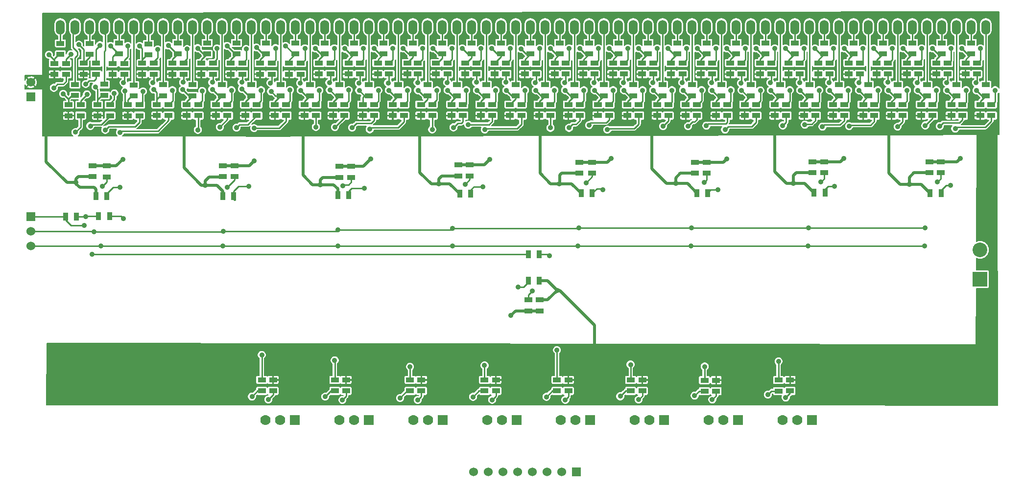
<source format=gtl>
G04 (created by PCBNEW (2013-07-07 BZR 4022)-stable) date 07/01/2016 19:49:46*
%MOIN*%
G04 Gerber Fmt 3.4, Leading zero omitted, Abs format*
%FSLAX34Y34*%
G01*
G70*
G90*
G04 APERTURE LIST*
%ADD10C,0.00590551*%
%ADD11R,0.06X0.06*%
%ADD12C,0.06*%
%ADD13O,0.06X0.1*%
%ADD14C,0.07*%
%ADD15R,0.07X0.07*%
%ADD16R,0.055X0.035*%
%ADD17R,0.035X0.055*%
%ADD18R,0.1X0.1*%
%ADD19C,0.1*%
%ADD20C,0.035*%
%ADD21C,0.01*%
%ADD22C,0.02*%
%ADD23C,0.006*%
G04 APERTURE END LIST*
G54D10*
G54D11*
X63030Y-38040D03*
G54D12*
X63030Y-37040D03*
G54D13*
X65040Y-33280D03*
X66040Y-33280D03*
X67040Y-33280D03*
X68040Y-33280D03*
X69040Y-33280D03*
X70040Y-33280D03*
X71040Y-33280D03*
X72040Y-33280D03*
X73040Y-33280D03*
X74040Y-33280D03*
X75040Y-33280D03*
X76040Y-33280D03*
X77040Y-33280D03*
X78040Y-33280D03*
X79040Y-33280D03*
X80040Y-33280D03*
X81040Y-33280D03*
X82040Y-33280D03*
X83040Y-33280D03*
X84040Y-33280D03*
X85040Y-33280D03*
X86040Y-33280D03*
X87040Y-33280D03*
X88040Y-33280D03*
X89040Y-33280D03*
X90040Y-33280D03*
X91040Y-33280D03*
X92040Y-33280D03*
X93040Y-33280D03*
X94040Y-33280D03*
X95040Y-33280D03*
X96040Y-33280D03*
X97040Y-33280D03*
X98040Y-33280D03*
X99040Y-33280D03*
X100040Y-33280D03*
X101040Y-33280D03*
X102040Y-33280D03*
X103040Y-33280D03*
X104040Y-33280D03*
X105040Y-33280D03*
X106040Y-33280D03*
X107040Y-33280D03*
X108040Y-33280D03*
X109040Y-33280D03*
X110040Y-33280D03*
X111040Y-33280D03*
X112040Y-33280D03*
X113040Y-33280D03*
X114040Y-33280D03*
X115040Y-33280D03*
X116040Y-33280D03*
X117040Y-33280D03*
X118040Y-33280D03*
X119040Y-33280D03*
X120040Y-33280D03*
X121040Y-33280D03*
X122040Y-33280D03*
X123040Y-33280D03*
X124040Y-33280D03*
X125040Y-33280D03*
X126040Y-33280D03*
X127040Y-33280D03*
X128040Y-33280D03*
G54D11*
X63030Y-46190D03*
G54D12*
X63030Y-47190D03*
X63030Y-48190D03*
G54D11*
X100170Y-63600D03*
G54D12*
X99170Y-63600D03*
X98170Y-63600D03*
X97170Y-63600D03*
X96170Y-63600D03*
X95170Y-63600D03*
X94170Y-63600D03*
X93170Y-63600D03*
G54D14*
X89070Y-60050D03*
X90070Y-60050D03*
G54D15*
X91070Y-60050D03*
G54D14*
X114190Y-60050D03*
X115190Y-60050D03*
G54D15*
X116190Y-60050D03*
G54D14*
X99110Y-60050D03*
X100110Y-60050D03*
G54D15*
X101110Y-60050D03*
G54D14*
X84030Y-60050D03*
X85030Y-60050D03*
G54D15*
X86030Y-60050D03*
G54D14*
X109170Y-60060D03*
X110170Y-60060D03*
G54D15*
X111170Y-60060D03*
G54D14*
X79010Y-60050D03*
X80010Y-60050D03*
G54D15*
X81010Y-60050D03*
G54D14*
X94110Y-60050D03*
X95110Y-60050D03*
G54D15*
X96110Y-60050D03*
G54D14*
X104130Y-60050D03*
X105130Y-60050D03*
G54D15*
X106130Y-60050D03*
G54D16*
X68190Y-42735D03*
X68190Y-43485D03*
X69640Y-39315D03*
X69640Y-38565D03*
X67230Y-43475D03*
X67230Y-42725D03*
X71610Y-39305D03*
X71610Y-38555D03*
X65050Y-35135D03*
X65050Y-34385D03*
X65430Y-36495D03*
X65430Y-35745D03*
X64640Y-36495D03*
X64640Y-35745D03*
X66040Y-37935D03*
X66040Y-37185D03*
X66430Y-39315D03*
X66430Y-38565D03*
X65600Y-39315D03*
X65600Y-38565D03*
X67040Y-35135D03*
X67040Y-34385D03*
X67470Y-36485D03*
X67470Y-35735D03*
X66630Y-36485D03*
X66630Y-35735D03*
X68040Y-37925D03*
X68040Y-37175D03*
X68430Y-39315D03*
X68430Y-38565D03*
X67580Y-39315D03*
X67580Y-38565D03*
X69040Y-35105D03*
X69040Y-34355D03*
X69410Y-36495D03*
X69410Y-35745D03*
X68600Y-36495D03*
X68600Y-35745D03*
X70030Y-37975D03*
X70030Y-37225D03*
X70430Y-39315D03*
X70430Y-38565D03*
X71050Y-35175D03*
X71050Y-34425D03*
X71420Y-36485D03*
X71420Y-35735D03*
X70620Y-36485D03*
X70620Y-35735D03*
X72040Y-37955D03*
X72040Y-37205D03*
X72420Y-39305D03*
X72420Y-38555D03*
G54D17*
X124245Y-44580D03*
X124995Y-44580D03*
G54D16*
X84850Y-42765D03*
X84850Y-43515D03*
G54D17*
X76105Y-44790D03*
X76855Y-44790D03*
G54D16*
X76890Y-42725D03*
X76890Y-43475D03*
G54D17*
X83925Y-44730D03*
X84675Y-44730D03*
G54D16*
X92910Y-42675D03*
X92910Y-43425D03*
G54D17*
X92225Y-44640D03*
X92975Y-44640D03*
X67465Y-44800D03*
X68215Y-44800D03*
G54D16*
X101240Y-42485D03*
X101240Y-43235D03*
G54D17*
X100505Y-44600D03*
X101255Y-44600D03*
G54D16*
X109030Y-42485D03*
X109030Y-43235D03*
G54D17*
X108365Y-44580D03*
X109115Y-44580D03*
G54D16*
X117040Y-42455D03*
X117040Y-43205D03*
G54D17*
X116355Y-44570D03*
X117105Y-44570D03*
G54D16*
X124960Y-42455D03*
X124960Y-43205D03*
X76090Y-43475D03*
X76090Y-42725D03*
X84040Y-43515D03*
X84040Y-42765D03*
X92150Y-43425D03*
X92150Y-42675D03*
X100360Y-43235D03*
X100360Y-42485D03*
X108240Y-43235D03*
X108240Y-42485D03*
X116240Y-43205D03*
X116240Y-42455D03*
X124200Y-43205D03*
X124200Y-42455D03*
X76650Y-36485D03*
X76650Y-35735D03*
X79650Y-39305D03*
X79650Y-38555D03*
X80410Y-39305D03*
X80410Y-38555D03*
X80040Y-37955D03*
X80040Y-37205D03*
X73040Y-35105D03*
X73040Y-34355D03*
X78640Y-36485D03*
X78640Y-35735D03*
X79430Y-36485D03*
X79430Y-35735D03*
X79040Y-35105D03*
X79040Y-34355D03*
X73440Y-36485D03*
X73440Y-35735D03*
X77650Y-39305D03*
X77650Y-38555D03*
X78420Y-39305D03*
X78420Y-38555D03*
X78050Y-37955D03*
X78050Y-37205D03*
X72670Y-36485D03*
X72670Y-35735D03*
X73650Y-39305D03*
X73650Y-38555D03*
X77440Y-36485D03*
X77440Y-35735D03*
X77040Y-35105D03*
X77040Y-34355D03*
X75640Y-39305D03*
X75640Y-38555D03*
X76420Y-39305D03*
X76420Y-38555D03*
X76040Y-37955D03*
X76040Y-37205D03*
X74040Y-37955D03*
X74040Y-37205D03*
X74640Y-36485D03*
X74640Y-35735D03*
X75440Y-36485D03*
X75440Y-35735D03*
X75040Y-35105D03*
X75040Y-34355D03*
X74430Y-39305D03*
X74430Y-38555D03*
X84660Y-36475D03*
X84660Y-35725D03*
X87670Y-39305D03*
X87670Y-38555D03*
X88430Y-39305D03*
X88430Y-38555D03*
X88040Y-37955D03*
X88040Y-37205D03*
X81050Y-35105D03*
X81050Y-34355D03*
X86660Y-36475D03*
X86660Y-35725D03*
X87420Y-36475D03*
X87420Y-35725D03*
X87040Y-35105D03*
X87040Y-34355D03*
X81400Y-36485D03*
X81400Y-35735D03*
X85630Y-39305D03*
X85630Y-38555D03*
X86400Y-39305D03*
X86400Y-38555D03*
X86040Y-37955D03*
X86040Y-37205D03*
X80610Y-36485D03*
X80610Y-35735D03*
X81660Y-39305D03*
X81660Y-38555D03*
X85440Y-36475D03*
X85440Y-35725D03*
X85040Y-35105D03*
X85040Y-34355D03*
X83610Y-39305D03*
X83610Y-38555D03*
X84370Y-39305D03*
X84370Y-38555D03*
X84040Y-37955D03*
X84040Y-37205D03*
X82040Y-37955D03*
X82040Y-37205D03*
X82650Y-36475D03*
X82650Y-35725D03*
X83430Y-36475D03*
X83430Y-35725D03*
X83040Y-35105D03*
X83040Y-34355D03*
X82440Y-39305D03*
X82440Y-38555D03*
X92600Y-36475D03*
X92600Y-35725D03*
X95650Y-39305D03*
X95650Y-38555D03*
X96430Y-39305D03*
X96430Y-38555D03*
X96040Y-37955D03*
X96040Y-37205D03*
X89040Y-35105D03*
X89040Y-34355D03*
X94610Y-36475D03*
X94610Y-35725D03*
X95380Y-36475D03*
X95380Y-35725D03*
X95040Y-35105D03*
X95040Y-34355D03*
X89380Y-36475D03*
X89380Y-35725D03*
X93670Y-39305D03*
X93670Y-38555D03*
X94440Y-39305D03*
X94440Y-38555D03*
X94040Y-37955D03*
X94040Y-37205D03*
X88670Y-36475D03*
X88670Y-35725D03*
X89590Y-39305D03*
X89590Y-38555D03*
X93380Y-36475D03*
X93380Y-35725D03*
X93040Y-35105D03*
X93040Y-34355D03*
X91680Y-39305D03*
X91680Y-38555D03*
X92450Y-39305D03*
X92450Y-38555D03*
X92040Y-37955D03*
X92040Y-37205D03*
X90030Y-37955D03*
X90030Y-37205D03*
X90620Y-36475D03*
X90620Y-35725D03*
X91390Y-36475D03*
X91390Y-35725D03*
X91040Y-35105D03*
X91040Y-34355D03*
X90360Y-39305D03*
X90360Y-38555D03*
X100630Y-36475D03*
X100630Y-35725D03*
X103640Y-39305D03*
X103640Y-38555D03*
X104410Y-39305D03*
X104410Y-38555D03*
X104040Y-37955D03*
X104040Y-37205D03*
X97040Y-35105D03*
X97040Y-34355D03*
X102660Y-36475D03*
X102660Y-35725D03*
X103420Y-36475D03*
X103420Y-35725D03*
X103040Y-35105D03*
X103040Y-34355D03*
X97430Y-36475D03*
X97430Y-35725D03*
X101630Y-39305D03*
X101630Y-38555D03*
X102400Y-39305D03*
X102400Y-38555D03*
X102040Y-37955D03*
X102040Y-37205D03*
X96660Y-36475D03*
X96660Y-35725D03*
X97640Y-39305D03*
X97640Y-38555D03*
X101390Y-36475D03*
X101390Y-35725D03*
X101040Y-35105D03*
X101040Y-34355D03*
X99630Y-39305D03*
X99630Y-38555D03*
X100390Y-39305D03*
X100390Y-38555D03*
X100040Y-37955D03*
X100040Y-37205D03*
X98040Y-37955D03*
X98040Y-37205D03*
X98690Y-36475D03*
X98690Y-35725D03*
X99450Y-36475D03*
X99450Y-35725D03*
X99040Y-35105D03*
X99040Y-34355D03*
X98410Y-39305D03*
X98410Y-38555D03*
X108650Y-36475D03*
X108650Y-35725D03*
X111630Y-39305D03*
X111630Y-38555D03*
X112400Y-39305D03*
X112400Y-38555D03*
X112050Y-37955D03*
X112050Y-37205D03*
X105040Y-35105D03*
X105040Y-34355D03*
X110650Y-36475D03*
X110650Y-35725D03*
X111410Y-36475D03*
X111410Y-35725D03*
X111040Y-35105D03*
X111040Y-34355D03*
X105420Y-36475D03*
X105420Y-35725D03*
X109680Y-39305D03*
X109680Y-38555D03*
X110450Y-39305D03*
X110450Y-38555D03*
X110040Y-37955D03*
X110040Y-37205D03*
X104650Y-36475D03*
X104650Y-35725D03*
X105670Y-39305D03*
X105670Y-38555D03*
X109410Y-36475D03*
X109410Y-35725D03*
X109040Y-35105D03*
X109040Y-34355D03*
X107610Y-39305D03*
X107610Y-38555D03*
X108370Y-39305D03*
X108370Y-38555D03*
X108050Y-37955D03*
X108050Y-37205D03*
X106040Y-37955D03*
X106040Y-37205D03*
X106620Y-36475D03*
X106620Y-35725D03*
X107390Y-36475D03*
X107390Y-35725D03*
X107040Y-35105D03*
X107040Y-34355D03*
X106430Y-39305D03*
X106430Y-38555D03*
X116630Y-36475D03*
X116630Y-35725D03*
X119690Y-39305D03*
X119690Y-38555D03*
X120450Y-39305D03*
X120450Y-38555D03*
X120050Y-37955D03*
X120050Y-37205D03*
X113040Y-35105D03*
X113040Y-34355D03*
X118710Y-36475D03*
X118710Y-35725D03*
X119470Y-36475D03*
X119470Y-35725D03*
X119040Y-35105D03*
X119040Y-34355D03*
X113440Y-36475D03*
X113440Y-35725D03*
X117650Y-39305D03*
X117650Y-38555D03*
X118410Y-39305D03*
X118410Y-38555D03*
X118040Y-37955D03*
X118040Y-37205D03*
X112680Y-36475D03*
X112680Y-35725D03*
X113680Y-39305D03*
X113680Y-38555D03*
X117390Y-36475D03*
X117390Y-35725D03*
X117040Y-35105D03*
X117040Y-34355D03*
X115680Y-39305D03*
X115680Y-38555D03*
X116440Y-39305D03*
X116440Y-38555D03*
X116050Y-37955D03*
X116050Y-37205D03*
X114050Y-37955D03*
X114050Y-37205D03*
X114620Y-36475D03*
X114620Y-35725D03*
X115380Y-36475D03*
X115380Y-35725D03*
X115040Y-35105D03*
X115040Y-34355D03*
X114450Y-39305D03*
X114450Y-38555D03*
X124680Y-36475D03*
X124680Y-35725D03*
X127660Y-39305D03*
X127660Y-38555D03*
X128420Y-39305D03*
X128420Y-38555D03*
X128040Y-37955D03*
X128040Y-37205D03*
X121040Y-35105D03*
X121040Y-34355D03*
X126660Y-36475D03*
X126660Y-35725D03*
X127430Y-36475D03*
X127430Y-35725D03*
X127040Y-35105D03*
X127040Y-34355D03*
X121380Y-36475D03*
X121380Y-35725D03*
X125690Y-39305D03*
X125690Y-38555D03*
X126450Y-39305D03*
X126450Y-38555D03*
X126050Y-37955D03*
X126050Y-37205D03*
X120620Y-36475D03*
X120620Y-35725D03*
X121620Y-39305D03*
X121620Y-38555D03*
X125440Y-36475D03*
X125440Y-35725D03*
X125040Y-35105D03*
X125040Y-34355D03*
X123650Y-39305D03*
X123650Y-38555D03*
X124410Y-39305D03*
X124410Y-38555D03*
X124040Y-37955D03*
X124040Y-37205D03*
X122040Y-37955D03*
X122040Y-37205D03*
X122670Y-36475D03*
X122670Y-35725D03*
X123430Y-36475D03*
X123430Y-35725D03*
X123040Y-35105D03*
X123040Y-34355D03*
X122380Y-39305D03*
X122380Y-38555D03*
G54D17*
X65395Y-46190D03*
X66145Y-46190D03*
G54D16*
X83730Y-57325D03*
X83730Y-58075D03*
X84500Y-57325D03*
X84500Y-58075D03*
X89620Y-57325D03*
X89620Y-58075D03*
X78760Y-57325D03*
X78760Y-58075D03*
X79530Y-57325D03*
X79530Y-58075D03*
X88850Y-57325D03*
X88850Y-58075D03*
G54D17*
X68405Y-46170D03*
X67655Y-46170D03*
G54D16*
X99630Y-57325D03*
X99630Y-58075D03*
X109680Y-57345D03*
X109680Y-58095D03*
X96890Y-52625D03*
X96890Y-51875D03*
G54D17*
X97655Y-50570D03*
X96905Y-50570D03*
G54D16*
X97670Y-51875D03*
X97670Y-52625D03*
G54D17*
X96905Y-48750D03*
X97655Y-48750D03*
G54D16*
X113930Y-57335D03*
X113930Y-58085D03*
X114710Y-57325D03*
X114710Y-58075D03*
X108890Y-57345D03*
X108890Y-58095D03*
X94690Y-57325D03*
X94690Y-58075D03*
X103870Y-57325D03*
X103870Y-58075D03*
X104660Y-57325D03*
X104660Y-58075D03*
X98850Y-57325D03*
X98850Y-58075D03*
X93910Y-57325D03*
X93910Y-58075D03*
G54D18*
X127650Y-50460D03*
G54D19*
X127650Y-48460D03*
G54D20*
X113930Y-56060D03*
X108900Y-56410D03*
X103860Y-56280D03*
X98850Y-55290D03*
X93920Y-56340D03*
X88850Y-56430D03*
X83720Y-56000D03*
X78760Y-55620D03*
X67220Y-48750D03*
X66680Y-46790D03*
X69350Y-46340D03*
X95710Y-52940D03*
X126300Y-42220D03*
X118370Y-42230D03*
X110410Y-42260D03*
X102530Y-42240D03*
X94270Y-42300D03*
X86180Y-42270D03*
X78250Y-42390D03*
X69300Y-42290D03*
X123910Y-46970D03*
X115960Y-46970D03*
X108000Y-46970D03*
X100340Y-46970D03*
X91750Y-47000D03*
X83950Y-47080D03*
X76140Y-47190D03*
X67350Y-47210D03*
X103410Y-37580D03*
X104680Y-37580D03*
X93400Y-37580D03*
X101410Y-37580D03*
X104400Y-34730D03*
X107430Y-37580D03*
X108690Y-37580D03*
X108410Y-34730D03*
X105670Y-34730D03*
X105410Y-37580D03*
X106680Y-37580D03*
X107670Y-34730D03*
X106410Y-34730D03*
X102410Y-34730D03*
X119680Y-34730D03*
X87400Y-37580D03*
X88680Y-37580D03*
X85390Y-37590D03*
X86690Y-37590D03*
X81690Y-34720D03*
X86390Y-34730D03*
X87680Y-34710D03*
X85680Y-34720D03*
X84400Y-34740D03*
X83390Y-37570D03*
X80380Y-34560D03*
X82680Y-37590D03*
X81400Y-37580D03*
X83690Y-34720D03*
X82400Y-34720D03*
X84680Y-37570D03*
X92680Y-37580D03*
X89390Y-37580D03*
X91690Y-34730D03*
X90400Y-34720D03*
X90670Y-37580D03*
X91400Y-37580D03*
X93680Y-34740D03*
X92400Y-34730D03*
X96680Y-37580D03*
X89690Y-34730D03*
X88380Y-34730D03*
X94680Y-37580D03*
X95680Y-34730D03*
X94400Y-34730D03*
X95400Y-37580D03*
X124400Y-34730D03*
X125680Y-34730D03*
X125410Y-37580D03*
X126690Y-37580D03*
X122680Y-37580D03*
X123680Y-34730D03*
X122400Y-34730D03*
X124680Y-37580D03*
X123400Y-37580D03*
X121680Y-34730D03*
X120400Y-34730D03*
X121400Y-37580D03*
X126400Y-34730D03*
X127680Y-34730D03*
X127400Y-37590D03*
X128680Y-37580D03*
X117400Y-37580D03*
X66770Y-46190D03*
X112690Y-37590D03*
X111420Y-37580D03*
X109680Y-34730D03*
X110680Y-37580D03*
X109410Y-37580D03*
X111670Y-34730D03*
X110410Y-34730D03*
X114400Y-34730D03*
X114690Y-37580D03*
X113410Y-37580D03*
X115680Y-34730D03*
X112400Y-34720D03*
X116690Y-37580D03*
X115410Y-37580D03*
X117680Y-34720D03*
X119410Y-37580D03*
X120690Y-37580D03*
X116410Y-34730D03*
X113680Y-34730D03*
X118680Y-37580D03*
X118400Y-34730D03*
X70670Y-37650D03*
X68460Y-34550D03*
X69630Y-34560D03*
X67430Y-37350D03*
X68720Y-37790D03*
X66300Y-34470D03*
X67740Y-34510D03*
X65240Y-37820D03*
X66860Y-37850D03*
X64280Y-35160D03*
X71390Y-37520D03*
X72670Y-37580D03*
X70440Y-34560D03*
X71680Y-34800D03*
X65760Y-35130D03*
X67910Y-44110D03*
X69090Y-44190D03*
X69450Y-37620D03*
X76400Y-44180D03*
X93790Y-44150D03*
X84280Y-44100D03*
X100830Y-43880D03*
X101980Y-44370D03*
X92590Y-43990D03*
X77860Y-44120D03*
X117730Y-44120D03*
X108860Y-43870D03*
X124750Y-43840D03*
X125640Y-44070D03*
X75390Y-37510D03*
X76690Y-37580D03*
X74390Y-34710D03*
X75710Y-34720D03*
X73380Y-37540D03*
X74710Y-37630D03*
X72390Y-34520D03*
X73680Y-34770D03*
X79390Y-37660D03*
X80680Y-37560D03*
X78390Y-34670D03*
X79690Y-34710D03*
X78700Y-37580D03*
X76390Y-34550D03*
X77690Y-34770D03*
X77400Y-37490D03*
X109790Y-44370D03*
X116820Y-43830D03*
X85730Y-44270D03*
X108220Y-58400D03*
X109420Y-58670D03*
X103160Y-58440D03*
X104410Y-58670D03*
X98330Y-48870D03*
X97170Y-51260D03*
X96220Y-50990D03*
X113210Y-58330D03*
X114420Y-58530D03*
X83080Y-58470D03*
X84250Y-58690D03*
X79210Y-58660D03*
X78090Y-58460D03*
X93140Y-58480D03*
X98130Y-58480D03*
X99420Y-58680D03*
X88170Y-58560D03*
X89370Y-58700D03*
X94440Y-58680D03*
X100400Y-34730D03*
X101680Y-34730D03*
X102670Y-37580D03*
X99680Y-34720D03*
X98400Y-34740D03*
X99400Y-37580D03*
X100680Y-37580D03*
X96390Y-34750D03*
X97680Y-34730D03*
X98680Y-37580D03*
X97410Y-37580D03*
X103680Y-34730D03*
X64610Y-37410D03*
X74400Y-40280D03*
X75390Y-37040D03*
X75900Y-40090D03*
X77390Y-37040D03*
X77040Y-40130D03*
X79350Y-37080D03*
X78230Y-40170D03*
X81380Y-37090D03*
X82440Y-40080D03*
X83360Y-37070D03*
X66080Y-40440D03*
X83730Y-40090D03*
X85370Y-37100D03*
X84900Y-40130D03*
X87360Y-37080D03*
X86100Y-40240D03*
X89360Y-37050D03*
X90360Y-40250D03*
X91370Y-37050D03*
X91810Y-40110D03*
X93360Y-37040D03*
X66770Y-37150D03*
X92800Y-39930D03*
X95370Y-37040D03*
X93930Y-40260D03*
X97380Y-37060D03*
X98410Y-40140D03*
X99370Y-37060D03*
X99670Y-40140D03*
X101380Y-37060D03*
X101030Y-39960D03*
X103380Y-37050D03*
X67090Y-40010D03*
X102270Y-40270D03*
X105380Y-37050D03*
X106080Y-40020D03*
X107380Y-37050D03*
X107780Y-40020D03*
X109370Y-37070D03*
X109020Y-39990D03*
X111380Y-37090D03*
X110290Y-40260D03*
X113380Y-37060D03*
X69350Y-37070D03*
X114220Y-39980D03*
X115380Y-37060D03*
X115720Y-39920D03*
X117380Y-37050D03*
X116920Y-40060D03*
X119390Y-37060D03*
X118730Y-40020D03*
X121360Y-37040D03*
X122030Y-40070D03*
X123360Y-37060D03*
X68100Y-40280D03*
X123920Y-39980D03*
X125380Y-37070D03*
X124900Y-40030D03*
X127370Y-37070D03*
X125960Y-40190D03*
X71340Y-37060D03*
X69100Y-40450D03*
X73400Y-37040D03*
X123870Y-48190D03*
X115950Y-48190D03*
X107970Y-48190D03*
X100280Y-48190D03*
X91750Y-48190D03*
X83950Y-48190D03*
X76100Y-48190D03*
X67820Y-48190D03*
X117130Y-57960D03*
X112070Y-58020D03*
X102070Y-58020D03*
X107110Y-58030D03*
X97040Y-58020D03*
X91980Y-58040D03*
X86930Y-57980D03*
X82000Y-57950D03*
X98860Y-51230D03*
X122830Y-43980D03*
X114930Y-43920D03*
X106930Y-43940D03*
X99020Y-43950D03*
X90820Y-43970D03*
X82740Y-44020D03*
X66120Y-43870D03*
X74910Y-44060D03*
G54D21*
X74040Y-37205D02*
X74040Y-33280D01*
X75040Y-34355D02*
X75040Y-33280D01*
X76040Y-37205D02*
X76040Y-33280D01*
X77040Y-34355D02*
X77040Y-33280D01*
X78050Y-37205D02*
X78050Y-33290D01*
X78050Y-33290D02*
X78040Y-33280D01*
X79040Y-34355D02*
X79040Y-33280D01*
X80040Y-37205D02*
X80040Y-33280D01*
X81050Y-34355D02*
X81050Y-33290D01*
X81050Y-33290D02*
X81040Y-33280D01*
X82040Y-37205D02*
X82040Y-33280D01*
X83040Y-34355D02*
X83040Y-33280D01*
X65050Y-34385D02*
X65050Y-33290D01*
X65050Y-33290D02*
X65040Y-33280D01*
X84040Y-37205D02*
X84040Y-33280D01*
X85040Y-34355D02*
X85040Y-33280D01*
X86040Y-37205D02*
X86040Y-33280D01*
X87040Y-34355D02*
X87040Y-33280D01*
X88040Y-37205D02*
X88040Y-33280D01*
X89040Y-34355D02*
X89040Y-33280D01*
X90030Y-37205D02*
X90030Y-33290D01*
X90030Y-33290D02*
X90040Y-33280D01*
X91040Y-34355D02*
X91040Y-33280D01*
X92040Y-37205D02*
X92040Y-33280D01*
X93040Y-34355D02*
X93040Y-33280D01*
X66040Y-37185D02*
X66040Y-35360D01*
X65910Y-33410D02*
X66040Y-33280D01*
X65910Y-34650D02*
X65910Y-33410D01*
X66210Y-34950D02*
X65910Y-34650D01*
X66210Y-35190D02*
X66210Y-34950D01*
X66040Y-35360D02*
X66210Y-35190D01*
X94040Y-37205D02*
X94040Y-33280D01*
X95040Y-34355D02*
X95040Y-33280D01*
X96040Y-37205D02*
X96040Y-33280D01*
X97040Y-34355D02*
X97040Y-33280D01*
X98040Y-37205D02*
X98040Y-33280D01*
X99040Y-34355D02*
X99040Y-33280D01*
X100040Y-37205D02*
X100040Y-33280D01*
X101040Y-34355D02*
X101040Y-33280D01*
X102040Y-37205D02*
X102040Y-33280D01*
X103040Y-34355D02*
X103040Y-33280D01*
X67040Y-34385D02*
X67040Y-33280D01*
X104040Y-37205D02*
X104040Y-33280D01*
X105040Y-34355D02*
X105040Y-33280D01*
X106040Y-37205D02*
X106040Y-33280D01*
X107040Y-34355D02*
X107040Y-33280D01*
X108050Y-37205D02*
X108050Y-33290D01*
X108050Y-33290D02*
X108040Y-33280D01*
X109040Y-34355D02*
X109040Y-33280D01*
X110040Y-37205D02*
X110040Y-33280D01*
X111040Y-34355D02*
X111040Y-33280D01*
X112050Y-37205D02*
X112050Y-33290D01*
X112050Y-33290D02*
X112040Y-33280D01*
X113040Y-34355D02*
X113040Y-33280D01*
X68040Y-37185D02*
X68040Y-34930D01*
X68100Y-33340D02*
X68040Y-33280D01*
X68100Y-34870D02*
X68100Y-33340D01*
X68040Y-34930D02*
X68100Y-34870D01*
X114050Y-37205D02*
X114050Y-33290D01*
X114050Y-33290D02*
X114040Y-33280D01*
X115040Y-34355D02*
X115040Y-33280D01*
X116050Y-37205D02*
X116050Y-33290D01*
X116050Y-33290D02*
X116040Y-33280D01*
X117040Y-34355D02*
X117040Y-33280D01*
X118040Y-37205D02*
X118040Y-33280D01*
X119040Y-34355D02*
X119040Y-33280D01*
X120050Y-37205D02*
X120050Y-33290D01*
X120050Y-33290D02*
X120040Y-33280D01*
X121040Y-34355D02*
X121040Y-33280D01*
X122040Y-37205D02*
X122040Y-33280D01*
X123040Y-34355D02*
X123040Y-33280D01*
X69040Y-34385D02*
X69040Y-33280D01*
X124040Y-37205D02*
X124040Y-33280D01*
X125040Y-34355D02*
X125040Y-33280D01*
X126050Y-37205D02*
X126050Y-33290D01*
X126050Y-33290D02*
X126040Y-33280D01*
X127040Y-34355D02*
X127040Y-33280D01*
X128040Y-37205D02*
X128040Y-33280D01*
X70030Y-37185D02*
X70030Y-33290D01*
X70030Y-33290D02*
X70040Y-33280D01*
X71050Y-34385D02*
X71050Y-33290D01*
X71050Y-33290D02*
X71040Y-33280D01*
X72040Y-37185D02*
X72040Y-33280D01*
X73040Y-34355D02*
X73040Y-33280D01*
X113930Y-56060D02*
X113930Y-57335D01*
X108890Y-56420D02*
X108890Y-57345D01*
X108900Y-56410D02*
X108890Y-56420D01*
X103870Y-56290D02*
X103870Y-57325D01*
X103860Y-56280D02*
X103870Y-56290D01*
X98850Y-55290D02*
X98850Y-57325D01*
X93910Y-56350D02*
X93910Y-57325D01*
X93920Y-56340D02*
X93910Y-56350D01*
X88850Y-56430D02*
X88850Y-57325D01*
X83730Y-56010D02*
X83730Y-57325D01*
X83720Y-56000D02*
X83730Y-56010D01*
X78760Y-55620D02*
X78760Y-57325D01*
X65395Y-46190D02*
X65395Y-46415D01*
X67220Y-48750D02*
X96905Y-48750D01*
X65770Y-46790D02*
X66680Y-46790D01*
X65395Y-46415D02*
X65770Y-46790D01*
X65395Y-46190D02*
X63030Y-46190D01*
X68405Y-46170D02*
X69180Y-46170D01*
X69180Y-46170D02*
X69350Y-46340D01*
G54D22*
X96890Y-52625D02*
X96025Y-52625D01*
X96025Y-52625D02*
X95710Y-52940D01*
X97670Y-52625D02*
X96890Y-52625D01*
X124960Y-42455D02*
X126065Y-42455D01*
X126065Y-42455D02*
X126300Y-42220D01*
X124200Y-42455D02*
X124960Y-42455D01*
X117040Y-42455D02*
X118145Y-42455D01*
X118145Y-42455D02*
X118370Y-42230D01*
X116240Y-42455D02*
X117040Y-42455D01*
X109030Y-42485D02*
X110185Y-42485D01*
X110185Y-42485D02*
X110410Y-42260D01*
X108240Y-42485D02*
X109030Y-42485D01*
X101240Y-42485D02*
X102285Y-42485D01*
X102285Y-42485D02*
X102530Y-42240D01*
X100360Y-42485D02*
X101240Y-42485D01*
X92910Y-42675D02*
X93895Y-42675D01*
X93895Y-42675D02*
X94270Y-42300D01*
X92150Y-42675D02*
X92910Y-42675D01*
X84850Y-42765D02*
X85685Y-42765D01*
X85685Y-42765D02*
X86180Y-42270D01*
X84040Y-42765D02*
X84850Y-42765D01*
X76890Y-42725D02*
X77915Y-42725D01*
X77915Y-42725D02*
X78250Y-42390D01*
X76090Y-42725D02*
X76890Y-42725D01*
X68190Y-42735D02*
X68855Y-42735D01*
X68855Y-42735D02*
X69300Y-42290D01*
X67230Y-42725D02*
X68180Y-42725D01*
X68180Y-42725D02*
X68190Y-42735D01*
G54D21*
X77915Y-42725D02*
X78250Y-42390D01*
X68855Y-42735D02*
X69300Y-42290D01*
X68180Y-42725D02*
X68190Y-42735D01*
X115960Y-46970D02*
X123910Y-46970D01*
X108000Y-46970D02*
X115960Y-46970D01*
X100340Y-46970D02*
X108000Y-46970D01*
X91750Y-47000D02*
X100310Y-47000D01*
X100310Y-47000D02*
X100340Y-46970D01*
X83950Y-47080D02*
X91670Y-47080D01*
X91670Y-47080D02*
X91750Y-47000D01*
X76140Y-47190D02*
X83840Y-47190D01*
X83840Y-47190D02*
X83950Y-47080D01*
X67350Y-47210D02*
X76120Y-47210D01*
X76120Y-47210D02*
X76140Y-47190D01*
X63030Y-47190D02*
X67330Y-47190D01*
X67330Y-47190D02*
X67350Y-47210D01*
X104040Y-37955D02*
X103785Y-37955D01*
X103785Y-37955D02*
X103410Y-37580D01*
X103640Y-38555D02*
X103640Y-38355D01*
X103640Y-38355D02*
X104040Y-37955D01*
X104410Y-38555D02*
X104445Y-38555D01*
X104680Y-38320D02*
X104680Y-37580D01*
X104445Y-38555D02*
X104680Y-38320D01*
X94040Y-37955D02*
X93775Y-37955D01*
X93775Y-37955D02*
X93400Y-37580D01*
X93670Y-38555D02*
X93670Y-38325D01*
X93670Y-38325D02*
X94040Y-37955D01*
X102040Y-37955D02*
X101785Y-37955D01*
X101785Y-37955D02*
X101410Y-37580D01*
X101630Y-38555D02*
X101630Y-38365D01*
X101630Y-38365D02*
X102040Y-37955D01*
X105040Y-35105D02*
X104775Y-35105D01*
X104775Y-35105D02*
X104400Y-34730D01*
X104650Y-35725D02*
X104650Y-35495D01*
X104650Y-35495D02*
X105040Y-35105D01*
X108050Y-37955D02*
X107805Y-37955D01*
X107805Y-37955D02*
X107430Y-37580D01*
X107610Y-38555D02*
X107610Y-38395D01*
X107610Y-38395D02*
X108050Y-37955D01*
X108370Y-38555D02*
X108425Y-38555D01*
X108690Y-38290D02*
X108690Y-37580D01*
X108425Y-38555D02*
X108690Y-38290D01*
X109040Y-35105D02*
X108785Y-35105D01*
X108785Y-35105D02*
X108410Y-34730D01*
X108650Y-35725D02*
X108650Y-35495D01*
X108650Y-35495D02*
X109040Y-35105D01*
X105420Y-35725D02*
X105525Y-35725D01*
X105670Y-35580D02*
X105670Y-34730D01*
X105525Y-35725D02*
X105670Y-35580D01*
X106040Y-37955D02*
X105785Y-37955D01*
X105785Y-37955D02*
X105410Y-37580D01*
X105670Y-38555D02*
X105670Y-38325D01*
X105670Y-38325D02*
X106040Y-37955D01*
X106430Y-38555D02*
X106515Y-38555D01*
X106680Y-38390D02*
X106680Y-37580D01*
X106515Y-38555D02*
X106680Y-38390D01*
X107390Y-35725D02*
X107435Y-35725D01*
X107670Y-35490D02*
X107670Y-34730D01*
X107435Y-35725D02*
X107670Y-35490D01*
X107040Y-35105D02*
X106785Y-35105D01*
X106785Y-35105D02*
X106410Y-34730D01*
X106620Y-35725D02*
X106620Y-35525D01*
X106620Y-35525D02*
X107040Y-35105D01*
X103040Y-35105D02*
X102785Y-35105D01*
X102785Y-35105D02*
X102410Y-34730D01*
X102660Y-35725D02*
X102660Y-35485D01*
X102660Y-35485D02*
X103040Y-35105D01*
X119470Y-35725D02*
X119505Y-35725D01*
X119680Y-35550D02*
X119680Y-34730D01*
X119505Y-35725D02*
X119680Y-35550D01*
X88040Y-37955D02*
X87775Y-37955D01*
X87775Y-37955D02*
X87400Y-37580D01*
X87670Y-38555D02*
X87670Y-38325D01*
X87670Y-38325D02*
X88040Y-37955D01*
X88430Y-38555D02*
X88435Y-38555D01*
X88680Y-38310D02*
X88680Y-37580D01*
X88435Y-38555D02*
X88680Y-38310D01*
X86040Y-37955D02*
X85755Y-37955D01*
X85755Y-37955D02*
X85390Y-37590D01*
X85630Y-38555D02*
X85630Y-38070D01*
X85745Y-37955D02*
X86040Y-37955D01*
X85630Y-38070D02*
X85745Y-37955D01*
X86400Y-38555D02*
X86445Y-38555D01*
X86690Y-38310D02*
X86690Y-37590D01*
X86445Y-38555D02*
X86690Y-38310D01*
X81400Y-35735D02*
X81485Y-35735D01*
X81690Y-35530D02*
X81690Y-34720D01*
X81485Y-35735D02*
X81690Y-35530D01*
X87040Y-35105D02*
X86765Y-35105D01*
X86765Y-35105D02*
X86390Y-34730D01*
X86660Y-35725D02*
X86660Y-35485D01*
X86660Y-35485D02*
X87040Y-35105D01*
X87420Y-35725D02*
X87435Y-35725D01*
X87680Y-35480D02*
X87680Y-34710D01*
X87435Y-35725D02*
X87680Y-35480D01*
X85440Y-35725D02*
X85440Y-35720D01*
X85680Y-35480D02*
X85680Y-34720D01*
X85440Y-35720D02*
X85680Y-35480D01*
X85040Y-35105D02*
X84765Y-35105D01*
X84765Y-35105D02*
X84400Y-34740D01*
X84660Y-35725D02*
X84660Y-35485D01*
X84660Y-35485D02*
X85040Y-35105D01*
X84040Y-37955D02*
X83775Y-37955D01*
X83775Y-37955D02*
X83390Y-37570D01*
X83610Y-38555D02*
X83610Y-38385D01*
X83610Y-38385D02*
X84040Y-37955D01*
X81050Y-35105D02*
X80925Y-35105D01*
X80925Y-35105D02*
X80380Y-34560D01*
X80610Y-35735D02*
X80610Y-35545D01*
X80610Y-35545D02*
X81050Y-35105D01*
X82440Y-38555D02*
X82440Y-38530D01*
X82680Y-38290D02*
X82680Y-37590D01*
X82440Y-38530D02*
X82680Y-38290D01*
X82040Y-37955D02*
X81775Y-37955D01*
X81775Y-37955D02*
X81400Y-37580D01*
X81660Y-38555D02*
X81660Y-38335D01*
X81660Y-38335D02*
X82040Y-37955D01*
X83430Y-35725D02*
X83445Y-35725D01*
X83690Y-35480D02*
X83690Y-34720D01*
X83445Y-35725D02*
X83690Y-35480D01*
X83040Y-35105D02*
X82785Y-35105D01*
X82785Y-35105D02*
X82400Y-34720D01*
X82650Y-35725D02*
X82650Y-35495D01*
X82650Y-35495D02*
X83040Y-35105D01*
X84370Y-38555D02*
X84425Y-38555D01*
X84680Y-38300D02*
X84680Y-37570D01*
X84425Y-38555D02*
X84680Y-38300D01*
X92450Y-38555D02*
X92635Y-38555D01*
X92680Y-38510D02*
X92680Y-37580D01*
X92635Y-38555D02*
X92680Y-38510D01*
X90030Y-37955D02*
X89765Y-37955D01*
X89765Y-37955D02*
X89390Y-37580D01*
X89590Y-38555D02*
X89665Y-38555D01*
X90030Y-38190D02*
X90030Y-37955D01*
X89665Y-38555D02*
X90030Y-38190D01*
X91390Y-35725D02*
X91425Y-35725D01*
X91690Y-35460D02*
X91690Y-34730D01*
X91425Y-35725D02*
X91690Y-35460D01*
X91040Y-35105D02*
X90785Y-35105D01*
X90785Y-35105D02*
X90400Y-34720D01*
X90620Y-35725D02*
X90705Y-35725D01*
X91040Y-35390D02*
X91040Y-35105D01*
X90705Y-35725D02*
X91040Y-35390D01*
X90360Y-38555D02*
X90360Y-38540D01*
X90670Y-38230D02*
X90670Y-37580D01*
X90360Y-38540D02*
X90670Y-38230D01*
X92040Y-37955D02*
X91775Y-37955D01*
X91775Y-37955D02*
X91400Y-37580D01*
X91680Y-38555D02*
X91680Y-38315D01*
X91680Y-38315D02*
X92040Y-37955D01*
X93380Y-35725D02*
X93435Y-35725D01*
X93680Y-35480D02*
X93680Y-34740D01*
X93435Y-35725D02*
X93680Y-35480D01*
X93040Y-35105D02*
X92775Y-35105D01*
X92775Y-35105D02*
X92400Y-34730D01*
X92600Y-35725D02*
X92685Y-35725D01*
X93040Y-35370D02*
X93040Y-35105D01*
X92685Y-35725D02*
X93040Y-35370D01*
X96430Y-38555D02*
X96495Y-38555D01*
X96680Y-38370D02*
X96680Y-37580D01*
X96495Y-38555D02*
X96680Y-38370D01*
X89380Y-35725D02*
X89435Y-35725D01*
X89690Y-35470D02*
X89690Y-34730D01*
X89435Y-35725D02*
X89690Y-35470D01*
X89040Y-35105D02*
X88755Y-35105D01*
X88755Y-35105D02*
X88380Y-34730D01*
X88670Y-35725D02*
X88670Y-35690D01*
X89040Y-35320D02*
X89040Y-35105D01*
X88670Y-35690D02*
X89040Y-35320D01*
X94440Y-38555D02*
X94465Y-38555D01*
X94680Y-38340D02*
X94680Y-37580D01*
X94465Y-38555D02*
X94680Y-38340D01*
X95380Y-35725D02*
X95445Y-35725D01*
X95680Y-35490D02*
X95680Y-34730D01*
X95445Y-35725D02*
X95680Y-35490D01*
X95040Y-35105D02*
X94775Y-35105D01*
X94775Y-35105D02*
X94400Y-34730D01*
X94610Y-35725D02*
X94610Y-35710D01*
X95040Y-35280D02*
X95040Y-35105D01*
X94610Y-35710D02*
X95040Y-35280D01*
X96040Y-37955D02*
X95775Y-37955D01*
X95775Y-37955D02*
X95400Y-37580D01*
X95650Y-38555D02*
X95655Y-38555D01*
X96040Y-38170D02*
X96040Y-37955D01*
X95655Y-38555D02*
X96040Y-38170D01*
X125040Y-35105D02*
X124775Y-35105D01*
X124775Y-35105D02*
X124400Y-34730D01*
X124680Y-35725D02*
X124680Y-35465D01*
X124680Y-35465D02*
X125040Y-35105D01*
X125440Y-35725D02*
X125525Y-35725D01*
X125680Y-35570D02*
X125680Y-34730D01*
X125525Y-35725D02*
X125680Y-35570D01*
X126050Y-37955D02*
X125785Y-37955D01*
X125785Y-37955D02*
X125410Y-37580D01*
X125690Y-38555D02*
X125690Y-38315D01*
X125690Y-38315D02*
X126050Y-37955D01*
X126450Y-38555D02*
X126515Y-38555D01*
X126690Y-38380D02*
X126690Y-37580D01*
X126515Y-38555D02*
X126690Y-38380D01*
X122380Y-38555D02*
X122425Y-38555D01*
X122680Y-38300D02*
X122680Y-37580D01*
X122425Y-38555D02*
X122680Y-38300D01*
X123430Y-35725D02*
X123430Y-35710D01*
X123680Y-35460D02*
X123680Y-34730D01*
X123430Y-35710D02*
X123680Y-35460D01*
X123040Y-35105D02*
X122775Y-35105D01*
X122775Y-35105D02*
X122400Y-34730D01*
X122670Y-35725D02*
X122670Y-35475D01*
X122670Y-35475D02*
X123040Y-35105D01*
X124410Y-38555D02*
X124455Y-38555D01*
X124680Y-38330D02*
X124680Y-37580D01*
X124455Y-38555D02*
X124680Y-38330D01*
X124040Y-37955D02*
X123775Y-37955D01*
X123775Y-37955D02*
X123400Y-37580D01*
X123650Y-38555D02*
X123650Y-38345D01*
X123650Y-38345D02*
X124040Y-37955D01*
X121380Y-35725D02*
X121445Y-35725D01*
X121680Y-35490D02*
X121680Y-34730D01*
X121445Y-35725D02*
X121680Y-35490D01*
X121040Y-35105D02*
X120775Y-35105D01*
X120775Y-35105D02*
X120400Y-34730D01*
X120620Y-35725D02*
X120620Y-35525D01*
X120620Y-35525D02*
X121040Y-35105D01*
X122040Y-37955D02*
X121775Y-37955D01*
X121775Y-37955D02*
X121400Y-37580D01*
X121620Y-38555D02*
X121620Y-38375D01*
X121620Y-38375D02*
X122040Y-37955D01*
X127040Y-35105D02*
X126775Y-35105D01*
X126775Y-35105D02*
X126400Y-34730D01*
X126660Y-35725D02*
X126660Y-35485D01*
X126660Y-35485D02*
X127040Y-35105D01*
X127430Y-35725D02*
X127475Y-35725D01*
X127680Y-35520D02*
X127680Y-34730D01*
X127475Y-35725D02*
X127680Y-35520D01*
X128040Y-37955D02*
X127765Y-37955D01*
X127765Y-37955D02*
X127400Y-37590D01*
X127660Y-38555D02*
X127660Y-38335D01*
X127660Y-38335D02*
X128040Y-37955D01*
X128420Y-38555D02*
X128475Y-38555D01*
X128680Y-38350D02*
X128680Y-37580D01*
X128475Y-38555D02*
X128680Y-38350D01*
X118040Y-37955D02*
X117775Y-37955D01*
X117775Y-37955D02*
X117400Y-37580D01*
X117650Y-38555D02*
X117650Y-38345D01*
X117650Y-38345D02*
X118040Y-37955D01*
X67655Y-46170D02*
X66790Y-46170D01*
X66790Y-46170D02*
X66770Y-46190D01*
X66145Y-46190D02*
X66770Y-46190D01*
X112400Y-38555D02*
X112435Y-38555D01*
X112690Y-38300D02*
X112690Y-37590D01*
X112435Y-38555D02*
X112690Y-38300D01*
X112050Y-37955D02*
X111795Y-37955D01*
X111795Y-37955D02*
X111420Y-37580D01*
X111630Y-38555D02*
X111630Y-38375D01*
X111630Y-38375D02*
X112050Y-37955D01*
X109410Y-35725D02*
X109495Y-35725D01*
X109680Y-35540D02*
X109680Y-34730D01*
X109495Y-35725D02*
X109680Y-35540D01*
X110450Y-38555D02*
X110485Y-38555D01*
X110680Y-38360D02*
X110680Y-37580D01*
X110485Y-38555D02*
X110680Y-38360D01*
X110040Y-37955D02*
X109785Y-37955D01*
X109785Y-37955D02*
X109410Y-37580D01*
X109680Y-38555D02*
X109680Y-38315D01*
X109680Y-38315D02*
X110040Y-37955D01*
X111410Y-35725D02*
X111435Y-35725D01*
X111670Y-35490D02*
X111670Y-34730D01*
X111435Y-35725D02*
X111670Y-35490D01*
X111040Y-35105D02*
X110785Y-35105D01*
X110785Y-35105D02*
X110410Y-34730D01*
X110650Y-35725D02*
X110650Y-35495D01*
X110650Y-35495D02*
X111040Y-35105D01*
X115040Y-35105D02*
X114775Y-35105D01*
X114775Y-35105D02*
X114400Y-34730D01*
X114620Y-35725D02*
X114620Y-35525D01*
X114620Y-35525D02*
X115040Y-35105D01*
X114450Y-38555D02*
X114475Y-38555D01*
X114690Y-38340D02*
X114690Y-37580D01*
X114475Y-38555D02*
X114690Y-38340D01*
X114050Y-37955D02*
X113785Y-37955D01*
X113785Y-37955D02*
X113410Y-37580D01*
X113680Y-38555D02*
X113680Y-38325D01*
X113680Y-38325D02*
X114050Y-37955D01*
X115380Y-35725D02*
X115425Y-35725D01*
X115680Y-35470D02*
X115680Y-34730D01*
X115425Y-35725D02*
X115680Y-35470D01*
X113040Y-35105D02*
X112785Y-35105D01*
X112785Y-35105D02*
X112400Y-34720D01*
X112680Y-35725D02*
X112680Y-35465D01*
X112680Y-35465D02*
X113040Y-35105D01*
X116440Y-38555D02*
X116485Y-38555D01*
X116690Y-38350D02*
X116690Y-37580D01*
X116485Y-38555D02*
X116690Y-38350D01*
X115680Y-38555D02*
X115680Y-38325D01*
X115680Y-38325D02*
X116050Y-37955D01*
X116050Y-37955D02*
X115785Y-37955D01*
X115785Y-37955D02*
X115410Y-37580D01*
X117390Y-35725D02*
X117435Y-35725D01*
X117680Y-35480D02*
X117680Y-34720D01*
X117435Y-35725D02*
X117680Y-35480D01*
X120050Y-37955D02*
X119785Y-37955D01*
X119785Y-37955D02*
X119410Y-37580D01*
X119690Y-38555D02*
X119690Y-38315D01*
X119690Y-38315D02*
X120050Y-37955D01*
X120450Y-38555D02*
X120525Y-38555D01*
X120690Y-38390D02*
X120690Y-37580D01*
X120525Y-38555D02*
X120690Y-38390D01*
X117040Y-35105D02*
X116785Y-35105D01*
X116785Y-35105D02*
X116410Y-34730D01*
X116630Y-35725D02*
X116630Y-35515D01*
X116630Y-35515D02*
X117040Y-35105D01*
X113440Y-35725D02*
X113465Y-35725D01*
X113680Y-35510D02*
X113680Y-34730D01*
X113465Y-35725D02*
X113680Y-35510D01*
X118410Y-38555D02*
X118475Y-38555D01*
X118680Y-38350D02*
X118680Y-37580D01*
X118475Y-38555D02*
X118680Y-38350D01*
X119040Y-35105D02*
X118775Y-35105D01*
X118775Y-35105D02*
X118400Y-34730D01*
X118710Y-35725D02*
X118710Y-35435D01*
X118710Y-35435D02*
X119040Y-35105D01*
X70640Y-38355D02*
X70430Y-38565D01*
X70640Y-37680D02*
X70640Y-38355D01*
X70670Y-37650D02*
X70640Y-37680D01*
X69040Y-35105D02*
X69015Y-35105D01*
X69015Y-35105D02*
X68460Y-34550D01*
X68600Y-35745D02*
X68600Y-35300D01*
X68795Y-35105D02*
X69040Y-35105D01*
X68600Y-35300D02*
X68795Y-35105D01*
X69410Y-35745D02*
X69410Y-35520D01*
X69630Y-35300D02*
X69630Y-34560D01*
X69410Y-35520D02*
X69630Y-35300D01*
X67580Y-38565D02*
X67580Y-37510D01*
X67430Y-37360D02*
X67430Y-37350D01*
X67580Y-37510D02*
X67430Y-37360D01*
X68040Y-37925D02*
X67885Y-37925D01*
X67580Y-38230D02*
X67580Y-38565D01*
X67885Y-37925D02*
X67580Y-38230D01*
X68430Y-38565D02*
X68430Y-38480D01*
X68720Y-38190D02*
X68720Y-37790D01*
X68430Y-38480D02*
X68720Y-38190D01*
X66630Y-35735D02*
X66630Y-34800D01*
X66630Y-34800D02*
X66300Y-34470D01*
X67040Y-35135D02*
X67040Y-35325D01*
X67040Y-35325D02*
X66630Y-35735D01*
X67470Y-35735D02*
X67470Y-34780D01*
X67470Y-34780D02*
X67740Y-34510D01*
X65600Y-38565D02*
X65600Y-38180D01*
X65600Y-38180D02*
X65240Y-37820D01*
X66040Y-37935D02*
X65825Y-37935D01*
X65600Y-38160D02*
X65600Y-38565D01*
X65825Y-37935D02*
X65600Y-38160D01*
X66430Y-38565D02*
X66430Y-38280D01*
X66430Y-38280D02*
X66860Y-37850D01*
X64640Y-35745D02*
X64640Y-35520D01*
X64640Y-35520D02*
X64280Y-35160D01*
X65050Y-35135D02*
X64935Y-35135D01*
X64640Y-35430D02*
X64640Y-35745D01*
X64935Y-35135D02*
X64640Y-35430D01*
X71610Y-38555D02*
X71610Y-37740D01*
X71610Y-37740D02*
X71390Y-37520D01*
X72040Y-37955D02*
X71845Y-37955D01*
X71610Y-38190D02*
X71610Y-38555D01*
X71845Y-37955D02*
X71610Y-38190D01*
X72670Y-37580D02*
X72690Y-37600D01*
X72690Y-37600D02*
X72690Y-38285D01*
X72420Y-38555D02*
X72690Y-38285D01*
X70620Y-35735D02*
X70620Y-34740D01*
X70620Y-34740D02*
X70440Y-34560D01*
X71050Y-35175D02*
X70925Y-35175D01*
X70620Y-35480D02*
X70620Y-35735D01*
X70925Y-35175D02*
X70620Y-35480D01*
X71420Y-35735D02*
X71420Y-35620D01*
X71680Y-35360D02*
X71680Y-34800D01*
X71420Y-35620D02*
X71680Y-35360D01*
X65430Y-35745D02*
X65430Y-35460D01*
X65430Y-35460D02*
X65760Y-35130D01*
X68190Y-43830D02*
X68190Y-43485D01*
X67910Y-44110D02*
X68190Y-43830D01*
X68215Y-44800D02*
X68215Y-44625D01*
X68650Y-44190D02*
X69090Y-44190D01*
X68215Y-44625D02*
X68650Y-44190D01*
X69640Y-38565D02*
X69640Y-38540D01*
X69450Y-38350D02*
X69450Y-37620D01*
X69640Y-38540D02*
X69450Y-38350D01*
X70030Y-38045D02*
X69805Y-38045D01*
X69640Y-38210D02*
X69640Y-38565D01*
X69805Y-38045D02*
X69640Y-38210D01*
X76890Y-43475D02*
X76890Y-43690D01*
X76890Y-43690D02*
X76400Y-44180D01*
X92975Y-44640D02*
X92975Y-44375D01*
X93200Y-44150D02*
X93790Y-44150D01*
X92975Y-44375D02*
X93200Y-44150D01*
X84850Y-43840D02*
X84850Y-43515D01*
X84680Y-44010D02*
X84850Y-43840D01*
X84370Y-44010D02*
X84680Y-44010D01*
X84280Y-44100D02*
X84370Y-44010D01*
X101240Y-43235D02*
X101240Y-43470D01*
X101240Y-43470D02*
X100830Y-43880D01*
X101575Y-44280D02*
X101255Y-44600D01*
X101890Y-44280D02*
X101575Y-44280D01*
X101980Y-44370D02*
X101890Y-44280D01*
X92910Y-43425D02*
X92910Y-43670D01*
X92910Y-43670D02*
X92590Y-43990D01*
X76855Y-44790D02*
X76855Y-44445D01*
X77180Y-44120D02*
X77860Y-44120D01*
X76855Y-44445D02*
X77180Y-44120D01*
X76875Y-45050D02*
X76930Y-45050D01*
X117105Y-44570D02*
X117105Y-44325D01*
X117310Y-44120D02*
X117730Y-44120D01*
X117105Y-44325D02*
X117310Y-44120D01*
X109030Y-43700D02*
X109030Y-43235D01*
X108860Y-43870D02*
X109030Y-43700D01*
X124960Y-43630D02*
X124960Y-43205D01*
X124750Y-43840D02*
X124960Y-43630D01*
X124995Y-44580D02*
X124995Y-44405D01*
X125330Y-44070D02*
X125640Y-44070D01*
X124995Y-44405D02*
X125330Y-44070D01*
X76040Y-37955D02*
X75835Y-37955D01*
X75835Y-37955D02*
X75390Y-37510D01*
X75640Y-38555D02*
X75640Y-38355D01*
X75640Y-38355D02*
X76040Y-37955D01*
X76420Y-38555D02*
X76435Y-38555D01*
X76690Y-38300D02*
X76690Y-37580D01*
X76435Y-38555D02*
X76690Y-38300D01*
X75040Y-35105D02*
X74785Y-35105D01*
X74785Y-35105D02*
X74390Y-34710D01*
X74640Y-35735D02*
X74640Y-35505D01*
X74640Y-35505D02*
X75040Y-35105D01*
X75440Y-35735D02*
X75440Y-35710D01*
X75710Y-35440D02*
X75710Y-34720D01*
X75440Y-35710D02*
X75710Y-35440D01*
X74040Y-37955D02*
X73795Y-37955D01*
X73795Y-37955D02*
X73380Y-37540D01*
X73650Y-38555D02*
X73650Y-38345D01*
X73650Y-38345D02*
X74040Y-37955D01*
X74430Y-38555D02*
X74435Y-38555D01*
X74710Y-38280D02*
X74710Y-37630D01*
X74435Y-38555D02*
X74710Y-38280D01*
X73040Y-35105D02*
X72975Y-35105D01*
X72975Y-35105D02*
X72390Y-34520D01*
X72670Y-35735D02*
X72670Y-35475D01*
X72670Y-35475D02*
X73040Y-35105D01*
X73440Y-35735D02*
X73440Y-35650D01*
X73680Y-35410D02*
X73680Y-34770D01*
X73440Y-35650D02*
X73680Y-35410D01*
X80040Y-37955D02*
X79685Y-37955D01*
X79685Y-37955D02*
X79390Y-37660D01*
X79650Y-38555D02*
X79650Y-38345D01*
X79650Y-38345D02*
X80040Y-37955D01*
X80410Y-38555D02*
X80425Y-38555D01*
X80680Y-38300D02*
X80680Y-37560D01*
X80425Y-38555D02*
X80680Y-38300D01*
X79040Y-35105D02*
X78825Y-35105D01*
X78825Y-35105D02*
X78390Y-34670D01*
X78640Y-35735D02*
X78640Y-35505D01*
X78640Y-35505D02*
X79040Y-35105D01*
X79430Y-35735D02*
X79485Y-35735D01*
X79690Y-35530D02*
X79690Y-34710D01*
X79485Y-35735D02*
X79690Y-35530D01*
X78420Y-38555D02*
X78445Y-38555D01*
X78700Y-38300D02*
X78700Y-37580D01*
X78445Y-38555D02*
X78700Y-38300D01*
X77040Y-35105D02*
X76945Y-35105D01*
X76945Y-35105D02*
X76390Y-34550D01*
X76650Y-35735D02*
X76650Y-35495D01*
X76650Y-35495D02*
X77040Y-35105D01*
X77440Y-35735D02*
X77445Y-35735D01*
X77690Y-35490D02*
X77690Y-34770D01*
X77445Y-35735D02*
X77690Y-35490D01*
X78050Y-37955D02*
X77865Y-37955D01*
X77865Y-37955D02*
X77400Y-37490D01*
X77650Y-38555D02*
X77650Y-38355D01*
X77650Y-38355D02*
X78050Y-37955D01*
X109115Y-44580D02*
X109115Y-44545D01*
X109290Y-44370D02*
X109790Y-44370D01*
X109115Y-44545D02*
X109290Y-44370D01*
X117040Y-43610D02*
X117040Y-43205D01*
X116820Y-43830D02*
X117040Y-43610D01*
X84675Y-44730D02*
X84675Y-44455D01*
X84860Y-44270D02*
X85730Y-44270D01*
X84675Y-44455D02*
X84860Y-44270D01*
X108525Y-58095D02*
X108890Y-58095D01*
X108220Y-58400D02*
X108525Y-58095D01*
X109680Y-58095D02*
X109680Y-58410D01*
X109680Y-58410D02*
X109420Y-58670D01*
X103525Y-58075D02*
X103870Y-58075D01*
X103160Y-58440D02*
X103525Y-58075D01*
X104660Y-58420D02*
X104660Y-58075D01*
X104410Y-58670D02*
X104660Y-58420D01*
X97655Y-48750D02*
X98210Y-48750D01*
X98210Y-48750D02*
X98330Y-48870D01*
X96890Y-51875D02*
X96890Y-51540D01*
X96890Y-51540D02*
X97170Y-51260D01*
X96905Y-50570D02*
X96905Y-50665D01*
X96580Y-50990D02*
X96220Y-50990D01*
X96905Y-50665D02*
X96580Y-50990D01*
X113930Y-58085D02*
X113455Y-58085D01*
X113455Y-58085D02*
X113210Y-58330D01*
X114710Y-58075D02*
X114710Y-58240D01*
X114710Y-58240D02*
X114420Y-58530D01*
X83730Y-58075D02*
X83475Y-58075D01*
X83475Y-58075D02*
X83080Y-58470D01*
X84500Y-58440D02*
X84500Y-58075D01*
X84250Y-58690D02*
X84500Y-58440D01*
X79530Y-58340D02*
X79530Y-58075D01*
X79210Y-58660D02*
X79530Y-58340D01*
X78760Y-58075D02*
X78475Y-58075D01*
X78475Y-58075D02*
X78090Y-58460D01*
X93545Y-58075D02*
X93910Y-58075D01*
X93140Y-58480D02*
X93545Y-58075D01*
X98535Y-58075D02*
X98850Y-58075D01*
X98130Y-58480D02*
X98535Y-58075D01*
X99630Y-58470D02*
X99630Y-58075D01*
X99420Y-58680D02*
X99630Y-58470D01*
X88655Y-58075D02*
X88850Y-58075D01*
X88170Y-58560D02*
X88655Y-58075D01*
X89620Y-58450D02*
X89620Y-58075D01*
X89370Y-58700D02*
X89620Y-58450D01*
X94690Y-58430D02*
X94690Y-58075D01*
X94440Y-58680D02*
X94690Y-58430D01*
X100630Y-35725D02*
X100630Y-35515D01*
X100630Y-35515D02*
X101040Y-35105D01*
X101040Y-35105D02*
X100775Y-35105D01*
X100775Y-35105D02*
X100400Y-34730D01*
X101390Y-35725D02*
X101485Y-35725D01*
X101680Y-35530D02*
X101680Y-34730D01*
X101485Y-35725D02*
X101680Y-35530D01*
X102400Y-38555D02*
X102445Y-38555D01*
X102670Y-38330D02*
X102670Y-37580D01*
X102445Y-38555D02*
X102670Y-38330D01*
X99450Y-35725D02*
X99505Y-35725D01*
X99680Y-35550D02*
X99680Y-34720D01*
X99505Y-35725D02*
X99680Y-35550D01*
X99040Y-35105D02*
X98765Y-35105D01*
X98765Y-35105D02*
X98400Y-34740D01*
X98690Y-35725D02*
X98690Y-35455D01*
X98690Y-35455D02*
X99040Y-35105D01*
X100040Y-37955D02*
X99775Y-37955D01*
X99775Y-37955D02*
X99400Y-37580D01*
X99630Y-38555D02*
X99630Y-38365D01*
X99630Y-38365D02*
X100040Y-37955D01*
X100390Y-38555D02*
X100405Y-38555D01*
X100680Y-38280D02*
X100680Y-37580D01*
X100405Y-38555D02*
X100680Y-38280D01*
X97040Y-35105D02*
X96745Y-35105D01*
X96745Y-35105D02*
X96390Y-34750D01*
X96660Y-35725D02*
X96660Y-35485D01*
X96660Y-35485D02*
X97040Y-35105D01*
X97430Y-35725D02*
X97475Y-35725D01*
X97680Y-35520D02*
X97680Y-34730D01*
X97475Y-35725D02*
X97680Y-35520D01*
X98410Y-38555D02*
X98475Y-38555D01*
X98680Y-38350D02*
X98680Y-37580D01*
X98475Y-38555D02*
X98680Y-38350D01*
X98040Y-37955D02*
X97785Y-37955D01*
X97785Y-37955D02*
X97410Y-37580D01*
X97640Y-38555D02*
X97640Y-38355D01*
X97640Y-38355D02*
X98040Y-37955D01*
X103420Y-35725D02*
X103445Y-35725D01*
X103680Y-35490D02*
X103680Y-34730D01*
X103445Y-35725D02*
X103680Y-35490D01*
X65430Y-36980D02*
X65430Y-36495D01*
X65240Y-37170D02*
X65430Y-36980D01*
X64850Y-37170D02*
X65240Y-37170D01*
X64610Y-37410D02*
X64850Y-37170D01*
X74430Y-40250D02*
X74430Y-39305D01*
X74400Y-40280D02*
X74430Y-40250D01*
X75440Y-36990D02*
X75440Y-36485D01*
X75390Y-37040D02*
X75440Y-36990D01*
X76420Y-39570D02*
X76420Y-39305D01*
X75900Y-40090D02*
X76420Y-39570D01*
X77440Y-36990D02*
X77440Y-36485D01*
X77390Y-37040D02*
X77440Y-36990D01*
X77805Y-39920D02*
X78420Y-39305D01*
X77250Y-39920D02*
X77805Y-39920D01*
X77040Y-40130D02*
X77250Y-39920D01*
X79430Y-37000D02*
X79430Y-36485D01*
X79350Y-37080D02*
X79430Y-37000D01*
X80410Y-39690D02*
X80410Y-39305D01*
X79950Y-40150D02*
X80410Y-39690D01*
X78250Y-40150D02*
X79950Y-40150D01*
X78230Y-40170D02*
X78250Y-40150D01*
X81400Y-37070D02*
X81400Y-36485D01*
X81380Y-37090D02*
X81400Y-37070D01*
X82440Y-40080D02*
X82440Y-39305D01*
X83430Y-37000D02*
X83430Y-36475D01*
X83360Y-37070D02*
X83430Y-37000D01*
X66430Y-40090D02*
X66430Y-39315D01*
X66080Y-40440D02*
X66430Y-40090D01*
X84370Y-39450D02*
X84370Y-39305D01*
X83730Y-40090D02*
X84370Y-39450D01*
X85440Y-37030D02*
X85440Y-36475D01*
X85370Y-37100D02*
X85440Y-37030D01*
X86400Y-39630D02*
X86400Y-39305D01*
X86190Y-39840D02*
X86400Y-39630D01*
X85190Y-39840D02*
X86190Y-39840D01*
X84900Y-40130D02*
X85190Y-39840D01*
X87420Y-37020D02*
X87420Y-36475D01*
X87360Y-37080D02*
X87420Y-37020D01*
X88430Y-39740D02*
X88430Y-39305D01*
X88050Y-40120D02*
X88430Y-39740D01*
X86220Y-40120D02*
X88050Y-40120D01*
X86100Y-40240D02*
X86220Y-40120D01*
X89380Y-37030D02*
X89380Y-36475D01*
X89360Y-37050D02*
X89380Y-37030D01*
X90360Y-40250D02*
X90360Y-39305D01*
X91390Y-37030D02*
X91390Y-36475D01*
X91370Y-37050D02*
X91390Y-37030D01*
X92450Y-39720D02*
X92450Y-39305D01*
X92340Y-39830D02*
X92450Y-39720D01*
X92090Y-39830D02*
X92340Y-39830D01*
X91810Y-40110D02*
X92090Y-39830D01*
X93360Y-37040D02*
X93380Y-37020D01*
X93380Y-37020D02*
X93380Y-36475D01*
X67470Y-36780D02*
X67470Y-36485D01*
X67330Y-36920D02*
X67470Y-36780D01*
X67000Y-36920D02*
X67330Y-36920D01*
X66770Y-37150D02*
X67000Y-36920D01*
X93570Y-39910D02*
X94230Y-39910D01*
X94230Y-39910D02*
X94440Y-39700D01*
X94440Y-39305D02*
X94440Y-39700D01*
X92820Y-39910D02*
X93570Y-39910D01*
X92800Y-39930D02*
X92820Y-39910D01*
X95370Y-37040D02*
X95380Y-37030D01*
X95380Y-36475D02*
X95380Y-37030D01*
X96430Y-39890D02*
X96430Y-39305D01*
X96140Y-40180D02*
X96430Y-39890D01*
X94010Y-40180D02*
X96140Y-40180D01*
X93930Y-40260D02*
X94010Y-40180D01*
X97430Y-37010D02*
X97430Y-36475D01*
X97380Y-37060D02*
X97430Y-37010D01*
X98410Y-40140D02*
X98410Y-39305D01*
X99450Y-36980D02*
X99450Y-36475D01*
X99370Y-37060D02*
X99450Y-36980D01*
X100390Y-39660D02*
X100390Y-39305D01*
X100150Y-39900D02*
X100390Y-39660D01*
X99910Y-39900D02*
X100150Y-39900D01*
X99670Y-40140D02*
X99910Y-39900D01*
X101390Y-37050D02*
X101390Y-36475D01*
X101380Y-37060D02*
X101390Y-37050D01*
X102400Y-39590D02*
X102400Y-39305D01*
X102210Y-39780D02*
X102400Y-39590D01*
X101140Y-39780D02*
X102210Y-39780D01*
X101060Y-39860D02*
X101140Y-39780D01*
X101060Y-39930D02*
X101060Y-39860D01*
X101030Y-39960D02*
X101060Y-39930D01*
X103420Y-37010D02*
X103420Y-36475D01*
X103380Y-37050D02*
X103420Y-37010D01*
X67825Y-39920D02*
X68430Y-39315D01*
X67180Y-39920D02*
X67825Y-39920D01*
X67090Y-40010D02*
X67180Y-39920D01*
X104410Y-39890D02*
X104410Y-39305D01*
X104120Y-40180D02*
X104410Y-39890D01*
X102360Y-40180D02*
X104120Y-40180D01*
X102270Y-40270D02*
X102360Y-40180D01*
X105420Y-37010D02*
X105420Y-36475D01*
X105380Y-37050D02*
X105420Y-37010D01*
X106430Y-39670D02*
X106430Y-39305D01*
X106080Y-40020D02*
X106430Y-39670D01*
X107390Y-37040D02*
X107390Y-36475D01*
X107380Y-37050D02*
X107390Y-37040D01*
X108370Y-39580D02*
X108370Y-39305D01*
X108220Y-39730D02*
X108370Y-39580D01*
X108070Y-39730D02*
X108220Y-39730D01*
X107780Y-40020D02*
X108070Y-39730D01*
X109410Y-37030D02*
X109410Y-36475D01*
X109370Y-37070D02*
X109410Y-37030D01*
X110450Y-39750D02*
X110450Y-39305D01*
X110330Y-39870D02*
X110450Y-39750D01*
X109140Y-39870D02*
X110330Y-39870D01*
X109020Y-39990D02*
X109140Y-39870D01*
X111410Y-37060D02*
X111410Y-36475D01*
X111380Y-37090D02*
X111410Y-37060D01*
X112400Y-39750D02*
X112400Y-39305D01*
X112100Y-40050D02*
X112400Y-39750D01*
X110500Y-40050D02*
X112100Y-40050D01*
X110290Y-40260D02*
X110500Y-40050D01*
X113440Y-37000D02*
X113440Y-36475D01*
X113380Y-37060D02*
X113440Y-37000D01*
X69410Y-37010D02*
X69410Y-36495D01*
X69350Y-37070D02*
X69410Y-37010D01*
X114450Y-39750D02*
X114450Y-39305D01*
X114220Y-39980D02*
X114450Y-39750D01*
X115380Y-37060D02*
X115380Y-36475D01*
X116440Y-39630D02*
X116440Y-39305D01*
X116190Y-39880D02*
X116440Y-39630D01*
X115760Y-39880D02*
X116190Y-39880D01*
X115720Y-39920D02*
X115760Y-39880D01*
X117390Y-37040D02*
X117390Y-36475D01*
X117380Y-37050D02*
X117390Y-37040D01*
X118410Y-39650D02*
X118410Y-39305D01*
X118120Y-39940D02*
X118410Y-39650D01*
X117040Y-39940D02*
X118120Y-39940D01*
X116920Y-40060D02*
X117040Y-39940D01*
X119470Y-36980D02*
X119470Y-36475D01*
X119390Y-37060D02*
X119470Y-36980D01*
X120450Y-39700D02*
X120450Y-39305D01*
X120200Y-39950D02*
X120450Y-39700D01*
X118800Y-39950D02*
X120200Y-39950D01*
X118730Y-40020D02*
X118800Y-39950D01*
X121380Y-37020D02*
X121380Y-36475D01*
X121360Y-37040D02*
X121380Y-37020D01*
X122380Y-39720D02*
X122380Y-39305D01*
X122030Y-40070D02*
X122380Y-39720D01*
X123430Y-36990D02*
X123430Y-36475D01*
X123360Y-37060D02*
X123430Y-36990D01*
X70430Y-39760D02*
X70430Y-39315D01*
X70140Y-40050D02*
X70430Y-39760D01*
X68330Y-40050D02*
X70140Y-40050D01*
X68100Y-40280D02*
X68330Y-40050D01*
X124410Y-39490D02*
X124410Y-39305D01*
X123920Y-39980D02*
X124410Y-39490D01*
X125440Y-37010D02*
X125440Y-36475D01*
X125380Y-37070D02*
X125440Y-37010D01*
X126450Y-39580D02*
X126450Y-39305D01*
X126230Y-39800D02*
X126450Y-39580D01*
X125130Y-39800D02*
X126230Y-39800D01*
X124900Y-40030D02*
X125130Y-39800D01*
X127430Y-37010D02*
X127430Y-36475D01*
X127370Y-37070D02*
X127430Y-37010D01*
X128420Y-39680D02*
X128420Y-39305D01*
X128000Y-40100D02*
X128420Y-39680D01*
X126050Y-40100D02*
X128000Y-40100D01*
X125960Y-40190D02*
X126050Y-40100D01*
X71420Y-36980D02*
X71420Y-36485D01*
X71340Y-37060D02*
X71420Y-36980D01*
X72420Y-39640D02*
X72420Y-39305D01*
X71690Y-40370D02*
X72420Y-39640D01*
X69180Y-40370D02*
X71690Y-40370D01*
X69100Y-40450D02*
X69180Y-40370D01*
X73440Y-37000D02*
X73440Y-36485D01*
X73400Y-37040D02*
X73440Y-37000D01*
X115950Y-48190D02*
X123870Y-48190D01*
X107970Y-48190D02*
X115950Y-48190D01*
X100280Y-48190D02*
X107970Y-48190D01*
X91750Y-48190D02*
X100280Y-48190D01*
X83950Y-48190D02*
X91750Y-48190D01*
X76100Y-48190D02*
X83950Y-48190D01*
X67820Y-48190D02*
X76100Y-48190D01*
X63030Y-48190D02*
X67820Y-48190D01*
G54D22*
X100850Y-53040D02*
X101400Y-53590D01*
X101400Y-53590D02*
X101400Y-55190D01*
X98860Y-51230D02*
X99040Y-51230D01*
X99040Y-51230D02*
X100850Y-53040D01*
X100850Y-53040D02*
X100840Y-53030D01*
X97655Y-50570D02*
X98200Y-50570D01*
X98200Y-50570D02*
X98860Y-51230D01*
X97670Y-51875D02*
X98215Y-51875D01*
X98215Y-51875D02*
X98860Y-51230D01*
X122830Y-43980D02*
X122210Y-43980D01*
X121440Y-43210D02*
X121440Y-40320D01*
X122210Y-43980D02*
X121440Y-43210D01*
X122830Y-43980D02*
X123645Y-43980D01*
X123645Y-43980D02*
X124245Y-44580D01*
X123145Y-43205D02*
X124200Y-43205D01*
X122830Y-43520D02*
X123145Y-43205D01*
X122830Y-43980D02*
X122830Y-43520D01*
X114930Y-43920D02*
X114470Y-43920D01*
X113660Y-43110D02*
X113660Y-40220D01*
X114470Y-43920D02*
X113660Y-43110D01*
X114930Y-43920D02*
X115705Y-43920D01*
X115705Y-43920D02*
X116355Y-44570D01*
X115125Y-43205D02*
X116240Y-43205D01*
X114930Y-43400D02*
X115125Y-43205D01*
X114930Y-43920D02*
X114930Y-43400D01*
X106930Y-43940D02*
X106310Y-43940D01*
X105290Y-42920D02*
X105290Y-40440D01*
X106310Y-43940D02*
X105290Y-42920D01*
X106930Y-43940D02*
X107725Y-43940D01*
X107725Y-43940D02*
X108365Y-44580D01*
X107255Y-43235D02*
X108240Y-43235D01*
X106930Y-43560D02*
X107255Y-43235D01*
X106930Y-43940D02*
X106930Y-43560D01*
X99020Y-43950D02*
X98420Y-43950D01*
X97700Y-43230D02*
X97700Y-40410D01*
X98420Y-43950D02*
X97700Y-43230D01*
X99020Y-43950D02*
X99855Y-43950D01*
X99855Y-43950D02*
X100505Y-44600D01*
X99165Y-43235D02*
X100360Y-43235D01*
X99030Y-43370D02*
X99165Y-43235D01*
X99030Y-43940D02*
X99030Y-43370D01*
X99020Y-43950D02*
X99030Y-43940D01*
X90820Y-43970D02*
X90310Y-43970D01*
X89520Y-43180D02*
X89520Y-40430D01*
X90310Y-43970D02*
X89520Y-43180D01*
X90820Y-43970D02*
X91555Y-43970D01*
X91555Y-43970D02*
X92225Y-44640D01*
X90995Y-43425D02*
X92150Y-43425D01*
X90810Y-43610D02*
X90995Y-43425D01*
X90810Y-43960D02*
X90810Y-43610D01*
X90820Y-43970D02*
X90810Y-43960D01*
X83925Y-44730D02*
X83925Y-44305D01*
X83640Y-44020D02*
X82740Y-44020D01*
X83925Y-44305D02*
X83640Y-44020D01*
X82740Y-44020D02*
X82220Y-44020D01*
X81560Y-43360D02*
X81560Y-40500D01*
X82220Y-44020D02*
X81560Y-43360D01*
X82740Y-44020D02*
X82590Y-44020D01*
X82915Y-43515D02*
X84040Y-43515D01*
X82730Y-43700D02*
X82915Y-43515D01*
X82730Y-44010D02*
X82730Y-43700D01*
X82740Y-44020D02*
X82730Y-44010D01*
X74910Y-44060D02*
X74650Y-44060D01*
X73460Y-42870D02*
X73460Y-40420D01*
X74650Y-44060D02*
X73460Y-42870D01*
X76105Y-44790D02*
X76105Y-44475D01*
X76105Y-44475D02*
X75690Y-44060D01*
X75690Y-44060D02*
X74910Y-44060D01*
X74910Y-44060D02*
X74910Y-43750D01*
X76070Y-43495D02*
X76090Y-43475D01*
X75165Y-43495D02*
X76070Y-43495D01*
X74910Y-43750D02*
X75165Y-43495D01*
X66120Y-43870D02*
X65490Y-43870D01*
X64070Y-42450D02*
X64070Y-40550D01*
X65490Y-43870D02*
X64070Y-42450D01*
X66120Y-43870D02*
X66120Y-43950D01*
X66120Y-43950D02*
X66360Y-44190D01*
X66360Y-44190D02*
X67340Y-44190D01*
X67340Y-44190D02*
X67465Y-44315D01*
X67465Y-44315D02*
X67465Y-44800D01*
X67230Y-43475D02*
X66265Y-43475D01*
X66265Y-43475D02*
X66120Y-43620D01*
X66120Y-43620D02*
X66120Y-43870D01*
G54D21*
X66120Y-43870D02*
X66120Y-43880D01*
X66120Y-43880D02*
X66120Y-43950D01*
X67465Y-44315D02*
X67465Y-44800D01*
X67340Y-44190D02*
X67465Y-44315D01*
X66360Y-44190D02*
X67340Y-44190D01*
X66120Y-43950D02*
X66360Y-44190D01*
X74910Y-44060D02*
X75690Y-44060D01*
X75690Y-44060D02*
X75710Y-44060D01*
X66120Y-43880D02*
X66120Y-43620D01*
X66120Y-43620D02*
X66265Y-43475D01*
X67195Y-43510D02*
X67230Y-43475D01*
G54D10*
G36*
X128940Y-40600D02*
X128825Y-40600D01*
X128825Y-39454D01*
X128825Y-39104D01*
X128805Y-39056D01*
X128768Y-39019D01*
X128720Y-39000D01*
X128669Y-38999D01*
X128119Y-38999D01*
X128071Y-39019D01*
X128039Y-39051D01*
X128008Y-39019D01*
X127960Y-39000D01*
X127909Y-38999D01*
X127712Y-39000D01*
X127680Y-39032D01*
X127680Y-39285D01*
X127687Y-39285D01*
X127687Y-39325D01*
X127680Y-39325D01*
X127680Y-39577D01*
X127712Y-39610D01*
X127909Y-39610D01*
X127960Y-39609D01*
X128008Y-39590D01*
X128040Y-39558D01*
X128071Y-39590D01*
X128119Y-39609D01*
X128170Y-39610D01*
X128235Y-39610D01*
X127925Y-39920D01*
X127640Y-39920D01*
X127640Y-39577D01*
X127640Y-39325D01*
X127640Y-39285D01*
X127640Y-39032D01*
X127607Y-39000D01*
X127410Y-38999D01*
X127359Y-39000D01*
X127311Y-39019D01*
X127274Y-39056D01*
X127254Y-39104D01*
X127255Y-39252D01*
X127287Y-39285D01*
X127640Y-39285D01*
X127640Y-39325D01*
X127287Y-39325D01*
X127255Y-39357D01*
X127254Y-39505D01*
X127274Y-39553D01*
X127311Y-39590D01*
X127359Y-39609D01*
X127410Y-39610D01*
X127607Y-39610D01*
X127640Y-39577D01*
X127640Y-39920D01*
X126364Y-39920D01*
X126577Y-39707D01*
X126577Y-39707D01*
X126616Y-39648D01*
X126624Y-39610D01*
X126750Y-39610D01*
X126798Y-39590D01*
X126835Y-39553D01*
X126854Y-39505D01*
X126855Y-39454D01*
X126855Y-39104D01*
X126835Y-39056D01*
X126798Y-39019D01*
X126750Y-39000D01*
X126699Y-38999D01*
X126149Y-38999D01*
X126101Y-39019D01*
X126069Y-39051D01*
X126038Y-39019D01*
X125990Y-39000D01*
X125939Y-38999D01*
X125742Y-39000D01*
X125710Y-39032D01*
X125710Y-39285D01*
X125717Y-39285D01*
X125717Y-39325D01*
X125710Y-39325D01*
X125710Y-39577D01*
X125742Y-39610D01*
X125939Y-39610D01*
X125990Y-39609D01*
X126038Y-39590D01*
X126070Y-39558D01*
X126101Y-39590D01*
X126149Y-39609D01*
X126165Y-39609D01*
X126155Y-39620D01*
X125670Y-39620D01*
X125670Y-39577D01*
X125670Y-39325D01*
X125670Y-39285D01*
X125670Y-39032D01*
X125637Y-39000D01*
X125440Y-38999D01*
X125389Y-39000D01*
X125341Y-39019D01*
X125304Y-39056D01*
X125284Y-39104D01*
X125285Y-39252D01*
X125317Y-39285D01*
X125670Y-39285D01*
X125670Y-39325D01*
X125317Y-39325D01*
X125285Y-39357D01*
X125284Y-39505D01*
X125304Y-39553D01*
X125341Y-39590D01*
X125389Y-39609D01*
X125440Y-39610D01*
X125637Y-39610D01*
X125670Y-39577D01*
X125670Y-39620D01*
X125130Y-39620D01*
X125061Y-39633D01*
X125002Y-39672D01*
X124950Y-39725D01*
X124839Y-39724D01*
X124815Y-39735D01*
X124815Y-39454D01*
X124815Y-39104D01*
X124795Y-39056D01*
X124758Y-39019D01*
X124710Y-39000D01*
X124659Y-38999D01*
X124109Y-38999D01*
X124061Y-39019D01*
X124029Y-39051D01*
X123998Y-39019D01*
X123950Y-39000D01*
X123899Y-38999D01*
X123702Y-39000D01*
X123670Y-39032D01*
X123670Y-39285D01*
X123677Y-39285D01*
X123677Y-39325D01*
X123670Y-39325D01*
X123670Y-39577D01*
X123702Y-39610D01*
X123899Y-39610D01*
X123950Y-39609D01*
X123998Y-39590D01*
X124030Y-39558D01*
X124058Y-39587D01*
X123970Y-39675D01*
X123859Y-39674D01*
X123747Y-39721D01*
X123661Y-39807D01*
X123630Y-39883D01*
X123630Y-39577D01*
X123630Y-39325D01*
X123630Y-39285D01*
X123630Y-39032D01*
X123597Y-39000D01*
X123400Y-38999D01*
X123349Y-39000D01*
X123301Y-39019D01*
X123264Y-39056D01*
X123244Y-39104D01*
X123245Y-39252D01*
X123277Y-39285D01*
X123630Y-39285D01*
X123630Y-39325D01*
X123277Y-39325D01*
X123245Y-39357D01*
X123244Y-39505D01*
X123264Y-39553D01*
X123301Y-39590D01*
X123349Y-39609D01*
X123400Y-39610D01*
X123597Y-39610D01*
X123630Y-39577D01*
X123630Y-39883D01*
X123615Y-39919D01*
X123614Y-40040D01*
X123661Y-40152D01*
X123747Y-40238D01*
X123859Y-40284D01*
X123980Y-40285D01*
X124092Y-40238D01*
X124178Y-40152D01*
X124224Y-40040D01*
X124225Y-39929D01*
X124537Y-39617D01*
X124542Y-39610D01*
X124710Y-39610D01*
X124758Y-39590D01*
X124795Y-39553D01*
X124814Y-39505D01*
X124815Y-39454D01*
X124815Y-39735D01*
X124727Y-39771D01*
X124641Y-39857D01*
X124595Y-39969D01*
X124594Y-40090D01*
X124641Y-40202D01*
X124727Y-40288D01*
X124839Y-40334D01*
X124960Y-40335D01*
X125072Y-40288D01*
X125158Y-40202D01*
X125204Y-40090D01*
X125205Y-39980D01*
X125738Y-39980D01*
X125701Y-40017D01*
X125655Y-40129D01*
X125654Y-40250D01*
X125701Y-40362D01*
X125787Y-40448D01*
X125899Y-40494D01*
X126020Y-40495D01*
X126132Y-40448D01*
X126218Y-40362D01*
X126252Y-40280D01*
X128000Y-40280D01*
X128068Y-40266D01*
X128127Y-40227D01*
X128547Y-39807D01*
X128586Y-39748D01*
X128600Y-39680D01*
X128600Y-39610D01*
X128720Y-39610D01*
X128768Y-39590D01*
X128805Y-39553D01*
X128824Y-39505D01*
X128825Y-39454D01*
X128825Y-40600D01*
X128791Y-40600D01*
X128839Y-59050D01*
X127300Y-59050D01*
X115115Y-59042D01*
X115115Y-58224D01*
X115115Y-57874D01*
X115115Y-57525D01*
X115115Y-57124D01*
X115095Y-57076D01*
X115058Y-57039D01*
X115010Y-57020D01*
X114959Y-57019D01*
X114762Y-57020D01*
X114730Y-57052D01*
X114730Y-57305D01*
X115082Y-57305D01*
X115115Y-57272D01*
X115115Y-57124D01*
X115115Y-57525D01*
X115115Y-57377D01*
X115082Y-57345D01*
X114730Y-57345D01*
X114730Y-57597D01*
X114762Y-57630D01*
X114959Y-57630D01*
X115010Y-57629D01*
X115058Y-57610D01*
X115095Y-57573D01*
X115115Y-57525D01*
X115115Y-57874D01*
X115095Y-57826D01*
X115058Y-57789D01*
X115010Y-57770D01*
X114959Y-57769D01*
X114690Y-57769D01*
X114690Y-57597D01*
X114690Y-57345D01*
X114682Y-57345D01*
X114682Y-57305D01*
X114690Y-57305D01*
X114690Y-57052D01*
X114657Y-57020D01*
X114460Y-57019D01*
X114409Y-57020D01*
X114361Y-57039D01*
X114324Y-57076D01*
X114317Y-57092D01*
X114315Y-57086D01*
X114278Y-57049D01*
X114230Y-57030D01*
X114179Y-57029D01*
X114110Y-57029D01*
X114110Y-56311D01*
X114188Y-56232D01*
X114234Y-56120D01*
X114235Y-55999D01*
X114188Y-55887D01*
X114102Y-55801D01*
X113990Y-55755D01*
X113869Y-55754D01*
X113757Y-55801D01*
X113671Y-55887D01*
X113625Y-55999D01*
X113624Y-56120D01*
X113671Y-56232D01*
X113750Y-56311D01*
X113750Y-57029D01*
X113629Y-57029D01*
X113581Y-57049D01*
X113544Y-57086D01*
X113525Y-57134D01*
X113524Y-57185D01*
X113524Y-57535D01*
X113544Y-57583D01*
X113581Y-57620D01*
X113629Y-57639D01*
X113680Y-57640D01*
X114230Y-57640D01*
X114278Y-57620D01*
X114315Y-57583D01*
X114322Y-57567D01*
X114324Y-57573D01*
X114361Y-57610D01*
X114409Y-57629D01*
X114460Y-57630D01*
X114657Y-57630D01*
X114690Y-57597D01*
X114690Y-57769D01*
X114409Y-57769D01*
X114361Y-57789D01*
X114324Y-57826D01*
X114317Y-57842D01*
X114315Y-57836D01*
X114278Y-57799D01*
X114230Y-57780D01*
X114179Y-57779D01*
X113629Y-57779D01*
X113581Y-57799D01*
X113544Y-57836D01*
X113525Y-57884D01*
X113525Y-57905D01*
X113455Y-57905D01*
X113386Y-57918D01*
X113327Y-57957D01*
X113260Y-58025D01*
X113149Y-58024D01*
X113037Y-58071D01*
X112951Y-58157D01*
X112905Y-58269D01*
X112904Y-58390D01*
X112951Y-58502D01*
X113037Y-58588D01*
X113149Y-58634D01*
X113270Y-58635D01*
X113382Y-58588D01*
X113468Y-58502D01*
X113514Y-58390D01*
X113515Y-58279D01*
X113524Y-58269D01*
X113524Y-58285D01*
X113544Y-58333D01*
X113581Y-58370D01*
X113629Y-58389D01*
X113680Y-58390D01*
X114147Y-58390D01*
X114115Y-58469D01*
X114114Y-58590D01*
X114161Y-58702D01*
X114247Y-58788D01*
X114359Y-58834D01*
X114480Y-58835D01*
X114592Y-58788D01*
X114678Y-58702D01*
X114724Y-58590D01*
X114725Y-58479D01*
X114824Y-58380D01*
X115010Y-58380D01*
X115058Y-58360D01*
X115095Y-58323D01*
X115114Y-58275D01*
X115115Y-58224D01*
X115115Y-59042D01*
X110085Y-59039D01*
X110085Y-58244D01*
X110085Y-57894D01*
X110085Y-57545D01*
X110085Y-57144D01*
X110065Y-57096D01*
X110028Y-57059D01*
X109980Y-57040D01*
X109929Y-57039D01*
X109732Y-57040D01*
X109700Y-57072D01*
X109700Y-57325D01*
X110052Y-57325D01*
X110085Y-57292D01*
X110085Y-57144D01*
X110085Y-57545D01*
X110085Y-57397D01*
X110052Y-57365D01*
X109700Y-57365D01*
X109700Y-57617D01*
X109732Y-57650D01*
X109929Y-57650D01*
X109980Y-57649D01*
X110028Y-57630D01*
X110065Y-57593D01*
X110085Y-57545D01*
X110085Y-57894D01*
X110065Y-57846D01*
X110028Y-57809D01*
X109980Y-57790D01*
X109929Y-57789D01*
X109660Y-57789D01*
X109660Y-57617D01*
X109660Y-57365D01*
X109652Y-57365D01*
X109652Y-57325D01*
X109660Y-57325D01*
X109660Y-57072D01*
X109627Y-57040D01*
X109430Y-57039D01*
X109379Y-57040D01*
X109331Y-57059D01*
X109294Y-57096D01*
X109285Y-57119D01*
X109275Y-57096D01*
X109238Y-57059D01*
X109190Y-57040D01*
X109139Y-57039D01*
X109070Y-57039D01*
X109070Y-56669D01*
X109072Y-56668D01*
X109158Y-56582D01*
X109204Y-56470D01*
X109205Y-56349D01*
X109158Y-56237D01*
X109072Y-56151D01*
X108960Y-56105D01*
X108839Y-56104D01*
X108727Y-56151D01*
X108641Y-56237D01*
X108595Y-56349D01*
X108594Y-56470D01*
X108641Y-56582D01*
X108710Y-56651D01*
X108710Y-57039D01*
X108589Y-57039D01*
X108541Y-57059D01*
X108504Y-57096D01*
X108485Y-57144D01*
X108484Y-57195D01*
X108484Y-57545D01*
X108504Y-57593D01*
X108541Y-57630D01*
X108589Y-57649D01*
X108640Y-57650D01*
X109190Y-57650D01*
X109238Y-57630D01*
X109275Y-57593D01*
X109284Y-57570D01*
X109294Y-57593D01*
X109331Y-57630D01*
X109379Y-57649D01*
X109430Y-57650D01*
X109627Y-57650D01*
X109660Y-57617D01*
X109660Y-57789D01*
X109379Y-57789D01*
X109331Y-57809D01*
X109294Y-57846D01*
X109285Y-57869D01*
X109275Y-57846D01*
X109238Y-57809D01*
X109190Y-57790D01*
X109139Y-57789D01*
X108589Y-57789D01*
X108541Y-57809D01*
X108504Y-57846D01*
X108485Y-57894D01*
X108484Y-57922D01*
X108456Y-57928D01*
X108397Y-57967D01*
X108270Y-58095D01*
X108159Y-58094D01*
X108047Y-58141D01*
X107961Y-58227D01*
X107915Y-58339D01*
X107914Y-58460D01*
X107961Y-58572D01*
X108047Y-58658D01*
X108159Y-58704D01*
X108280Y-58705D01*
X108392Y-58658D01*
X108478Y-58572D01*
X108524Y-58460D01*
X108525Y-58363D01*
X108541Y-58380D01*
X108589Y-58399D01*
X108640Y-58400D01*
X109190Y-58400D01*
X109238Y-58380D01*
X109275Y-58343D01*
X109284Y-58320D01*
X109294Y-58343D01*
X109328Y-58377D01*
X109247Y-58411D01*
X109161Y-58497D01*
X109115Y-58609D01*
X109114Y-58730D01*
X109161Y-58842D01*
X109247Y-58928D01*
X109359Y-58974D01*
X109480Y-58975D01*
X109592Y-58928D01*
X109678Y-58842D01*
X109724Y-58730D01*
X109725Y-58619D01*
X109807Y-58537D01*
X109807Y-58537D01*
X109846Y-58478D01*
X109859Y-58410D01*
X109860Y-58410D01*
X109860Y-58400D01*
X109980Y-58400D01*
X110028Y-58380D01*
X110065Y-58343D01*
X110084Y-58295D01*
X110085Y-58244D01*
X110085Y-59039D01*
X105065Y-59035D01*
X105065Y-58224D01*
X105065Y-57874D01*
X105065Y-57525D01*
X105065Y-57124D01*
X105045Y-57076D01*
X105008Y-57039D01*
X104960Y-57020D01*
X104909Y-57019D01*
X104712Y-57020D01*
X104680Y-57052D01*
X104680Y-57305D01*
X105032Y-57305D01*
X105065Y-57272D01*
X105065Y-57124D01*
X105065Y-57525D01*
X105065Y-57377D01*
X105032Y-57345D01*
X104680Y-57345D01*
X104680Y-57597D01*
X104712Y-57630D01*
X104909Y-57630D01*
X104960Y-57629D01*
X105008Y-57610D01*
X105045Y-57573D01*
X105065Y-57525D01*
X105065Y-57874D01*
X105045Y-57826D01*
X105008Y-57789D01*
X104960Y-57770D01*
X104909Y-57769D01*
X104640Y-57769D01*
X104640Y-57597D01*
X104640Y-57345D01*
X104632Y-57345D01*
X104632Y-57305D01*
X104640Y-57305D01*
X104640Y-57052D01*
X104607Y-57020D01*
X104410Y-57019D01*
X104359Y-57020D01*
X104311Y-57039D01*
X104274Y-57076D01*
X104265Y-57099D01*
X104255Y-57076D01*
X104218Y-57039D01*
X104170Y-57020D01*
X104119Y-57019D01*
X104050Y-57019D01*
X104050Y-56521D01*
X104118Y-56452D01*
X104164Y-56340D01*
X104165Y-56219D01*
X104118Y-56107D01*
X104032Y-56021D01*
X103920Y-55975D01*
X103799Y-55974D01*
X103687Y-56021D01*
X103601Y-56107D01*
X103555Y-56219D01*
X103554Y-56340D01*
X103601Y-56452D01*
X103687Y-56538D01*
X103690Y-56539D01*
X103690Y-57019D01*
X103569Y-57019D01*
X103521Y-57039D01*
X103484Y-57076D01*
X103465Y-57124D01*
X103464Y-57175D01*
X103464Y-57525D01*
X103484Y-57573D01*
X103521Y-57610D01*
X103569Y-57629D01*
X103620Y-57630D01*
X104170Y-57630D01*
X104218Y-57610D01*
X104255Y-57573D01*
X104264Y-57550D01*
X104274Y-57573D01*
X104311Y-57610D01*
X104359Y-57629D01*
X104410Y-57630D01*
X104607Y-57630D01*
X104640Y-57597D01*
X104640Y-57769D01*
X104359Y-57769D01*
X104311Y-57789D01*
X104274Y-57826D01*
X104265Y-57849D01*
X104255Y-57826D01*
X104218Y-57789D01*
X104170Y-57770D01*
X104119Y-57769D01*
X103569Y-57769D01*
X103521Y-57789D01*
X103484Y-57826D01*
X103465Y-57874D01*
X103464Y-57906D01*
X103456Y-57908D01*
X103397Y-57947D01*
X103210Y-58135D01*
X103099Y-58134D01*
X102987Y-58181D01*
X102901Y-58267D01*
X102855Y-58379D01*
X102854Y-58500D01*
X102901Y-58612D01*
X102987Y-58698D01*
X103099Y-58744D01*
X103220Y-58745D01*
X103332Y-58698D01*
X103418Y-58612D01*
X103464Y-58500D01*
X103465Y-58389D01*
X103507Y-58346D01*
X103521Y-58360D01*
X103569Y-58379D01*
X103620Y-58380D01*
X104170Y-58380D01*
X104218Y-58360D01*
X104255Y-58323D01*
X104264Y-58300D01*
X104274Y-58323D01*
X104311Y-58360D01*
X104336Y-58370D01*
X104237Y-58411D01*
X104151Y-58497D01*
X104105Y-58609D01*
X104104Y-58730D01*
X104151Y-58842D01*
X104237Y-58928D01*
X104349Y-58974D01*
X104470Y-58975D01*
X104582Y-58928D01*
X104668Y-58842D01*
X104714Y-58730D01*
X104715Y-58619D01*
X104787Y-58547D01*
X104787Y-58547D01*
X104826Y-58488D01*
X104839Y-58420D01*
X104840Y-58420D01*
X104840Y-58380D01*
X104960Y-58380D01*
X105008Y-58360D01*
X105045Y-58323D01*
X105064Y-58275D01*
X105065Y-58224D01*
X105065Y-59035D01*
X100035Y-59032D01*
X100035Y-58224D01*
X100035Y-57874D01*
X100035Y-57525D01*
X100035Y-57124D01*
X100015Y-57076D01*
X99978Y-57039D01*
X99930Y-57020D01*
X99879Y-57019D01*
X99682Y-57020D01*
X99650Y-57052D01*
X99650Y-57305D01*
X100002Y-57305D01*
X100035Y-57272D01*
X100035Y-57124D01*
X100035Y-57525D01*
X100035Y-57377D01*
X100002Y-57345D01*
X99650Y-57345D01*
X99650Y-57597D01*
X99682Y-57630D01*
X99879Y-57630D01*
X99930Y-57629D01*
X99978Y-57610D01*
X100015Y-57573D01*
X100035Y-57525D01*
X100035Y-57874D01*
X100015Y-57826D01*
X99978Y-57789D01*
X99930Y-57770D01*
X99879Y-57769D01*
X99610Y-57769D01*
X99610Y-57597D01*
X99610Y-57345D01*
X99602Y-57345D01*
X99602Y-57305D01*
X99610Y-57305D01*
X99610Y-57052D01*
X99577Y-57020D01*
X99380Y-57019D01*
X99329Y-57020D01*
X99281Y-57039D01*
X99244Y-57076D01*
X99240Y-57087D01*
X99235Y-57076D01*
X99198Y-57039D01*
X99150Y-57020D01*
X99099Y-57019D01*
X99030Y-57019D01*
X99030Y-55541D01*
X99108Y-55462D01*
X99154Y-55350D01*
X99155Y-55229D01*
X99108Y-55117D01*
X99022Y-55031D01*
X98910Y-54985D01*
X98789Y-54984D01*
X98677Y-55031D01*
X98591Y-55117D01*
X98545Y-55229D01*
X98544Y-55350D01*
X98591Y-55462D01*
X98670Y-55541D01*
X98670Y-57019D01*
X98549Y-57019D01*
X98501Y-57039D01*
X98464Y-57076D01*
X98445Y-57124D01*
X98444Y-57175D01*
X98444Y-57525D01*
X98464Y-57573D01*
X98501Y-57610D01*
X98549Y-57629D01*
X98600Y-57630D01*
X99150Y-57630D01*
X99198Y-57610D01*
X99235Y-57573D01*
X99239Y-57562D01*
X99244Y-57573D01*
X99281Y-57610D01*
X99329Y-57629D01*
X99380Y-57630D01*
X99577Y-57630D01*
X99610Y-57597D01*
X99610Y-57769D01*
X99329Y-57769D01*
X99281Y-57789D01*
X99244Y-57826D01*
X99240Y-57837D01*
X99235Y-57826D01*
X99198Y-57789D01*
X99150Y-57770D01*
X99099Y-57769D01*
X98549Y-57769D01*
X98501Y-57789D01*
X98464Y-57826D01*
X98445Y-57874D01*
X98444Y-57922D01*
X98444Y-57922D01*
X98407Y-57947D01*
X98180Y-58175D01*
X98069Y-58174D01*
X97957Y-58221D01*
X97871Y-58307D01*
X97825Y-58419D01*
X97824Y-58540D01*
X97871Y-58652D01*
X97957Y-58738D01*
X98069Y-58784D01*
X98190Y-58785D01*
X98302Y-58738D01*
X98388Y-58652D01*
X98434Y-58540D01*
X98435Y-58429D01*
X98503Y-58361D01*
X98549Y-58379D01*
X98600Y-58380D01*
X99150Y-58380D01*
X99198Y-58360D01*
X99235Y-58323D01*
X99239Y-58312D01*
X99244Y-58323D01*
X99281Y-58360D01*
X99329Y-58379D01*
X99347Y-58379D01*
X99247Y-58421D01*
X99161Y-58507D01*
X99115Y-58619D01*
X99114Y-58740D01*
X99161Y-58852D01*
X99247Y-58938D01*
X99359Y-58984D01*
X99480Y-58985D01*
X99592Y-58938D01*
X99678Y-58852D01*
X99724Y-58740D01*
X99725Y-58629D01*
X99757Y-58597D01*
X99757Y-58597D01*
X99796Y-58538D01*
X99809Y-58470D01*
X99810Y-58470D01*
X99810Y-58380D01*
X99930Y-58380D01*
X99978Y-58360D01*
X100015Y-58323D01*
X100034Y-58275D01*
X100035Y-58224D01*
X100035Y-59032D01*
X95095Y-59029D01*
X95095Y-58224D01*
X95095Y-57874D01*
X95095Y-57525D01*
X95095Y-57124D01*
X95075Y-57076D01*
X95038Y-57039D01*
X94990Y-57020D01*
X94939Y-57019D01*
X94742Y-57020D01*
X94710Y-57052D01*
X94710Y-57305D01*
X95062Y-57305D01*
X95095Y-57272D01*
X95095Y-57124D01*
X95095Y-57525D01*
X95095Y-57377D01*
X95062Y-57345D01*
X94710Y-57345D01*
X94710Y-57597D01*
X94742Y-57630D01*
X94939Y-57630D01*
X94990Y-57629D01*
X95038Y-57610D01*
X95075Y-57573D01*
X95095Y-57525D01*
X95095Y-57874D01*
X95075Y-57826D01*
X95038Y-57789D01*
X94990Y-57770D01*
X94939Y-57769D01*
X94670Y-57769D01*
X94670Y-57597D01*
X94670Y-57345D01*
X94662Y-57345D01*
X94662Y-57305D01*
X94670Y-57305D01*
X94670Y-57052D01*
X94637Y-57020D01*
X94440Y-57019D01*
X94389Y-57020D01*
X94341Y-57039D01*
X94304Y-57076D01*
X94300Y-57087D01*
X94295Y-57076D01*
X94258Y-57039D01*
X94210Y-57020D01*
X94159Y-57019D01*
X94090Y-57019D01*
X94090Y-56599D01*
X94092Y-56598D01*
X94178Y-56512D01*
X94224Y-56400D01*
X94225Y-56279D01*
X94178Y-56167D01*
X94092Y-56081D01*
X93980Y-56035D01*
X93859Y-56034D01*
X93747Y-56081D01*
X93661Y-56167D01*
X93615Y-56279D01*
X93614Y-56400D01*
X93661Y-56512D01*
X93730Y-56581D01*
X93730Y-57019D01*
X93609Y-57019D01*
X93561Y-57039D01*
X93524Y-57076D01*
X93505Y-57124D01*
X93504Y-57175D01*
X93504Y-57525D01*
X93524Y-57573D01*
X93561Y-57610D01*
X93609Y-57629D01*
X93660Y-57630D01*
X94210Y-57630D01*
X94258Y-57610D01*
X94295Y-57573D01*
X94299Y-57562D01*
X94304Y-57573D01*
X94341Y-57610D01*
X94389Y-57629D01*
X94440Y-57630D01*
X94637Y-57630D01*
X94670Y-57597D01*
X94670Y-57769D01*
X94389Y-57769D01*
X94341Y-57789D01*
X94304Y-57826D01*
X94300Y-57837D01*
X94295Y-57826D01*
X94258Y-57789D01*
X94210Y-57770D01*
X94159Y-57769D01*
X93609Y-57769D01*
X93561Y-57789D01*
X93524Y-57826D01*
X93505Y-57874D01*
X93504Y-57902D01*
X93476Y-57908D01*
X93417Y-57947D01*
X93190Y-58175D01*
X93079Y-58174D01*
X92967Y-58221D01*
X92881Y-58307D01*
X92835Y-58419D01*
X92834Y-58540D01*
X92881Y-58652D01*
X92967Y-58738D01*
X93079Y-58784D01*
X93200Y-58785D01*
X93312Y-58738D01*
X93398Y-58652D01*
X93444Y-58540D01*
X93445Y-58429D01*
X93537Y-58336D01*
X93561Y-58360D01*
X93609Y-58379D01*
X93660Y-58380D01*
X94210Y-58380D01*
X94258Y-58360D01*
X94295Y-58323D01*
X94299Y-58312D01*
X94304Y-58323D01*
X94341Y-58360D01*
X94378Y-58375D01*
X94267Y-58421D01*
X94181Y-58507D01*
X94135Y-58619D01*
X94134Y-58740D01*
X94181Y-58852D01*
X94267Y-58938D01*
X94379Y-58984D01*
X94500Y-58985D01*
X94612Y-58938D01*
X94698Y-58852D01*
X94744Y-58740D01*
X94745Y-58629D01*
X94817Y-58557D01*
X94817Y-58557D01*
X94856Y-58498D01*
X94869Y-58430D01*
X94870Y-58430D01*
X94870Y-58380D01*
X94990Y-58380D01*
X95038Y-58360D01*
X95075Y-58323D01*
X95094Y-58275D01*
X95095Y-58224D01*
X95095Y-59029D01*
X90025Y-59026D01*
X90025Y-58224D01*
X90025Y-57874D01*
X90025Y-57525D01*
X90025Y-57124D01*
X90005Y-57076D01*
X89968Y-57039D01*
X89920Y-57020D01*
X89869Y-57019D01*
X89672Y-57020D01*
X89640Y-57052D01*
X89640Y-57305D01*
X89992Y-57305D01*
X90025Y-57272D01*
X90025Y-57124D01*
X90025Y-57525D01*
X90025Y-57377D01*
X89992Y-57345D01*
X89640Y-57345D01*
X89640Y-57597D01*
X89672Y-57630D01*
X89869Y-57630D01*
X89920Y-57629D01*
X89968Y-57610D01*
X90005Y-57573D01*
X90025Y-57525D01*
X90025Y-57874D01*
X90005Y-57826D01*
X89968Y-57789D01*
X89920Y-57770D01*
X89869Y-57769D01*
X89600Y-57769D01*
X89600Y-57597D01*
X89600Y-57345D01*
X89592Y-57345D01*
X89592Y-57305D01*
X89600Y-57305D01*
X89600Y-57052D01*
X89567Y-57020D01*
X89370Y-57019D01*
X89319Y-57020D01*
X89271Y-57039D01*
X89235Y-57076D01*
X89198Y-57039D01*
X89150Y-57020D01*
X89099Y-57019D01*
X89030Y-57019D01*
X89030Y-56681D01*
X89108Y-56602D01*
X89154Y-56490D01*
X89155Y-56369D01*
X89108Y-56257D01*
X89022Y-56171D01*
X88910Y-56125D01*
X88789Y-56124D01*
X88677Y-56171D01*
X88591Y-56257D01*
X88545Y-56369D01*
X88544Y-56490D01*
X88591Y-56602D01*
X88670Y-56681D01*
X88670Y-57019D01*
X88549Y-57019D01*
X88501Y-57039D01*
X88464Y-57076D01*
X88445Y-57124D01*
X88444Y-57175D01*
X88444Y-57525D01*
X88464Y-57573D01*
X88501Y-57610D01*
X88549Y-57629D01*
X88600Y-57630D01*
X89150Y-57630D01*
X89198Y-57610D01*
X89235Y-57573D01*
X89271Y-57610D01*
X89319Y-57629D01*
X89370Y-57630D01*
X89567Y-57630D01*
X89600Y-57597D01*
X89600Y-57769D01*
X89319Y-57769D01*
X89271Y-57789D01*
X89234Y-57826D01*
X89198Y-57789D01*
X89150Y-57770D01*
X89099Y-57769D01*
X88549Y-57769D01*
X88501Y-57789D01*
X88464Y-57826D01*
X88445Y-57874D01*
X88444Y-57925D01*
X88444Y-58030D01*
X88220Y-58255D01*
X88109Y-58254D01*
X87997Y-58301D01*
X87911Y-58387D01*
X87865Y-58499D01*
X87864Y-58620D01*
X87911Y-58732D01*
X87997Y-58818D01*
X88109Y-58864D01*
X88230Y-58865D01*
X88342Y-58818D01*
X88428Y-58732D01*
X88474Y-58620D01*
X88475Y-58509D01*
X88604Y-58380D01*
X89150Y-58380D01*
X89198Y-58360D01*
X89235Y-58323D01*
X89271Y-58360D01*
X89319Y-58379D01*
X89370Y-58380D01*
X89435Y-58380D01*
X89420Y-58395D01*
X89309Y-58394D01*
X89197Y-58441D01*
X89111Y-58527D01*
X89065Y-58639D01*
X89064Y-58760D01*
X89111Y-58872D01*
X89197Y-58958D01*
X89309Y-59004D01*
X89430Y-59005D01*
X89542Y-58958D01*
X89628Y-58872D01*
X89674Y-58760D01*
X89675Y-58649D01*
X89747Y-58577D01*
X89747Y-58577D01*
X89786Y-58518D01*
X89799Y-58450D01*
X89800Y-58450D01*
X89800Y-58380D01*
X89920Y-58380D01*
X89968Y-58360D01*
X90005Y-58323D01*
X90024Y-58275D01*
X90025Y-58224D01*
X90025Y-59026D01*
X84905Y-59023D01*
X84905Y-58224D01*
X84905Y-57874D01*
X84905Y-57525D01*
X84905Y-57124D01*
X84885Y-57076D01*
X84848Y-57039D01*
X84800Y-57020D01*
X84749Y-57019D01*
X84552Y-57020D01*
X84520Y-57052D01*
X84520Y-57305D01*
X84872Y-57305D01*
X84905Y-57272D01*
X84905Y-57124D01*
X84905Y-57525D01*
X84905Y-57377D01*
X84872Y-57345D01*
X84520Y-57345D01*
X84520Y-57597D01*
X84552Y-57630D01*
X84749Y-57630D01*
X84800Y-57629D01*
X84848Y-57610D01*
X84885Y-57573D01*
X84905Y-57525D01*
X84905Y-57874D01*
X84885Y-57826D01*
X84848Y-57789D01*
X84800Y-57770D01*
X84749Y-57769D01*
X84480Y-57769D01*
X84480Y-57597D01*
X84480Y-57345D01*
X84472Y-57345D01*
X84472Y-57305D01*
X84480Y-57305D01*
X84480Y-57052D01*
X84447Y-57020D01*
X84250Y-57019D01*
X84199Y-57020D01*
X84151Y-57039D01*
X84115Y-57076D01*
X84078Y-57039D01*
X84030Y-57020D01*
X83979Y-57019D01*
X83910Y-57019D01*
X83910Y-56241D01*
X83978Y-56172D01*
X84024Y-56060D01*
X84025Y-55939D01*
X83978Y-55827D01*
X83892Y-55741D01*
X83780Y-55695D01*
X83659Y-55694D01*
X83547Y-55741D01*
X83461Y-55827D01*
X83415Y-55939D01*
X83414Y-56060D01*
X83461Y-56172D01*
X83547Y-56258D01*
X83550Y-56259D01*
X83550Y-57019D01*
X83429Y-57019D01*
X83381Y-57039D01*
X83344Y-57076D01*
X83325Y-57124D01*
X83324Y-57175D01*
X83324Y-57525D01*
X83344Y-57573D01*
X83381Y-57610D01*
X83429Y-57629D01*
X83480Y-57630D01*
X84030Y-57630D01*
X84078Y-57610D01*
X84115Y-57573D01*
X84151Y-57610D01*
X84199Y-57629D01*
X84250Y-57630D01*
X84447Y-57630D01*
X84480Y-57597D01*
X84480Y-57769D01*
X84199Y-57769D01*
X84151Y-57789D01*
X84114Y-57826D01*
X84078Y-57789D01*
X84030Y-57770D01*
X83979Y-57769D01*
X83429Y-57769D01*
X83381Y-57789D01*
X83344Y-57826D01*
X83325Y-57874D01*
X83324Y-57925D01*
X83324Y-57970D01*
X83130Y-58165D01*
X83019Y-58164D01*
X82907Y-58211D01*
X82821Y-58297D01*
X82775Y-58409D01*
X82774Y-58530D01*
X82821Y-58642D01*
X82907Y-58728D01*
X83019Y-58774D01*
X83140Y-58775D01*
X83252Y-58728D01*
X83338Y-58642D01*
X83384Y-58530D01*
X83385Y-58419D01*
X83425Y-58378D01*
X83429Y-58379D01*
X83480Y-58380D01*
X84030Y-58380D01*
X84078Y-58360D01*
X84115Y-58323D01*
X84151Y-58360D01*
X84199Y-58379D01*
X84250Y-58380D01*
X84305Y-58380D01*
X84300Y-58385D01*
X84189Y-58384D01*
X84077Y-58431D01*
X83991Y-58517D01*
X83945Y-58629D01*
X83944Y-58750D01*
X83991Y-58862D01*
X84077Y-58948D01*
X84189Y-58994D01*
X84310Y-58995D01*
X84422Y-58948D01*
X84508Y-58862D01*
X84554Y-58750D01*
X84555Y-58639D01*
X84627Y-58567D01*
X84627Y-58567D01*
X84666Y-58508D01*
X84679Y-58440D01*
X84680Y-58440D01*
X84680Y-58380D01*
X84800Y-58380D01*
X84848Y-58360D01*
X84885Y-58323D01*
X84904Y-58275D01*
X84905Y-58224D01*
X84905Y-59023D01*
X79935Y-59020D01*
X79935Y-58224D01*
X79935Y-57874D01*
X79935Y-57525D01*
X79935Y-57124D01*
X79915Y-57076D01*
X79878Y-57039D01*
X79830Y-57020D01*
X79779Y-57019D01*
X79582Y-57020D01*
X79550Y-57052D01*
X79550Y-57305D01*
X79902Y-57305D01*
X79935Y-57272D01*
X79935Y-57124D01*
X79935Y-57525D01*
X79935Y-57377D01*
X79902Y-57345D01*
X79550Y-57345D01*
X79550Y-57597D01*
X79582Y-57630D01*
X79779Y-57630D01*
X79830Y-57629D01*
X79878Y-57610D01*
X79915Y-57573D01*
X79935Y-57525D01*
X79935Y-57874D01*
X79915Y-57826D01*
X79878Y-57789D01*
X79830Y-57770D01*
X79779Y-57769D01*
X79510Y-57769D01*
X79510Y-57597D01*
X79510Y-57345D01*
X79502Y-57345D01*
X79502Y-57305D01*
X79510Y-57305D01*
X79510Y-57052D01*
X79477Y-57020D01*
X79280Y-57019D01*
X79229Y-57020D01*
X79181Y-57039D01*
X79145Y-57076D01*
X79108Y-57039D01*
X79060Y-57020D01*
X79009Y-57019D01*
X78940Y-57019D01*
X78940Y-55871D01*
X79018Y-55792D01*
X79064Y-55680D01*
X79065Y-55559D01*
X79018Y-55447D01*
X78932Y-55361D01*
X78820Y-55315D01*
X78699Y-55314D01*
X78587Y-55361D01*
X78501Y-55447D01*
X78455Y-55559D01*
X78454Y-55680D01*
X78501Y-55792D01*
X78580Y-55871D01*
X78580Y-57019D01*
X78459Y-57019D01*
X78411Y-57039D01*
X78374Y-57076D01*
X78355Y-57124D01*
X78354Y-57175D01*
X78354Y-57525D01*
X78374Y-57573D01*
X78411Y-57610D01*
X78459Y-57629D01*
X78510Y-57630D01*
X79060Y-57630D01*
X79108Y-57610D01*
X79145Y-57573D01*
X79181Y-57610D01*
X79229Y-57629D01*
X79280Y-57630D01*
X79477Y-57630D01*
X79510Y-57597D01*
X79510Y-57769D01*
X79229Y-57769D01*
X79181Y-57789D01*
X79144Y-57826D01*
X79108Y-57789D01*
X79060Y-57770D01*
X79009Y-57769D01*
X78459Y-57769D01*
X78411Y-57789D01*
X78374Y-57826D01*
X78355Y-57874D01*
X78354Y-57925D01*
X78354Y-57942D01*
X78347Y-57947D01*
X78140Y-58155D01*
X78029Y-58154D01*
X77917Y-58201D01*
X77831Y-58287D01*
X77785Y-58399D01*
X77784Y-58520D01*
X77831Y-58632D01*
X77917Y-58718D01*
X78029Y-58764D01*
X78150Y-58765D01*
X78262Y-58718D01*
X78348Y-58632D01*
X78394Y-58520D01*
X78395Y-58409D01*
X78434Y-58369D01*
X78459Y-58379D01*
X78510Y-58380D01*
X79060Y-58380D01*
X79108Y-58360D01*
X79145Y-58323D01*
X79176Y-58354D01*
X79149Y-58354D01*
X79037Y-58401D01*
X78951Y-58487D01*
X78905Y-58599D01*
X78904Y-58720D01*
X78951Y-58832D01*
X79037Y-58918D01*
X79149Y-58964D01*
X79270Y-58965D01*
X79382Y-58918D01*
X79468Y-58832D01*
X79514Y-58720D01*
X79515Y-58609D01*
X79657Y-58467D01*
X79657Y-58467D01*
X79683Y-58428D01*
X79696Y-58408D01*
X79696Y-58408D01*
X79702Y-58380D01*
X79830Y-58380D01*
X79878Y-58360D01*
X79915Y-58323D01*
X79934Y-58275D01*
X79935Y-58224D01*
X79935Y-59020D01*
X64110Y-59010D01*
X64129Y-54830D01*
X127389Y-54910D01*
X127400Y-51090D01*
X128175Y-51090D01*
X128223Y-51070D01*
X128260Y-51033D01*
X128279Y-50985D01*
X128280Y-50934D01*
X128280Y-49934D01*
X128260Y-49886D01*
X128223Y-49849D01*
X128175Y-49830D01*
X128124Y-49829D01*
X127403Y-49829D01*
X127405Y-49040D01*
X127524Y-49089D01*
X127774Y-49090D01*
X128006Y-48994D01*
X128183Y-48817D01*
X128279Y-48585D01*
X128280Y-48335D01*
X128184Y-48103D01*
X128007Y-47926D01*
X127775Y-47830D01*
X127525Y-47829D01*
X127408Y-47878D01*
X127428Y-40603D01*
X122785Y-40614D01*
X122785Y-39454D01*
X122785Y-39104D01*
X122765Y-39056D01*
X122728Y-39019D01*
X122680Y-39000D01*
X122629Y-38999D01*
X122079Y-38999D01*
X122031Y-39019D01*
X121999Y-39051D01*
X121968Y-39019D01*
X121920Y-39000D01*
X121869Y-38999D01*
X121672Y-39000D01*
X121640Y-39032D01*
X121640Y-39285D01*
X121647Y-39285D01*
X121647Y-39325D01*
X121640Y-39325D01*
X121640Y-39577D01*
X121672Y-39610D01*
X121869Y-39610D01*
X121920Y-39609D01*
X121968Y-39590D01*
X122000Y-39558D01*
X122031Y-39590D01*
X122079Y-39609D01*
X122130Y-39610D01*
X122200Y-39610D01*
X122200Y-39645D01*
X122080Y-39765D01*
X121969Y-39764D01*
X121857Y-39811D01*
X121771Y-39897D01*
X121725Y-40009D01*
X121724Y-40130D01*
X121771Y-40242D01*
X121857Y-40328D01*
X121969Y-40374D01*
X122090Y-40375D01*
X122202Y-40328D01*
X122288Y-40242D01*
X122334Y-40130D01*
X122335Y-40019D01*
X122507Y-39847D01*
X122507Y-39847D01*
X122533Y-39808D01*
X122546Y-39788D01*
X122546Y-39788D01*
X122559Y-39720D01*
X122560Y-39720D01*
X122560Y-39610D01*
X122680Y-39610D01*
X122728Y-39590D01*
X122765Y-39553D01*
X122784Y-39505D01*
X122785Y-39454D01*
X122785Y-40614D01*
X121600Y-40616D01*
X121600Y-39577D01*
X121600Y-39325D01*
X121600Y-39285D01*
X121600Y-39032D01*
X121567Y-39000D01*
X121370Y-38999D01*
X121319Y-39000D01*
X121271Y-39019D01*
X121234Y-39056D01*
X121214Y-39104D01*
X121215Y-39252D01*
X121247Y-39285D01*
X121600Y-39285D01*
X121600Y-39325D01*
X121247Y-39325D01*
X121215Y-39357D01*
X121214Y-39505D01*
X121234Y-39553D01*
X121271Y-39590D01*
X121319Y-39609D01*
X121370Y-39610D01*
X121567Y-39610D01*
X121600Y-39577D01*
X121600Y-40616D01*
X120855Y-40618D01*
X120855Y-39454D01*
X120855Y-39104D01*
X120835Y-39056D01*
X120798Y-39019D01*
X120750Y-39000D01*
X120699Y-38999D01*
X120149Y-38999D01*
X120101Y-39019D01*
X120069Y-39051D01*
X120038Y-39019D01*
X119990Y-39000D01*
X119939Y-38999D01*
X119742Y-39000D01*
X119710Y-39032D01*
X119710Y-39285D01*
X119717Y-39285D01*
X119717Y-39325D01*
X119710Y-39325D01*
X119710Y-39577D01*
X119742Y-39610D01*
X119939Y-39610D01*
X119990Y-39609D01*
X120038Y-39590D01*
X120070Y-39558D01*
X120101Y-39590D01*
X120149Y-39609D01*
X120200Y-39610D01*
X120270Y-39610D01*
X120270Y-39625D01*
X120125Y-39770D01*
X119670Y-39770D01*
X119670Y-39577D01*
X119670Y-39325D01*
X119670Y-39285D01*
X119670Y-39032D01*
X119637Y-39000D01*
X119440Y-38999D01*
X119389Y-39000D01*
X119341Y-39019D01*
X119304Y-39056D01*
X119284Y-39104D01*
X119285Y-39252D01*
X119317Y-39285D01*
X119670Y-39285D01*
X119670Y-39325D01*
X119317Y-39325D01*
X119285Y-39357D01*
X119284Y-39505D01*
X119304Y-39553D01*
X119341Y-39590D01*
X119389Y-39609D01*
X119440Y-39610D01*
X119637Y-39610D01*
X119670Y-39577D01*
X119670Y-39770D01*
X118911Y-39770D01*
X118902Y-39761D01*
X118815Y-39725D01*
X118815Y-39454D01*
X118815Y-39104D01*
X118795Y-39056D01*
X118758Y-39019D01*
X118710Y-39000D01*
X118659Y-38999D01*
X118109Y-38999D01*
X118061Y-39019D01*
X118029Y-39051D01*
X117998Y-39019D01*
X117950Y-39000D01*
X117899Y-38999D01*
X117702Y-39000D01*
X117670Y-39032D01*
X117670Y-39285D01*
X117677Y-39285D01*
X117677Y-39325D01*
X117670Y-39325D01*
X117670Y-39577D01*
X117702Y-39610D01*
X117899Y-39610D01*
X117950Y-39609D01*
X117998Y-39590D01*
X118030Y-39558D01*
X118061Y-39590D01*
X118109Y-39609D01*
X118160Y-39610D01*
X118195Y-39610D01*
X118045Y-39760D01*
X117630Y-39760D01*
X117630Y-39577D01*
X117630Y-39325D01*
X117630Y-39285D01*
X117630Y-39032D01*
X117597Y-39000D01*
X117400Y-38999D01*
X117349Y-39000D01*
X117301Y-39019D01*
X117264Y-39056D01*
X117244Y-39104D01*
X117245Y-39252D01*
X117277Y-39285D01*
X117630Y-39285D01*
X117630Y-39325D01*
X117277Y-39325D01*
X117245Y-39357D01*
X117244Y-39505D01*
X117264Y-39553D01*
X117301Y-39590D01*
X117349Y-39609D01*
X117400Y-39610D01*
X117597Y-39610D01*
X117630Y-39577D01*
X117630Y-39760D01*
X117040Y-39760D01*
X117008Y-39766D01*
X116980Y-39755D01*
X116859Y-39754D01*
X116845Y-39760D01*
X116845Y-39454D01*
X116845Y-39104D01*
X116825Y-39056D01*
X116788Y-39019D01*
X116740Y-39000D01*
X116689Y-38999D01*
X116139Y-38999D01*
X116091Y-39019D01*
X116059Y-39051D01*
X116028Y-39019D01*
X115980Y-39000D01*
X115929Y-38999D01*
X115732Y-39000D01*
X115700Y-39032D01*
X115700Y-39285D01*
X115707Y-39285D01*
X115707Y-39325D01*
X115700Y-39325D01*
X115700Y-39577D01*
X115732Y-39610D01*
X115929Y-39610D01*
X115980Y-39609D01*
X116028Y-39590D01*
X116060Y-39558D01*
X116091Y-39590D01*
X116139Y-39609D01*
X116190Y-39610D01*
X116205Y-39610D01*
X116115Y-39700D01*
X115931Y-39700D01*
X115892Y-39661D01*
X115780Y-39615D01*
X115660Y-39614D01*
X115660Y-39577D01*
X115660Y-39325D01*
X115660Y-39285D01*
X115660Y-39032D01*
X115627Y-39000D01*
X115430Y-38999D01*
X115379Y-39000D01*
X115331Y-39019D01*
X115294Y-39056D01*
X115274Y-39104D01*
X115275Y-39252D01*
X115307Y-39285D01*
X115660Y-39285D01*
X115660Y-39325D01*
X115307Y-39325D01*
X115275Y-39357D01*
X115274Y-39505D01*
X115294Y-39553D01*
X115331Y-39590D01*
X115379Y-39609D01*
X115430Y-39610D01*
X115627Y-39610D01*
X115660Y-39577D01*
X115660Y-39614D01*
X115659Y-39614D01*
X115547Y-39661D01*
X115461Y-39747D01*
X115415Y-39859D01*
X115414Y-39980D01*
X115461Y-40092D01*
X115547Y-40178D01*
X115659Y-40224D01*
X115780Y-40225D01*
X115892Y-40178D01*
X115978Y-40092D01*
X115992Y-40060D01*
X116190Y-40060D01*
X116258Y-40046D01*
X116317Y-40007D01*
X116567Y-39757D01*
X116567Y-39757D01*
X116606Y-39698D01*
X116619Y-39630D01*
X116620Y-39630D01*
X116620Y-39610D01*
X116740Y-39610D01*
X116788Y-39590D01*
X116825Y-39553D01*
X116844Y-39505D01*
X116845Y-39454D01*
X116845Y-39760D01*
X116747Y-39801D01*
X116661Y-39887D01*
X116615Y-39999D01*
X116614Y-40120D01*
X116661Y-40232D01*
X116747Y-40318D01*
X116859Y-40364D01*
X116980Y-40365D01*
X117092Y-40318D01*
X117178Y-40232D01*
X117224Y-40120D01*
X117224Y-40120D01*
X118120Y-40120D01*
X118188Y-40106D01*
X118247Y-40067D01*
X118537Y-39777D01*
X118537Y-39777D01*
X118576Y-39718D01*
X118589Y-39650D01*
X118590Y-39650D01*
X118590Y-39610D01*
X118710Y-39610D01*
X118758Y-39590D01*
X118795Y-39553D01*
X118814Y-39505D01*
X118815Y-39454D01*
X118815Y-39725D01*
X118790Y-39715D01*
X118669Y-39714D01*
X118557Y-39761D01*
X118471Y-39847D01*
X118425Y-39959D01*
X118424Y-40080D01*
X118471Y-40192D01*
X118557Y-40278D01*
X118669Y-40324D01*
X118790Y-40325D01*
X118902Y-40278D01*
X118988Y-40192D01*
X119014Y-40130D01*
X120200Y-40130D01*
X120268Y-40116D01*
X120327Y-40077D01*
X120577Y-39827D01*
X120577Y-39827D01*
X120616Y-39768D01*
X120629Y-39700D01*
X120630Y-39700D01*
X120630Y-39610D01*
X120750Y-39610D01*
X120798Y-39590D01*
X120835Y-39553D01*
X120854Y-39505D01*
X120855Y-39454D01*
X120855Y-40618D01*
X114855Y-40632D01*
X114855Y-39454D01*
X114855Y-39104D01*
X114835Y-39056D01*
X114798Y-39019D01*
X114750Y-39000D01*
X114699Y-38999D01*
X114149Y-38999D01*
X114101Y-39019D01*
X114064Y-39056D01*
X114028Y-39019D01*
X113980Y-39000D01*
X113929Y-38999D01*
X113732Y-39000D01*
X113700Y-39032D01*
X113700Y-39285D01*
X113707Y-39285D01*
X113707Y-39325D01*
X113700Y-39325D01*
X113700Y-39577D01*
X113732Y-39610D01*
X113929Y-39610D01*
X113980Y-39609D01*
X114028Y-39590D01*
X114065Y-39553D01*
X114101Y-39590D01*
X114149Y-39609D01*
X114200Y-39610D01*
X114270Y-39610D01*
X114270Y-39675D01*
X114159Y-39674D01*
X114047Y-39721D01*
X113961Y-39807D01*
X113915Y-39919D01*
X113914Y-40040D01*
X113961Y-40152D01*
X114047Y-40238D01*
X114159Y-40284D01*
X114280Y-40285D01*
X114392Y-40238D01*
X114478Y-40152D01*
X114524Y-40040D01*
X114525Y-39929D01*
X114577Y-39877D01*
X114577Y-39877D01*
X114616Y-39818D01*
X114629Y-39750D01*
X114630Y-39750D01*
X114630Y-39610D01*
X114750Y-39610D01*
X114798Y-39590D01*
X114835Y-39553D01*
X114854Y-39505D01*
X114855Y-39454D01*
X114855Y-40632D01*
X113660Y-40634D01*
X113660Y-39577D01*
X113660Y-39325D01*
X113660Y-39285D01*
X113660Y-39032D01*
X113627Y-39000D01*
X113430Y-38999D01*
X113379Y-39000D01*
X113331Y-39019D01*
X113294Y-39056D01*
X113274Y-39104D01*
X113275Y-39252D01*
X113307Y-39285D01*
X113660Y-39285D01*
X113660Y-39325D01*
X113307Y-39325D01*
X113275Y-39357D01*
X113274Y-39505D01*
X113294Y-39553D01*
X113331Y-39590D01*
X113379Y-39609D01*
X113430Y-39610D01*
X113627Y-39610D01*
X113660Y-39577D01*
X113660Y-40634D01*
X112805Y-40636D01*
X112805Y-39454D01*
X112805Y-39104D01*
X112785Y-39056D01*
X112748Y-39019D01*
X112700Y-39000D01*
X112649Y-38999D01*
X112099Y-38999D01*
X112051Y-39019D01*
X112014Y-39056D01*
X111978Y-39019D01*
X111930Y-39000D01*
X111879Y-38999D01*
X111682Y-39000D01*
X111650Y-39032D01*
X111650Y-39285D01*
X111657Y-39285D01*
X111657Y-39325D01*
X111650Y-39325D01*
X111650Y-39577D01*
X111682Y-39610D01*
X111879Y-39610D01*
X111930Y-39609D01*
X111978Y-39590D01*
X112015Y-39553D01*
X112051Y-39590D01*
X112099Y-39609D01*
X112150Y-39610D01*
X112220Y-39610D01*
X112220Y-39675D01*
X112025Y-39870D01*
X111610Y-39870D01*
X111610Y-39577D01*
X111610Y-39325D01*
X111610Y-39285D01*
X111610Y-39032D01*
X111577Y-39000D01*
X111380Y-38999D01*
X111329Y-39000D01*
X111281Y-39019D01*
X111244Y-39056D01*
X111224Y-39104D01*
X111225Y-39252D01*
X111257Y-39285D01*
X111610Y-39285D01*
X111610Y-39325D01*
X111257Y-39325D01*
X111225Y-39357D01*
X111224Y-39505D01*
X111244Y-39553D01*
X111281Y-39590D01*
X111329Y-39609D01*
X111380Y-39610D01*
X111577Y-39610D01*
X111610Y-39577D01*
X111610Y-39870D01*
X110582Y-39870D01*
X110616Y-39818D01*
X110629Y-39750D01*
X110630Y-39750D01*
X110630Y-39610D01*
X110750Y-39610D01*
X110798Y-39590D01*
X110835Y-39553D01*
X110854Y-39505D01*
X110855Y-39454D01*
X110855Y-39104D01*
X110835Y-39056D01*
X110798Y-39019D01*
X110750Y-39000D01*
X110699Y-38999D01*
X110149Y-38999D01*
X110101Y-39019D01*
X110064Y-39056D01*
X110028Y-39019D01*
X109980Y-39000D01*
X109929Y-38999D01*
X109732Y-39000D01*
X109700Y-39032D01*
X109700Y-39285D01*
X109707Y-39285D01*
X109707Y-39325D01*
X109700Y-39325D01*
X109700Y-39577D01*
X109732Y-39610D01*
X109929Y-39610D01*
X109980Y-39609D01*
X110028Y-39590D01*
X110065Y-39553D01*
X110101Y-39590D01*
X110149Y-39609D01*
X110200Y-39610D01*
X110270Y-39610D01*
X110270Y-39675D01*
X110255Y-39690D01*
X109660Y-39690D01*
X109660Y-39577D01*
X109660Y-39325D01*
X109660Y-39285D01*
X109660Y-39032D01*
X109627Y-39000D01*
X109430Y-38999D01*
X109379Y-39000D01*
X109331Y-39019D01*
X109294Y-39056D01*
X109274Y-39104D01*
X109275Y-39252D01*
X109307Y-39285D01*
X109660Y-39285D01*
X109660Y-39325D01*
X109307Y-39325D01*
X109275Y-39357D01*
X109274Y-39505D01*
X109294Y-39553D01*
X109331Y-39590D01*
X109379Y-39609D01*
X109430Y-39610D01*
X109627Y-39610D01*
X109660Y-39577D01*
X109660Y-39690D01*
X109140Y-39690D01*
X109108Y-39696D01*
X109080Y-39685D01*
X108959Y-39684D01*
X108847Y-39731D01*
X108775Y-39803D01*
X108775Y-39454D01*
X108775Y-39104D01*
X108755Y-39056D01*
X108718Y-39019D01*
X108670Y-39000D01*
X108619Y-38999D01*
X108069Y-38999D01*
X108021Y-39019D01*
X107989Y-39051D01*
X107958Y-39019D01*
X107910Y-39000D01*
X107859Y-38999D01*
X107662Y-39000D01*
X107630Y-39032D01*
X107630Y-39285D01*
X107637Y-39285D01*
X107637Y-39325D01*
X107630Y-39325D01*
X107630Y-39577D01*
X107662Y-39610D01*
X107859Y-39610D01*
X107910Y-39609D01*
X107958Y-39590D01*
X107990Y-39558D01*
X107997Y-39566D01*
X107942Y-39602D01*
X107830Y-39715D01*
X107719Y-39714D01*
X107607Y-39761D01*
X107590Y-39778D01*
X107590Y-39577D01*
X107590Y-39325D01*
X107590Y-39285D01*
X107590Y-39032D01*
X107557Y-39000D01*
X107360Y-38999D01*
X107309Y-39000D01*
X107261Y-39019D01*
X107224Y-39056D01*
X107204Y-39104D01*
X107205Y-39252D01*
X107237Y-39285D01*
X107590Y-39285D01*
X107590Y-39325D01*
X107237Y-39325D01*
X107205Y-39357D01*
X107204Y-39505D01*
X107224Y-39553D01*
X107261Y-39590D01*
X107309Y-39609D01*
X107360Y-39610D01*
X107557Y-39610D01*
X107590Y-39577D01*
X107590Y-39778D01*
X107521Y-39847D01*
X107475Y-39959D01*
X107474Y-40080D01*
X107521Y-40192D01*
X107607Y-40278D01*
X107719Y-40324D01*
X107840Y-40325D01*
X107952Y-40278D01*
X108038Y-40192D01*
X108084Y-40080D01*
X108085Y-39969D01*
X108144Y-39910D01*
X108220Y-39910D01*
X108288Y-39896D01*
X108347Y-39857D01*
X108497Y-39707D01*
X108536Y-39648D01*
X108544Y-39610D01*
X108670Y-39610D01*
X108718Y-39590D01*
X108755Y-39553D01*
X108774Y-39505D01*
X108775Y-39454D01*
X108775Y-39803D01*
X108761Y-39817D01*
X108715Y-39929D01*
X108714Y-40050D01*
X108761Y-40162D01*
X108847Y-40248D01*
X108959Y-40294D01*
X109080Y-40295D01*
X109192Y-40248D01*
X109278Y-40162D01*
X109324Y-40050D01*
X109324Y-40050D01*
X110068Y-40050D01*
X110031Y-40087D01*
X109985Y-40199D01*
X109984Y-40320D01*
X110031Y-40432D01*
X110117Y-40518D01*
X110229Y-40564D01*
X110350Y-40565D01*
X110462Y-40518D01*
X110548Y-40432D01*
X110594Y-40320D01*
X110595Y-40230D01*
X112100Y-40230D01*
X112168Y-40216D01*
X112227Y-40177D01*
X112527Y-39877D01*
X112527Y-39877D01*
X112542Y-39853D01*
X112566Y-39818D01*
X112566Y-39818D01*
X112579Y-39750D01*
X112580Y-39750D01*
X112580Y-39610D01*
X112700Y-39610D01*
X112748Y-39590D01*
X112785Y-39553D01*
X112804Y-39505D01*
X112805Y-39454D01*
X112805Y-40636D01*
X106835Y-40650D01*
X106835Y-39454D01*
X106835Y-39104D01*
X106815Y-39056D01*
X106778Y-39019D01*
X106730Y-39000D01*
X106679Y-38999D01*
X106129Y-38999D01*
X106081Y-39019D01*
X106049Y-39051D01*
X106018Y-39019D01*
X105970Y-39000D01*
X105919Y-38999D01*
X105722Y-39000D01*
X105690Y-39032D01*
X105690Y-39285D01*
X105697Y-39285D01*
X105697Y-39325D01*
X105690Y-39325D01*
X105690Y-39577D01*
X105722Y-39610D01*
X105919Y-39610D01*
X105970Y-39609D01*
X106018Y-39590D01*
X106050Y-39558D01*
X106081Y-39590D01*
X106129Y-39609D01*
X106180Y-39610D01*
X106235Y-39610D01*
X106130Y-39715D01*
X106019Y-39714D01*
X105907Y-39761D01*
X105821Y-39847D01*
X105775Y-39959D01*
X105774Y-40080D01*
X105821Y-40192D01*
X105907Y-40278D01*
X106019Y-40324D01*
X106140Y-40325D01*
X106252Y-40278D01*
X106338Y-40192D01*
X106384Y-40080D01*
X106385Y-39969D01*
X106557Y-39797D01*
X106557Y-39797D01*
X106583Y-39758D01*
X106596Y-39738D01*
X106596Y-39738D01*
X106609Y-39670D01*
X106610Y-39670D01*
X106610Y-39610D01*
X106730Y-39610D01*
X106778Y-39590D01*
X106815Y-39553D01*
X106834Y-39505D01*
X106835Y-39454D01*
X106835Y-40650D01*
X105650Y-40652D01*
X105650Y-39577D01*
X105650Y-39325D01*
X105650Y-39285D01*
X105650Y-39032D01*
X105617Y-39000D01*
X105420Y-38999D01*
X105369Y-39000D01*
X105321Y-39019D01*
X105284Y-39056D01*
X105264Y-39104D01*
X105265Y-39252D01*
X105297Y-39285D01*
X105650Y-39285D01*
X105650Y-39325D01*
X105297Y-39325D01*
X105265Y-39357D01*
X105264Y-39505D01*
X105284Y-39553D01*
X105321Y-39590D01*
X105369Y-39609D01*
X105420Y-39610D01*
X105617Y-39610D01*
X105650Y-39577D01*
X105650Y-40652D01*
X104815Y-40654D01*
X104815Y-39454D01*
X104815Y-39104D01*
X104795Y-39056D01*
X104758Y-39019D01*
X104710Y-39000D01*
X104659Y-38999D01*
X104109Y-38999D01*
X104061Y-39019D01*
X104024Y-39056D01*
X103988Y-39019D01*
X103940Y-39000D01*
X103889Y-38999D01*
X103692Y-39000D01*
X103660Y-39032D01*
X103660Y-39285D01*
X103667Y-39285D01*
X103667Y-39325D01*
X103660Y-39325D01*
X103660Y-39577D01*
X103692Y-39610D01*
X103889Y-39610D01*
X103940Y-39609D01*
X103988Y-39590D01*
X104025Y-39553D01*
X104061Y-39590D01*
X104109Y-39609D01*
X104160Y-39610D01*
X104230Y-39610D01*
X104230Y-39815D01*
X104045Y-40000D01*
X103620Y-40000D01*
X103620Y-39577D01*
X103620Y-39325D01*
X103620Y-39285D01*
X103620Y-39032D01*
X103587Y-39000D01*
X103390Y-38999D01*
X103339Y-39000D01*
X103291Y-39019D01*
X103254Y-39056D01*
X103234Y-39104D01*
X103235Y-39252D01*
X103267Y-39285D01*
X103620Y-39285D01*
X103620Y-39325D01*
X103267Y-39325D01*
X103235Y-39357D01*
X103234Y-39505D01*
X103254Y-39553D01*
X103291Y-39590D01*
X103339Y-39609D01*
X103390Y-39610D01*
X103587Y-39610D01*
X103620Y-39577D01*
X103620Y-40000D01*
X102805Y-40000D01*
X102805Y-39454D01*
X102805Y-39104D01*
X102785Y-39056D01*
X102748Y-39019D01*
X102700Y-39000D01*
X102649Y-38999D01*
X102099Y-38999D01*
X102051Y-39019D01*
X102014Y-39056D01*
X101978Y-39019D01*
X101930Y-39000D01*
X101879Y-38999D01*
X101682Y-39000D01*
X101650Y-39032D01*
X101650Y-39285D01*
X101657Y-39285D01*
X101657Y-39325D01*
X101650Y-39325D01*
X101650Y-39332D01*
X101610Y-39332D01*
X101610Y-39325D01*
X101610Y-39285D01*
X101610Y-39032D01*
X101577Y-39000D01*
X101380Y-38999D01*
X101329Y-39000D01*
X101281Y-39019D01*
X101244Y-39056D01*
X101224Y-39104D01*
X101225Y-39252D01*
X101257Y-39285D01*
X101610Y-39285D01*
X101610Y-39325D01*
X101257Y-39325D01*
X101225Y-39357D01*
X101224Y-39505D01*
X101244Y-39553D01*
X101281Y-39590D01*
X101304Y-39600D01*
X101140Y-39600D01*
X101071Y-39613D01*
X101012Y-39652D01*
X101010Y-39654D01*
X100969Y-39654D01*
X100857Y-39701D01*
X100795Y-39763D01*
X100795Y-39454D01*
X100795Y-39104D01*
X100775Y-39056D01*
X100738Y-39019D01*
X100690Y-39000D01*
X100639Y-38999D01*
X100089Y-38999D01*
X100041Y-39019D01*
X100009Y-39051D01*
X99978Y-39019D01*
X99930Y-39000D01*
X99879Y-38999D01*
X99682Y-39000D01*
X99650Y-39032D01*
X99650Y-39285D01*
X99657Y-39285D01*
X99657Y-39325D01*
X99650Y-39325D01*
X99650Y-39577D01*
X99682Y-39610D01*
X99879Y-39610D01*
X99930Y-39609D01*
X99978Y-39590D01*
X100010Y-39558D01*
X100041Y-39590D01*
X100089Y-39609D01*
X100140Y-39610D01*
X100185Y-39610D01*
X100075Y-39720D01*
X99910Y-39720D01*
X99841Y-39733D01*
X99782Y-39772D01*
X99720Y-39835D01*
X99610Y-39834D01*
X99610Y-39577D01*
X99610Y-39325D01*
X99610Y-39285D01*
X99610Y-39032D01*
X99577Y-39000D01*
X99380Y-38999D01*
X99329Y-39000D01*
X99281Y-39019D01*
X99244Y-39056D01*
X99224Y-39104D01*
X99225Y-39252D01*
X99257Y-39285D01*
X99610Y-39285D01*
X99610Y-39325D01*
X99257Y-39325D01*
X99225Y-39357D01*
X99224Y-39505D01*
X99244Y-39553D01*
X99281Y-39590D01*
X99329Y-39609D01*
X99380Y-39610D01*
X99577Y-39610D01*
X99610Y-39577D01*
X99610Y-39834D01*
X99609Y-39834D01*
X99497Y-39881D01*
X99411Y-39967D01*
X99365Y-40079D01*
X99364Y-40200D01*
X99411Y-40312D01*
X99497Y-40398D01*
X99609Y-40444D01*
X99730Y-40445D01*
X99842Y-40398D01*
X99928Y-40312D01*
X99974Y-40200D01*
X99975Y-40089D01*
X99984Y-40080D01*
X100150Y-40080D01*
X100218Y-40066D01*
X100277Y-40027D01*
X100517Y-39787D01*
X100517Y-39787D01*
X100556Y-39728D01*
X100569Y-39660D01*
X100570Y-39660D01*
X100570Y-39610D01*
X100690Y-39610D01*
X100738Y-39590D01*
X100775Y-39553D01*
X100794Y-39505D01*
X100795Y-39454D01*
X100795Y-39763D01*
X100771Y-39787D01*
X100725Y-39899D01*
X100724Y-40020D01*
X100771Y-40132D01*
X100857Y-40218D01*
X100969Y-40264D01*
X101090Y-40265D01*
X101202Y-40218D01*
X101288Y-40132D01*
X101334Y-40020D01*
X101335Y-39960D01*
X102210Y-39960D01*
X102278Y-39946D01*
X102337Y-39907D01*
X102527Y-39717D01*
X102527Y-39717D01*
X102566Y-39658D01*
X102576Y-39610D01*
X102576Y-39610D01*
X102700Y-39610D01*
X102748Y-39590D01*
X102785Y-39553D01*
X102804Y-39505D01*
X102805Y-39454D01*
X102805Y-40000D01*
X102415Y-40000D01*
X102330Y-39965D01*
X102209Y-39964D01*
X102097Y-40011D01*
X102011Y-40097D01*
X101965Y-40209D01*
X101964Y-40330D01*
X102011Y-40442D01*
X102097Y-40528D01*
X102209Y-40574D01*
X102330Y-40575D01*
X102442Y-40528D01*
X102528Y-40442D01*
X102562Y-40360D01*
X104120Y-40360D01*
X104188Y-40346D01*
X104247Y-40307D01*
X104537Y-40017D01*
X104537Y-40017D01*
X104576Y-39958D01*
X104589Y-39890D01*
X104590Y-39890D01*
X104590Y-39610D01*
X104710Y-39610D01*
X104758Y-39590D01*
X104795Y-39553D01*
X104814Y-39505D01*
X104815Y-39454D01*
X104815Y-40654D01*
X98815Y-40668D01*
X98815Y-39454D01*
X98815Y-39104D01*
X98795Y-39056D01*
X98758Y-39019D01*
X98710Y-39000D01*
X98659Y-38999D01*
X98109Y-38999D01*
X98061Y-39019D01*
X98024Y-39056D01*
X97988Y-39019D01*
X97940Y-39000D01*
X97889Y-38999D01*
X97692Y-39000D01*
X97660Y-39032D01*
X97660Y-39285D01*
X97667Y-39285D01*
X97667Y-39325D01*
X97660Y-39325D01*
X97660Y-39577D01*
X97692Y-39610D01*
X97889Y-39610D01*
X97940Y-39609D01*
X97988Y-39590D01*
X98025Y-39553D01*
X98061Y-39590D01*
X98109Y-39609D01*
X98160Y-39610D01*
X98230Y-39610D01*
X98230Y-39888D01*
X98151Y-39967D01*
X98105Y-40079D01*
X98104Y-40200D01*
X98151Y-40312D01*
X98237Y-40398D01*
X98349Y-40444D01*
X98470Y-40445D01*
X98582Y-40398D01*
X98668Y-40312D01*
X98714Y-40200D01*
X98715Y-40079D01*
X98668Y-39967D01*
X98590Y-39888D01*
X98590Y-39610D01*
X98710Y-39610D01*
X98758Y-39590D01*
X98795Y-39553D01*
X98814Y-39505D01*
X98815Y-39454D01*
X98815Y-40668D01*
X97620Y-40671D01*
X97620Y-39577D01*
X97620Y-39325D01*
X97620Y-39285D01*
X97620Y-39032D01*
X97587Y-39000D01*
X97390Y-38999D01*
X97339Y-39000D01*
X97291Y-39019D01*
X97254Y-39056D01*
X97234Y-39104D01*
X97235Y-39252D01*
X97267Y-39285D01*
X97620Y-39285D01*
X97620Y-39325D01*
X97267Y-39325D01*
X97235Y-39357D01*
X97234Y-39505D01*
X97254Y-39553D01*
X97291Y-39590D01*
X97339Y-39609D01*
X97390Y-39610D01*
X97587Y-39610D01*
X97620Y-39577D01*
X97620Y-40671D01*
X96835Y-40673D01*
X96835Y-39454D01*
X96835Y-39104D01*
X96815Y-39056D01*
X96778Y-39019D01*
X96730Y-39000D01*
X96679Y-38999D01*
X96129Y-38999D01*
X96081Y-39019D01*
X96044Y-39056D01*
X96040Y-39067D01*
X96035Y-39056D01*
X95998Y-39019D01*
X95950Y-39000D01*
X95899Y-38999D01*
X95702Y-39000D01*
X95670Y-39032D01*
X95670Y-39285D01*
X95677Y-39285D01*
X95677Y-39325D01*
X95670Y-39325D01*
X95670Y-39577D01*
X95702Y-39610D01*
X95899Y-39610D01*
X95950Y-39609D01*
X95998Y-39590D01*
X96035Y-39553D01*
X96040Y-39542D01*
X96044Y-39553D01*
X96081Y-39590D01*
X96129Y-39609D01*
X96180Y-39610D01*
X96250Y-39610D01*
X96250Y-39815D01*
X96065Y-40000D01*
X95630Y-40000D01*
X95630Y-39577D01*
X95630Y-39325D01*
X95630Y-39285D01*
X95630Y-39032D01*
X95597Y-39000D01*
X95400Y-38999D01*
X95349Y-39000D01*
X95301Y-39019D01*
X95264Y-39056D01*
X95244Y-39104D01*
X95245Y-39252D01*
X95277Y-39285D01*
X95630Y-39285D01*
X95630Y-39325D01*
X95277Y-39325D01*
X95245Y-39357D01*
X95244Y-39505D01*
X95264Y-39553D01*
X95301Y-39590D01*
X95349Y-39609D01*
X95400Y-39610D01*
X95597Y-39610D01*
X95630Y-39577D01*
X95630Y-40000D01*
X94394Y-40000D01*
X94567Y-39827D01*
X94567Y-39827D01*
X94606Y-39768D01*
X94619Y-39700D01*
X94620Y-39700D01*
X94620Y-39610D01*
X94740Y-39610D01*
X94788Y-39590D01*
X94825Y-39553D01*
X94844Y-39505D01*
X94845Y-39454D01*
X94845Y-39104D01*
X94825Y-39056D01*
X94788Y-39019D01*
X94740Y-39000D01*
X94689Y-38999D01*
X94139Y-38999D01*
X94091Y-39019D01*
X94054Y-39056D01*
X94018Y-39019D01*
X93970Y-39000D01*
X93919Y-38999D01*
X93722Y-39000D01*
X93690Y-39032D01*
X93690Y-39285D01*
X93697Y-39285D01*
X93697Y-39325D01*
X93690Y-39325D01*
X93690Y-39577D01*
X93722Y-39610D01*
X93919Y-39610D01*
X93970Y-39609D01*
X94018Y-39590D01*
X94055Y-39553D01*
X94091Y-39590D01*
X94139Y-39609D01*
X94190Y-39610D01*
X94260Y-39610D01*
X94260Y-39625D01*
X94155Y-39730D01*
X93650Y-39730D01*
X93650Y-39577D01*
X93650Y-39325D01*
X93650Y-39285D01*
X93650Y-39032D01*
X93617Y-39000D01*
X93420Y-38999D01*
X93369Y-39000D01*
X93321Y-39019D01*
X93284Y-39056D01*
X93264Y-39104D01*
X93265Y-39252D01*
X93297Y-39285D01*
X93650Y-39285D01*
X93650Y-39325D01*
X93297Y-39325D01*
X93265Y-39357D01*
X93264Y-39505D01*
X93284Y-39553D01*
X93321Y-39590D01*
X93369Y-39609D01*
X93420Y-39610D01*
X93617Y-39610D01*
X93650Y-39577D01*
X93650Y-39730D01*
X93570Y-39730D01*
X93031Y-39730D01*
X92972Y-39671D01*
X92860Y-39625D01*
X92739Y-39624D01*
X92630Y-39670D01*
X92630Y-39610D01*
X92750Y-39610D01*
X92798Y-39590D01*
X92835Y-39553D01*
X92854Y-39505D01*
X92855Y-39454D01*
X92855Y-39104D01*
X92835Y-39056D01*
X92798Y-39019D01*
X92750Y-39000D01*
X92699Y-38999D01*
X92149Y-38999D01*
X92101Y-39019D01*
X92064Y-39056D01*
X92028Y-39019D01*
X91980Y-39000D01*
X91929Y-38999D01*
X91732Y-39000D01*
X91700Y-39032D01*
X91700Y-39285D01*
X91707Y-39285D01*
X91707Y-39325D01*
X91700Y-39325D01*
X91700Y-39577D01*
X91732Y-39610D01*
X91929Y-39610D01*
X91980Y-39609D01*
X92028Y-39590D01*
X92065Y-39553D01*
X92101Y-39590D01*
X92149Y-39609D01*
X92200Y-39610D01*
X92270Y-39610D01*
X92270Y-39645D01*
X92265Y-39650D01*
X92090Y-39650D01*
X92021Y-39663D01*
X91962Y-39702D01*
X91860Y-39805D01*
X91749Y-39804D01*
X91660Y-39841D01*
X91660Y-39577D01*
X91660Y-39325D01*
X91660Y-39285D01*
X91660Y-39032D01*
X91627Y-39000D01*
X91430Y-38999D01*
X91379Y-39000D01*
X91331Y-39019D01*
X91294Y-39056D01*
X91274Y-39104D01*
X91275Y-39252D01*
X91307Y-39285D01*
X91660Y-39285D01*
X91660Y-39325D01*
X91307Y-39325D01*
X91275Y-39357D01*
X91274Y-39505D01*
X91294Y-39553D01*
X91331Y-39590D01*
X91379Y-39609D01*
X91430Y-39610D01*
X91627Y-39610D01*
X91660Y-39577D01*
X91660Y-39841D01*
X91637Y-39851D01*
X91551Y-39937D01*
X91505Y-40049D01*
X91504Y-40170D01*
X91551Y-40282D01*
X91637Y-40368D01*
X91749Y-40414D01*
X91870Y-40415D01*
X91982Y-40368D01*
X92068Y-40282D01*
X92114Y-40170D01*
X92115Y-40059D01*
X92164Y-40010D01*
X92340Y-40010D01*
X92408Y-39996D01*
X92467Y-39957D01*
X92495Y-39929D01*
X92494Y-39990D01*
X92541Y-40102D01*
X92627Y-40188D01*
X92739Y-40234D01*
X92860Y-40235D01*
X92972Y-40188D01*
X93058Y-40102D01*
X93063Y-40090D01*
X93570Y-40090D01*
X93670Y-40090D01*
X93625Y-40199D01*
X93624Y-40320D01*
X93671Y-40432D01*
X93757Y-40518D01*
X93869Y-40564D01*
X93990Y-40565D01*
X94102Y-40518D01*
X94188Y-40432D01*
X94218Y-40360D01*
X96140Y-40360D01*
X96208Y-40346D01*
X96267Y-40307D01*
X96557Y-40017D01*
X96557Y-40017D01*
X96596Y-39958D01*
X96609Y-39890D01*
X96610Y-39890D01*
X96610Y-39610D01*
X96730Y-39610D01*
X96778Y-39590D01*
X96815Y-39553D01*
X96834Y-39505D01*
X96835Y-39454D01*
X96835Y-40673D01*
X90765Y-40686D01*
X90765Y-39454D01*
X90765Y-39104D01*
X90745Y-39056D01*
X90708Y-39019D01*
X90660Y-39000D01*
X90609Y-38999D01*
X90059Y-38999D01*
X90011Y-39019D01*
X89974Y-39056D01*
X89938Y-39019D01*
X89890Y-39000D01*
X89839Y-38999D01*
X89642Y-39000D01*
X89610Y-39032D01*
X89610Y-39285D01*
X89617Y-39285D01*
X89617Y-39325D01*
X89610Y-39325D01*
X89610Y-39577D01*
X89642Y-39610D01*
X89839Y-39610D01*
X89890Y-39609D01*
X89938Y-39590D01*
X89975Y-39553D01*
X90011Y-39590D01*
X90059Y-39609D01*
X90110Y-39610D01*
X90180Y-39610D01*
X90180Y-39998D01*
X90101Y-40077D01*
X90055Y-40189D01*
X90054Y-40310D01*
X90101Y-40422D01*
X90187Y-40508D01*
X90299Y-40554D01*
X90420Y-40555D01*
X90532Y-40508D01*
X90618Y-40422D01*
X90664Y-40310D01*
X90665Y-40189D01*
X90618Y-40077D01*
X90540Y-39998D01*
X90540Y-39610D01*
X90660Y-39610D01*
X90708Y-39590D01*
X90745Y-39553D01*
X90764Y-39505D01*
X90765Y-39454D01*
X90765Y-40686D01*
X89570Y-40689D01*
X89570Y-39577D01*
X89570Y-39325D01*
X89570Y-39285D01*
X89570Y-39032D01*
X89537Y-39000D01*
X89340Y-38999D01*
X89289Y-39000D01*
X89241Y-39019D01*
X89204Y-39056D01*
X89184Y-39104D01*
X89185Y-39252D01*
X89217Y-39285D01*
X89570Y-39285D01*
X89570Y-39325D01*
X89217Y-39325D01*
X89185Y-39357D01*
X89184Y-39505D01*
X89204Y-39553D01*
X89241Y-39590D01*
X89289Y-39609D01*
X89340Y-39610D01*
X89537Y-39610D01*
X89570Y-39577D01*
X89570Y-40689D01*
X88835Y-40691D01*
X88835Y-39454D01*
X88835Y-39104D01*
X88815Y-39056D01*
X88778Y-39019D01*
X88730Y-39000D01*
X88679Y-38999D01*
X88129Y-38999D01*
X88081Y-39019D01*
X88049Y-39051D01*
X88018Y-39019D01*
X87970Y-39000D01*
X87919Y-38999D01*
X87722Y-39000D01*
X87690Y-39032D01*
X87690Y-39285D01*
X87697Y-39285D01*
X87697Y-39325D01*
X87690Y-39325D01*
X87690Y-39577D01*
X87722Y-39610D01*
X87919Y-39610D01*
X87970Y-39609D01*
X88018Y-39590D01*
X88050Y-39558D01*
X88081Y-39590D01*
X88129Y-39609D01*
X88180Y-39610D01*
X88250Y-39610D01*
X88250Y-39665D01*
X87975Y-39940D01*
X87650Y-39940D01*
X87650Y-39577D01*
X87650Y-39325D01*
X87650Y-39285D01*
X87650Y-39032D01*
X87617Y-39000D01*
X87420Y-38999D01*
X87369Y-39000D01*
X87321Y-39019D01*
X87284Y-39056D01*
X87264Y-39104D01*
X87265Y-39252D01*
X87297Y-39285D01*
X87650Y-39285D01*
X87650Y-39325D01*
X87297Y-39325D01*
X87265Y-39357D01*
X87264Y-39505D01*
X87284Y-39553D01*
X87321Y-39590D01*
X87369Y-39609D01*
X87420Y-39610D01*
X87617Y-39610D01*
X87650Y-39577D01*
X87650Y-39940D01*
X86344Y-39940D01*
X86527Y-39757D01*
X86527Y-39757D01*
X86566Y-39698D01*
X86579Y-39630D01*
X86580Y-39630D01*
X86580Y-39610D01*
X86700Y-39610D01*
X86748Y-39590D01*
X86785Y-39553D01*
X86804Y-39505D01*
X86805Y-39454D01*
X86805Y-39104D01*
X86785Y-39056D01*
X86748Y-39019D01*
X86700Y-39000D01*
X86649Y-38999D01*
X86099Y-38999D01*
X86051Y-39019D01*
X86014Y-39056D01*
X85978Y-39019D01*
X85930Y-39000D01*
X85879Y-38999D01*
X85682Y-39000D01*
X85650Y-39032D01*
X85650Y-39285D01*
X85657Y-39285D01*
X85657Y-39325D01*
X85650Y-39325D01*
X85650Y-39577D01*
X85682Y-39610D01*
X85879Y-39610D01*
X85930Y-39609D01*
X85978Y-39590D01*
X86015Y-39553D01*
X86051Y-39590D01*
X86099Y-39609D01*
X86150Y-39610D01*
X86165Y-39610D01*
X86115Y-39660D01*
X85610Y-39660D01*
X85610Y-39577D01*
X85610Y-39325D01*
X85610Y-39285D01*
X85610Y-39032D01*
X85577Y-39000D01*
X85380Y-38999D01*
X85329Y-39000D01*
X85281Y-39019D01*
X85244Y-39056D01*
X85224Y-39104D01*
X85225Y-39252D01*
X85257Y-39285D01*
X85610Y-39285D01*
X85610Y-39325D01*
X85257Y-39325D01*
X85225Y-39357D01*
X85224Y-39505D01*
X85244Y-39553D01*
X85281Y-39590D01*
X85329Y-39609D01*
X85380Y-39610D01*
X85577Y-39610D01*
X85610Y-39577D01*
X85610Y-39660D01*
X85190Y-39660D01*
X85121Y-39673D01*
X85062Y-39712D01*
X84950Y-39825D01*
X84839Y-39824D01*
X84775Y-39851D01*
X84775Y-39454D01*
X84775Y-39104D01*
X84755Y-39056D01*
X84718Y-39019D01*
X84670Y-39000D01*
X84619Y-38999D01*
X84069Y-38999D01*
X84021Y-39019D01*
X83989Y-39051D01*
X83958Y-39019D01*
X83910Y-39000D01*
X83859Y-38999D01*
X83662Y-39000D01*
X83630Y-39032D01*
X83630Y-39285D01*
X83637Y-39285D01*
X83637Y-39325D01*
X83630Y-39325D01*
X83630Y-39577D01*
X83662Y-39610D01*
X83859Y-39610D01*
X83910Y-39609D01*
X83958Y-39590D01*
X83990Y-39558D01*
X83998Y-39567D01*
X83780Y-39785D01*
X83669Y-39784D01*
X83590Y-39817D01*
X83590Y-39577D01*
X83590Y-39325D01*
X83590Y-39285D01*
X83590Y-39032D01*
X83557Y-39000D01*
X83360Y-38999D01*
X83309Y-39000D01*
X83261Y-39019D01*
X83224Y-39056D01*
X83204Y-39104D01*
X83205Y-39252D01*
X83237Y-39285D01*
X83590Y-39285D01*
X83590Y-39325D01*
X83237Y-39325D01*
X83205Y-39357D01*
X83204Y-39505D01*
X83224Y-39553D01*
X83261Y-39590D01*
X83309Y-39609D01*
X83360Y-39610D01*
X83557Y-39610D01*
X83590Y-39577D01*
X83590Y-39817D01*
X83557Y-39831D01*
X83471Y-39917D01*
X83425Y-40029D01*
X83424Y-40150D01*
X83471Y-40262D01*
X83557Y-40348D01*
X83669Y-40394D01*
X83790Y-40395D01*
X83902Y-40348D01*
X83988Y-40262D01*
X84034Y-40150D01*
X84035Y-40039D01*
X84464Y-39610D01*
X84670Y-39610D01*
X84718Y-39590D01*
X84755Y-39553D01*
X84774Y-39505D01*
X84775Y-39454D01*
X84775Y-39851D01*
X84727Y-39871D01*
X84641Y-39957D01*
X84595Y-40069D01*
X84594Y-40190D01*
X84641Y-40302D01*
X84727Y-40388D01*
X84839Y-40434D01*
X84960Y-40435D01*
X85072Y-40388D01*
X85158Y-40302D01*
X85204Y-40190D01*
X85205Y-40079D01*
X85264Y-40020D01*
X85888Y-40020D01*
X85841Y-40067D01*
X85795Y-40179D01*
X85794Y-40300D01*
X85841Y-40412D01*
X85927Y-40498D01*
X86039Y-40544D01*
X86160Y-40545D01*
X86272Y-40498D01*
X86358Y-40412D01*
X86404Y-40300D01*
X86404Y-40300D01*
X88050Y-40300D01*
X88118Y-40286D01*
X88177Y-40247D01*
X88557Y-39867D01*
X88557Y-39867D01*
X88583Y-39828D01*
X88596Y-39808D01*
X88596Y-39808D01*
X88609Y-39740D01*
X88610Y-39740D01*
X88610Y-39610D01*
X88730Y-39610D01*
X88778Y-39590D01*
X88815Y-39553D01*
X88834Y-39505D01*
X88835Y-39454D01*
X88835Y-40691D01*
X82845Y-40704D01*
X82845Y-39454D01*
X82845Y-39104D01*
X82825Y-39056D01*
X82788Y-39019D01*
X82740Y-39000D01*
X82689Y-38999D01*
X82139Y-38999D01*
X82091Y-39019D01*
X82054Y-39056D01*
X82050Y-39067D01*
X82045Y-39056D01*
X82008Y-39019D01*
X81960Y-39000D01*
X81909Y-38999D01*
X81712Y-39000D01*
X81680Y-39032D01*
X81680Y-39285D01*
X81687Y-39285D01*
X81687Y-39325D01*
X81680Y-39325D01*
X81680Y-39577D01*
X81712Y-39610D01*
X81909Y-39610D01*
X81960Y-39609D01*
X82008Y-39590D01*
X82045Y-39553D01*
X82050Y-39542D01*
X82054Y-39553D01*
X82091Y-39590D01*
X82139Y-39609D01*
X82190Y-39610D01*
X82260Y-39610D01*
X82260Y-39828D01*
X82181Y-39907D01*
X82135Y-40019D01*
X82134Y-40140D01*
X82181Y-40252D01*
X82267Y-40338D01*
X82379Y-40384D01*
X82500Y-40385D01*
X82612Y-40338D01*
X82698Y-40252D01*
X82744Y-40140D01*
X82745Y-40019D01*
X82698Y-39907D01*
X82620Y-39828D01*
X82620Y-39610D01*
X82740Y-39610D01*
X82788Y-39590D01*
X82825Y-39553D01*
X82844Y-39505D01*
X82845Y-39454D01*
X82845Y-40704D01*
X81640Y-40707D01*
X81640Y-39577D01*
X81640Y-39325D01*
X81640Y-39285D01*
X81640Y-39032D01*
X81607Y-39000D01*
X81410Y-38999D01*
X81359Y-39000D01*
X81311Y-39019D01*
X81274Y-39056D01*
X81254Y-39104D01*
X81255Y-39252D01*
X81287Y-39285D01*
X81640Y-39285D01*
X81640Y-39325D01*
X81287Y-39325D01*
X81255Y-39357D01*
X81254Y-39505D01*
X81274Y-39553D01*
X81311Y-39590D01*
X81359Y-39609D01*
X81410Y-39610D01*
X81607Y-39610D01*
X81640Y-39577D01*
X81640Y-40707D01*
X80815Y-40709D01*
X80815Y-39454D01*
X80815Y-39104D01*
X80795Y-39056D01*
X80758Y-39019D01*
X80710Y-39000D01*
X80659Y-38999D01*
X80109Y-38999D01*
X80061Y-39019D01*
X80029Y-39051D01*
X79998Y-39019D01*
X79950Y-39000D01*
X79899Y-38999D01*
X79702Y-39000D01*
X79670Y-39032D01*
X79670Y-39285D01*
X79677Y-39285D01*
X79677Y-39325D01*
X79670Y-39325D01*
X79670Y-39577D01*
X79702Y-39610D01*
X79899Y-39610D01*
X79950Y-39609D01*
X79998Y-39590D01*
X80030Y-39558D01*
X80061Y-39590D01*
X80109Y-39609D01*
X80160Y-39610D01*
X80230Y-39610D01*
X80230Y-39615D01*
X79875Y-39970D01*
X79630Y-39970D01*
X79630Y-39577D01*
X79630Y-39325D01*
X79630Y-39285D01*
X79630Y-39032D01*
X79597Y-39000D01*
X79400Y-38999D01*
X79349Y-39000D01*
X79301Y-39019D01*
X79264Y-39056D01*
X79244Y-39104D01*
X79245Y-39252D01*
X79277Y-39285D01*
X79630Y-39285D01*
X79630Y-39325D01*
X79277Y-39325D01*
X79245Y-39357D01*
X79244Y-39505D01*
X79264Y-39553D01*
X79301Y-39590D01*
X79349Y-39609D01*
X79400Y-39610D01*
X79597Y-39610D01*
X79630Y-39577D01*
X79630Y-39970D01*
X78461Y-39970D01*
X78402Y-39911D01*
X78290Y-39865D01*
X78169Y-39864D01*
X78075Y-39903D01*
X78369Y-39610D01*
X78720Y-39610D01*
X78768Y-39590D01*
X78805Y-39553D01*
X78824Y-39505D01*
X78825Y-39454D01*
X78825Y-39104D01*
X78805Y-39056D01*
X78768Y-39019D01*
X78720Y-39000D01*
X78669Y-38999D01*
X78119Y-38999D01*
X78071Y-39019D01*
X78034Y-39056D01*
X77998Y-39019D01*
X77950Y-39000D01*
X77899Y-38999D01*
X77702Y-39000D01*
X77670Y-39032D01*
X77670Y-39285D01*
X77677Y-39285D01*
X77677Y-39325D01*
X77670Y-39325D01*
X77670Y-39577D01*
X77702Y-39610D01*
X77860Y-39610D01*
X77730Y-39740D01*
X77630Y-39740D01*
X77630Y-39577D01*
X77630Y-39325D01*
X77630Y-39285D01*
X77630Y-39032D01*
X77597Y-39000D01*
X77400Y-38999D01*
X77349Y-39000D01*
X77301Y-39019D01*
X77264Y-39056D01*
X77244Y-39104D01*
X77245Y-39252D01*
X77277Y-39285D01*
X77630Y-39285D01*
X77630Y-39325D01*
X77277Y-39325D01*
X77245Y-39357D01*
X77244Y-39505D01*
X77264Y-39553D01*
X77301Y-39590D01*
X77349Y-39609D01*
X77400Y-39610D01*
X77597Y-39610D01*
X77630Y-39577D01*
X77630Y-39740D01*
X77250Y-39740D01*
X77181Y-39753D01*
X77122Y-39792D01*
X77090Y-39825D01*
X76979Y-39824D01*
X76867Y-39871D01*
X76825Y-39913D01*
X76825Y-39454D01*
X76825Y-39104D01*
X76805Y-39056D01*
X76768Y-39019D01*
X76720Y-39000D01*
X76669Y-38999D01*
X76119Y-38999D01*
X76071Y-39019D01*
X76034Y-39056D01*
X76030Y-39067D01*
X76025Y-39056D01*
X75988Y-39019D01*
X75940Y-39000D01*
X75889Y-38999D01*
X75692Y-39000D01*
X75660Y-39032D01*
X75660Y-39285D01*
X75667Y-39285D01*
X75667Y-39325D01*
X75660Y-39325D01*
X75660Y-39577D01*
X75692Y-39610D01*
X75889Y-39610D01*
X75940Y-39609D01*
X75988Y-39590D01*
X76025Y-39553D01*
X76030Y-39542D01*
X76034Y-39553D01*
X76071Y-39590D01*
X76119Y-39609D01*
X76125Y-39609D01*
X75950Y-39785D01*
X75839Y-39784D01*
X75727Y-39831D01*
X75641Y-39917D01*
X75620Y-39968D01*
X75620Y-39577D01*
X75620Y-39325D01*
X75620Y-39285D01*
X75620Y-39032D01*
X75587Y-39000D01*
X75390Y-38999D01*
X75339Y-39000D01*
X75291Y-39019D01*
X75254Y-39056D01*
X75234Y-39104D01*
X75235Y-39252D01*
X75267Y-39285D01*
X75620Y-39285D01*
X75620Y-39325D01*
X75267Y-39325D01*
X75235Y-39357D01*
X75234Y-39505D01*
X75254Y-39553D01*
X75291Y-39590D01*
X75339Y-39609D01*
X75390Y-39610D01*
X75587Y-39610D01*
X75620Y-39577D01*
X75620Y-39968D01*
X75595Y-40029D01*
X75594Y-40150D01*
X75641Y-40262D01*
X75727Y-40348D01*
X75839Y-40394D01*
X75960Y-40395D01*
X76072Y-40348D01*
X76158Y-40262D01*
X76204Y-40150D01*
X76205Y-40039D01*
X76547Y-39697D01*
X76586Y-39638D01*
X76592Y-39610D01*
X76720Y-39610D01*
X76768Y-39590D01*
X76805Y-39553D01*
X76824Y-39505D01*
X76825Y-39454D01*
X76825Y-39913D01*
X76781Y-39957D01*
X76735Y-40069D01*
X76734Y-40190D01*
X76781Y-40302D01*
X76867Y-40388D01*
X76979Y-40434D01*
X77100Y-40435D01*
X77212Y-40388D01*
X77298Y-40302D01*
X77344Y-40190D01*
X77345Y-40100D01*
X77805Y-40100D01*
X77873Y-40086D01*
X77932Y-40047D01*
X77963Y-40015D01*
X77925Y-40109D01*
X77924Y-40230D01*
X77971Y-40342D01*
X78057Y-40428D01*
X78169Y-40474D01*
X78290Y-40475D01*
X78402Y-40428D01*
X78488Y-40342D01*
X78493Y-40330D01*
X79950Y-40330D01*
X80018Y-40316D01*
X80077Y-40277D01*
X80537Y-39817D01*
X80576Y-39758D01*
X80590Y-39690D01*
X80590Y-39610D01*
X80710Y-39610D01*
X80758Y-39590D01*
X80795Y-39553D01*
X80814Y-39505D01*
X80815Y-39454D01*
X80815Y-40709D01*
X80569Y-40710D01*
X74835Y-40703D01*
X74835Y-39454D01*
X74835Y-39104D01*
X74815Y-39056D01*
X74778Y-39019D01*
X74730Y-39000D01*
X74679Y-38999D01*
X74129Y-38999D01*
X74081Y-39019D01*
X74044Y-39056D01*
X74040Y-39067D01*
X74035Y-39056D01*
X73998Y-39019D01*
X73950Y-39000D01*
X73899Y-38999D01*
X73702Y-39000D01*
X73670Y-39032D01*
X73670Y-39285D01*
X73677Y-39285D01*
X73677Y-39325D01*
X73670Y-39325D01*
X73670Y-39577D01*
X73702Y-39610D01*
X73899Y-39610D01*
X73950Y-39609D01*
X73998Y-39590D01*
X74035Y-39553D01*
X74040Y-39542D01*
X74044Y-39553D01*
X74081Y-39590D01*
X74129Y-39609D01*
X74180Y-39610D01*
X74250Y-39610D01*
X74250Y-40011D01*
X74227Y-40021D01*
X74141Y-40107D01*
X74095Y-40219D01*
X74094Y-40340D01*
X74141Y-40452D01*
X74227Y-40538D01*
X74339Y-40584D01*
X74460Y-40585D01*
X74572Y-40538D01*
X74658Y-40452D01*
X74704Y-40340D01*
X74705Y-40219D01*
X74658Y-40107D01*
X74610Y-40058D01*
X74610Y-39610D01*
X74730Y-39610D01*
X74778Y-39590D01*
X74815Y-39553D01*
X74834Y-39505D01*
X74835Y-39454D01*
X74835Y-40703D01*
X73630Y-40701D01*
X73630Y-39577D01*
X73630Y-39325D01*
X73630Y-39285D01*
X73630Y-39032D01*
X73597Y-39000D01*
X73400Y-38999D01*
X73349Y-39000D01*
X73301Y-39019D01*
X73264Y-39056D01*
X73244Y-39104D01*
X73245Y-39252D01*
X73277Y-39285D01*
X73630Y-39285D01*
X73630Y-39325D01*
X73277Y-39325D01*
X73245Y-39357D01*
X73244Y-39505D01*
X73264Y-39553D01*
X73301Y-39590D01*
X73349Y-39609D01*
X73400Y-39610D01*
X73597Y-39610D01*
X73630Y-39577D01*
X73630Y-40701D01*
X69284Y-40696D01*
X69358Y-40622D01*
X69388Y-40550D01*
X71690Y-40550D01*
X71758Y-40536D01*
X71817Y-40497D01*
X72547Y-39767D01*
X72547Y-39767D01*
X72573Y-39728D01*
X72586Y-39708D01*
X72586Y-39708D01*
X72599Y-39640D01*
X72600Y-39640D01*
X72600Y-39610D01*
X72720Y-39610D01*
X72768Y-39590D01*
X72805Y-39553D01*
X72824Y-39505D01*
X72825Y-39454D01*
X72825Y-39104D01*
X72805Y-39056D01*
X72768Y-39019D01*
X72720Y-39000D01*
X72669Y-38999D01*
X72119Y-38999D01*
X72071Y-39019D01*
X72034Y-39056D01*
X72015Y-39104D01*
X72015Y-39104D01*
X71995Y-39056D01*
X71958Y-39019D01*
X71910Y-39000D01*
X71859Y-38999D01*
X71662Y-39000D01*
X71630Y-39032D01*
X71630Y-39285D01*
X71637Y-39285D01*
X71637Y-39325D01*
X71630Y-39325D01*
X71630Y-39577D01*
X71662Y-39610D01*
X71859Y-39610D01*
X71910Y-39609D01*
X71958Y-39590D01*
X71995Y-39553D01*
X72015Y-39505D01*
X72034Y-39553D01*
X72071Y-39590D01*
X72119Y-39609D01*
X72170Y-39610D01*
X72195Y-39610D01*
X71615Y-40190D01*
X71590Y-40190D01*
X71590Y-39577D01*
X71590Y-39325D01*
X71590Y-39285D01*
X71590Y-39032D01*
X71557Y-39000D01*
X71360Y-38999D01*
X71309Y-39000D01*
X71261Y-39019D01*
X71224Y-39056D01*
X71204Y-39104D01*
X71205Y-39252D01*
X71237Y-39285D01*
X71590Y-39285D01*
X71590Y-39325D01*
X71237Y-39325D01*
X71205Y-39357D01*
X71204Y-39505D01*
X71224Y-39553D01*
X71261Y-39590D01*
X71309Y-39609D01*
X71360Y-39610D01*
X71557Y-39610D01*
X71590Y-39577D01*
X71590Y-40190D01*
X70248Y-40190D01*
X70267Y-40177D01*
X70557Y-39887D01*
X70557Y-39887D01*
X70596Y-39828D01*
X70609Y-39760D01*
X70610Y-39760D01*
X70610Y-39620D01*
X70730Y-39620D01*
X70778Y-39600D01*
X70815Y-39563D01*
X70834Y-39515D01*
X70835Y-39464D01*
X70835Y-39114D01*
X70815Y-39066D01*
X70778Y-39029D01*
X70730Y-39010D01*
X70679Y-39009D01*
X70129Y-39009D01*
X70081Y-39029D01*
X70044Y-39066D01*
X70035Y-39089D01*
X70025Y-39066D01*
X69988Y-39029D01*
X69940Y-39010D01*
X69889Y-39009D01*
X69692Y-39010D01*
X69660Y-39042D01*
X69660Y-39295D01*
X69667Y-39295D01*
X69667Y-39335D01*
X69660Y-39335D01*
X69660Y-39587D01*
X69692Y-39620D01*
X69889Y-39620D01*
X69940Y-39619D01*
X69988Y-39600D01*
X70025Y-39563D01*
X70035Y-39540D01*
X70044Y-39563D01*
X70081Y-39600D01*
X70129Y-39619D01*
X70180Y-39620D01*
X70250Y-39620D01*
X70250Y-39685D01*
X70065Y-39870D01*
X69620Y-39870D01*
X69620Y-39587D01*
X69620Y-39335D01*
X69620Y-39295D01*
X69620Y-39042D01*
X69587Y-39010D01*
X69390Y-39009D01*
X69339Y-39010D01*
X69291Y-39029D01*
X69254Y-39066D01*
X69234Y-39114D01*
X69235Y-39262D01*
X69267Y-39295D01*
X69620Y-39295D01*
X69620Y-39335D01*
X69267Y-39335D01*
X69235Y-39367D01*
X69234Y-39515D01*
X69254Y-39563D01*
X69291Y-39600D01*
X69339Y-39619D01*
X69390Y-39620D01*
X69587Y-39620D01*
X69620Y-39587D01*
X69620Y-39870D01*
X68330Y-39870D01*
X68261Y-39883D01*
X68202Y-39922D01*
X68150Y-39975D01*
X68039Y-39974D01*
X68014Y-39985D01*
X68379Y-39620D01*
X68730Y-39620D01*
X68778Y-39600D01*
X68815Y-39563D01*
X68834Y-39515D01*
X68835Y-39464D01*
X68835Y-39114D01*
X68815Y-39066D01*
X68778Y-39029D01*
X68730Y-39010D01*
X68679Y-39009D01*
X68129Y-39009D01*
X68081Y-39029D01*
X68044Y-39066D01*
X68025Y-39114D01*
X68024Y-39165D01*
X68024Y-39465D01*
X67985Y-39505D01*
X67985Y-39114D01*
X67965Y-39066D01*
X67928Y-39029D01*
X67880Y-39010D01*
X67829Y-39009D01*
X67632Y-39010D01*
X67600Y-39042D01*
X67600Y-39295D01*
X67952Y-39295D01*
X67985Y-39262D01*
X67985Y-39114D01*
X67985Y-39505D01*
X67985Y-39505D01*
X67985Y-39367D01*
X67952Y-39335D01*
X67600Y-39335D01*
X67600Y-39587D01*
X67632Y-39620D01*
X67829Y-39620D01*
X67870Y-39619D01*
X67750Y-39740D01*
X67560Y-39740D01*
X67560Y-39587D01*
X67560Y-39335D01*
X67560Y-39295D01*
X67560Y-39042D01*
X67527Y-39010D01*
X67330Y-39009D01*
X67279Y-39010D01*
X67231Y-39029D01*
X67194Y-39066D01*
X67174Y-39114D01*
X67175Y-39262D01*
X67207Y-39295D01*
X67560Y-39295D01*
X67560Y-39335D01*
X67207Y-39335D01*
X67175Y-39367D01*
X67174Y-39515D01*
X67194Y-39563D01*
X67231Y-39600D01*
X67279Y-39619D01*
X67330Y-39620D01*
X67527Y-39620D01*
X67560Y-39587D01*
X67560Y-39740D01*
X67235Y-39740D01*
X67165Y-39710D01*
X67165Y-37789D01*
X67118Y-37677D01*
X67032Y-37591D01*
X66920Y-37545D01*
X66799Y-37544D01*
X66687Y-37591D01*
X66601Y-37677D01*
X66555Y-37789D01*
X66554Y-37900D01*
X66445Y-38010D01*
X66445Y-37734D01*
X66425Y-37686D01*
X66388Y-37649D01*
X66340Y-37630D01*
X66289Y-37629D01*
X65739Y-37629D01*
X65691Y-37649D01*
X65654Y-37686D01*
X65635Y-37734D01*
X65634Y-37785D01*
X65634Y-37870D01*
X65590Y-37915D01*
X65544Y-37870D01*
X65545Y-37759D01*
X65498Y-37647D01*
X65412Y-37561D01*
X65300Y-37515D01*
X65179Y-37514D01*
X65067Y-37561D01*
X64981Y-37647D01*
X64935Y-37759D01*
X64934Y-37880D01*
X64981Y-37992D01*
X65067Y-38078D01*
X65179Y-38124D01*
X65290Y-38125D01*
X65420Y-38254D01*
X65420Y-38259D01*
X65299Y-38259D01*
X65251Y-38279D01*
X65214Y-38316D01*
X65195Y-38364D01*
X65194Y-38415D01*
X65194Y-38765D01*
X65214Y-38813D01*
X65251Y-38850D01*
X65299Y-38869D01*
X65350Y-38870D01*
X65900Y-38870D01*
X65948Y-38850D01*
X65985Y-38813D01*
X66004Y-38765D01*
X66005Y-38714D01*
X66005Y-38364D01*
X65985Y-38316D01*
X65948Y-38279D01*
X65900Y-38260D01*
X65849Y-38259D01*
X65780Y-38259D01*
X65780Y-38240D01*
X65790Y-38240D01*
X66257Y-38240D01*
X66253Y-38259D01*
X66129Y-38259D01*
X66081Y-38279D01*
X66044Y-38316D01*
X66025Y-38364D01*
X66024Y-38415D01*
X66024Y-38765D01*
X66044Y-38813D01*
X66081Y-38850D01*
X66129Y-38869D01*
X66180Y-38870D01*
X66730Y-38870D01*
X66778Y-38850D01*
X66815Y-38813D01*
X66834Y-38765D01*
X66835Y-38714D01*
X66835Y-38364D01*
X66815Y-38316D01*
X66778Y-38279D01*
X66730Y-38260D01*
X66704Y-38259D01*
X66809Y-38154D01*
X66920Y-38155D01*
X67032Y-38108D01*
X67118Y-38022D01*
X67164Y-37910D01*
X67165Y-37789D01*
X67165Y-39710D01*
X67150Y-39705D01*
X67029Y-39704D01*
X66917Y-39751D01*
X66831Y-39837D01*
X66785Y-39949D01*
X66784Y-40070D01*
X66831Y-40182D01*
X66917Y-40268D01*
X67029Y-40314D01*
X67150Y-40315D01*
X67262Y-40268D01*
X67348Y-40182D01*
X67382Y-40100D01*
X67825Y-40100D01*
X67854Y-40094D01*
X67841Y-40107D01*
X67795Y-40219D01*
X67794Y-40340D01*
X67841Y-40452D01*
X67927Y-40538D01*
X68039Y-40584D01*
X68160Y-40585D01*
X68272Y-40538D01*
X68358Y-40452D01*
X68404Y-40340D01*
X68405Y-40230D01*
X68888Y-40230D01*
X68841Y-40277D01*
X68795Y-40389D01*
X68794Y-40510D01*
X68841Y-40622D01*
X68914Y-40696D01*
X66258Y-40692D01*
X66338Y-40612D01*
X66384Y-40500D01*
X66385Y-40389D01*
X66557Y-40217D01*
X66557Y-40217D01*
X66583Y-40178D01*
X66596Y-40158D01*
X66596Y-40158D01*
X66609Y-40090D01*
X66610Y-40090D01*
X66610Y-39620D01*
X66730Y-39620D01*
X66778Y-39600D01*
X66815Y-39563D01*
X66834Y-39515D01*
X66835Y-39464D01*
X66835Y-39114D01*
X66815Y-39066D01*
X66778Y-39029D01*
X66730Y-39010D01*
X66679Y-39009D01*
X66129Y-39009D01*
X66081Y-39029D01*
X66044Y-39066D01*
X66025Y-39114D01*
X66024Y-39165D01*
X66024Y-39515D01*
X66044Y-39563D01*
X66081Y-39600D01*
X66129Y-39619D01*
X66180Y-39620D01*
X66250Y-39620D01*
X66250Y-40015D01*
X66130Y-40135D01*
X66019Y-40134D01*
X66005Y-40140D01*
X66005Y-39515D01*
X66005Y-39114D01*
X65985Y-39066D01*
X65948Y-39029D01*
X65900Y-39010D01*
X65849Y-39009D01*
X65652Y-39010D01*
X65620Y-39042D01*
X65620Y-39295D01*
X65972Y-39295D01*
X66005Y-39262D01*
X66005Y-39114D01*
X66005Y-39515D01*
X66005Y-39367D01*
X65972Y-39335D01*
X65620Y-39335D01*
X65620Y-39587D01*
X65652Y-39620D01*
X65849Y-39620D01*
X65900Y-39619D01*
X65948Y-39600D01*
X65985Y-39563D01*
X66005Y-39515D01*
X66005Y-40140D01*
X65907Y-40181D01*
X65821Y-40267D01*
X65775Y-40379D01*
X65774Y-40500D01*
X65821Y-40612D01*
X65901Y-40692D01*
X65580Y-40692D01*
X65580Y-39587D01*
X65580Y-39335D01*
X65580Y-39295D01*
X65580Y-39042D01*
X65547Y-39010D01*
X65350Y-39009D01*
X65299Y-39010D01*
X65251Y-39029D01*
X65214Y-39066D01*
X65194Y-39114D01*
X65195Y-39262D01*
X65227Y-39295D01*
X65580Y-39295D01*
X65580Y-39335D01*
X65227Y-39335D01*
X65195Y-39367D01*
X65194Y-39515D01*
X65214Y-39563D01*
X65251Y-39600D01*
X65299Y-39619D01*
X65350Y-39620D01*
X65547Y-39620D01*
X65580Y-39587D01*
X65580Y-40692D01*
X63850Y-40690D01*
X63850Y-37490D01*
X63460Y-37490D01*
X63460Y-37122D01*
X63459Y-36951D01*
X63396Y-36798D01*
X63330Y-36767D01*
X63302Y-36795D01*
X63302Y-36739D01*
X63271Y-36673D01*
X63112Y-36609D01*
X62941Y-36610D01*
X62788Y-36673D01*
X62757Y-36739D01*
X63030Y-37011D01*
X63302Y-36739D01*
X63302Y-36795D01*
X63058Y-37040D01*
X63330Y-37312D01*
X63396Y-37281D01*
X63460Y-37122D01*
X63460Y-37490D01*
X63302Y-37490D01*
X63302Y-37340D01*
X63030Y-37068D01*
X62757Y-37340D01*
X62788Y-37406D01*
X62947Y-37470D01*
X63118Y-37469D01*
X63271Y-37406D01*
X63302Y-37340D01*
X63302Y-37490D01*
X62629Y-37490D01*
X62629Y-37198D01*
X62663Y-37281D01*
X62729Y-37312D01*
X63001Y-37040D01*
X62729Y-36767D01*
X62663Y-36798D01*
X62629Y-36882D01*
X62629Y-36560D01*
X63850Y-36560D01*
X63850Y-33970D01*
X63850Y-33949D01*
X63840Y-32339D01*
X128940Y-32230D01*
X128940Y-37410D01*
X128938Y-37407D01*
X128852Y-37321D01*
X128740Y-37275D01*
X128619Y-37274D01*
X128507Y-37321D01*
X128444Y-37383D01*
X128445Y-37354D01*
X128445Y-37004D01*
X128425Y-36956D01*
X128388Y-36919D01*
X128340Y-36900D01*
X128289Y-36899D01*
X128220Y-36899D01*
X128220Y-33879D01*
X128344Y-33796D01*
X128437Y-33656D01*
X128470Y-33492D01*
X128470Y-33067D01*
X128437Y-32903D01*
X128344Y-32763D01*
X128204Y-32670D01*
X128040Y-32637D01*
X127875Y-32670D01*
X127735Y-32763D01*
X127642Y-32903D01*
X127610Y-33067D01*
X127610Y-33492D01*
X127642Y-33656D01*
X127735Y-33796D01*
X127860Y-33879D01*
X127860Y-34478D01*
X127852Y-34471D01*
X127740Y-34425D01*
X127619Y-34424D01*
X127507Y-34471D01*
X127444Y-34533D01*
X127445Y-34504D01*
X127445Y-34154D01*
X127425Y-34106D01*
X127388Y-34069D01*
X127340Y-34050D01*
X127289Y-34049D01*
X127220Y-34049D01*
X127220Y-33879D01*
X127344Y-33796D01*
X127437Y-33656D01*
X127470Y-33492D01*
X127470Y-33067D01*
X127437Y-32903D01*
X127344Y-32763D01*
X127204Y-32670D01*
X127040Y-32637D01*
X126875Y-32670D01*
X126735Y-32763D01*
X126642Y-32903D01*
X126610Y-33067D01*
X126610Y-33492D01*
X126642Y-33656D01*
X126735Y-33796D01*
X126860Y-33879D01*
X126860Y-34049D01*
X126739Y-34049D01*
X126691Y-34069D01*
X126654Y-34106D01*
X126635Y-34154D01*
X126634Y-34205D01*
X126634Y-34533D01*
X126572Y-34471D01*
X126460Y-34425D01*
X126339Y-34424D01*
X126230Y-34470D01*
X126230Y-33872D01*
X126344Y-33796D01*
X126437Y-33656D01*
X126470Y-33492D01*
X126470Y-33067D01*
X126437Y-32903D01*
X126344Y-32763D01*
X126204Y-32670D01*
X126040Y-32637D01*
X125875Y-32670D01*
X125735Y-32763D01*
X125642Y-32903D01*
X125610Y-33067D01*
X125610Y-33492D01*
X125642Y-33656D01*
X125735Y-33796D01*
X125870Y-33885D01*
X125870Y-34488D01*
X125852Y-34471D01*
X125740Y-34425D01*
X125619Y-34424D01*
X125507Y-34471D01*
X125444Y-34533D01*
X125445Y-34504D01*
X125445Y-34154D01*
X125425Y-34106D01*
X125388Y-34069D01*
X125340Y-34050D01*
X125289Y-34049D01*
X125220Y-34049D01*
X125220Y-33879D01*
X125344Y-33796D01*
X125437Y-33656D01*
X125470Y-33492D01*
X125470Y-33067D01*
X125437Y-32903D01*
X125344Y-32763D01*
X125204Y-32670D01*
X125040Y-32637D01*
X124875Y-32670D01*
X124735Y-32763D01*
X124642Y-32903D01*
X124610Y-33067D01*
X124610Y-33492D01*
X124642Y-33656D01*
X124735Y-33796D01*
X124860Y-33879D01*
X124860Y-34049D01*
X124739Y-34049D01*
X124691Y-34069D01*
X124654Y-34106D01*
X124635Y-34154D01*
X124634Y-34205D01*
X124634Y-34533D01*
X124572Y-34471D01*
X124460Y-34425D01*
X124339Y-34424D01*
X124227Y-34471D01*
X124220Y-34478D01*
X124220Y-33879D01*
X124344Y-33796D01*
X124437Y-33656D01*
X124470Y-33492D01*
X124470Y-33067D01*
X124437Y-32903D01*
X124344Y-32763D01*
X124204Y-32670D01*
X124040Y-32637D01*
X123875Y-32670D01*
X123735Y-32763D01*
X123642Y-32903D01*
X123610Y-33067D01*
X123610Y-33492D01*
X123642Y-33656D01*
X123735Y-33796D01*
X123860Y-33879D01*
X123860Y-34478D01*
X123852Y-34471D01*
X123740Y-34425D01*
X123619Y-34424D01*
X123507Y-34471D01*
X123444Y-34533D01*
X123445Y-34504D01*
X123445Y-34154D01*
X123425Y-34106D01*
X123388Y-34069D01*
X123340Y-34050D01*
X123289Y-34049D01*
X123220Y-34049D01*
X123220Y-33879D01*
X123344Y-33796D01*
X123437Y-33656D01*
X123470Y-33492D01*
X123470Y-33067D01*
X123437Y-32903D01*
X123344Y-32763D01*
X123204Y-32670D01*
X123040Y-32637D01*
X122875Y-32670D01*
X122735Y-32763D01*
X122642Y-32903D01*
X122610Y-33067D01*
X122610Y-33492D01*
X122642Y-33656D01*
X122735Y-33796D01*
X122860Y-33879D01*
X122860Y-34049D01*
X122739Y-34049D01*
X122691Y-34069D01*
X122654Y-34106D01*
X122635Y-34154D01*
X122634Y-34205D01*
X122634Y-34533D01*
X122572Y-34471D01*
X122460Y-34425D01*
X122339Y-34424D01*
X122227Y-34471D01*
X122220Y-34478D01*
X122220Y-33879D01*
X122344Y-33796D01*
X122437Y-33656D01*
X122470Y-33492D01*
X122470Y-33067D01*
X122437Y-32903D01*
X122344Y-32763D01*
X122204Y-32670D01*
X122040Y-32637D01*
X121875Y-32670D01*
X121735Y-32763D01*
X121642Y-32903D01*
X121610Y-33067D01*
X121610Y-33492D01*
X121642Y-33656D01*
X121735Y-33796D01*
X121860Y-33879D01*
X121860Y-34478D01*
X121852Y-34471D01*
X121740Y-34425D01*
X121619Y-34424D01*
X121507Y-34471D01*
X121444Y-34533D01*
X121445Y-34504D01*
X121445Y-34154D01*
X121425Y-34106D01*
X121388Y-34069D01*
X121340Y-34050D01*
X121289Y-34049D01*
X121220Y-34049D01*
X121220Y-33879D01*
X121344Y-33796D01*
X121437Y-33656D01*
X121470Y-33492D01*
X121470Y-33067D01*
X121437Y-32903D01*
X121344Y-32763D01*
X121204Y-32670D01*
X121040Y-32637D01*
X120875Y-32670D01*
X120735Y-32763D01*
X120642Y-32903D01*
X120610Y-33067D01*
X120610Y-33492D01*
X120642Y-33656D01*
X120735Y-33796D01*
X120860Y-33879D01*
X120860Y-34049D01*
X120739Y-34049D01*
X120691Y-34069D01*
X120654Y-34106D01*
X120635Y-34154D01*
X120634Y-34205D01*
X120634Y-34533D01*
X120572Y-34471D01*
X120460Y-34425D01*
X120339Y-34424D01*
X120230Y-34470D01*
X120230Y-33872D01*
X120344Y-33796D01*
X120437Y-33656D01*
X120470Y-33492D01*
X120470Y-33067D01*
X120437Y-32903D01*
X120344Y-32763D01*
X120204Y-32670D01*
X120040Y-32637D01*
X119875Y-32670D01*
X119735Y-32763D01*
X119642Y-32903D01*
X119610Y-33067D01*
X119610Y-33492D01*
X119642Y-33656D01*
X119735Y-33796D01*
X119870Y-33885D01*
X119870Y-34488D01*
X119852Y-34471D01*
X119740Y-34425D01*
X119619Y-34424D01*
X119507Y-34471D01*
X119444Y-34533D01*
X119445Y-34504D01*
X119445Y-34154D01*
X119425Y-34106D01*
X119388Y-34069D01*
X119340Y-34050D01*
X119289Y-34049D01*
X119220Y-34049D01*
X119220Y-33879D01*
X119344Y-33796D01*
X119437Y-33656D01*
X119470Y-33492D01*
X119470Y-33067D01*
X119437Y-32903D01*
X119344Y-32763D01*
X119204Y-32670D01*
X119040Y-32637D01*
X118875Y-32670D01*
X118735Y-32763D01*
X118642Y-32903D01*
X118610Y-33067D01*
X118610Y-33492D01*
X118642Y-33656D01*
X118735Y-33796D01*
X118860Y-33879D01*
X118860Y-34049D01*
X118739Y-34049D01*
X118691Y-34069D01*
X118654Y-34106D01*
X118635Y-34154D01*
X118634Y-34205D01*
X118634Y-34533D01*
X118572Y-34471D01*
X118460Y-34425D01*
X118339Y-34424D01*
X118227Y-34471D01*
X118220Y-34478D01*
X118220Y-33879D01*
X118344Y-33796D01*
X118437Y-33656D01*
X118470Y-33492D01*
X118470Y-33067D01*
X118437Y-32903D01*
X118344Y-32763D01*
X118204Y-32670D01*
X118040Y-32637D01*
X117875Y-32670D01*
X117735Y-32763D01*
X117642Y-32903D01*
X117610Y-33067D01*
X117610Y-33492D01*
X117642Y-33656D01*
X117735Y-33796D01*
X117860Y-33879D01*
X117860Y-34468D01*
X117852Y-34461D01*
X117740Y-34415D01*
X117619Y-34414D01*
X117507Y-34461D01*
X117445Y-34523D01*
X117445Y-34504D01*
X117445Y-34154D01*
X117425Y-34106D01*
X117388Y-34069D01*
X117340Y-34050D01*
X117289Y-34049D01*
X117220Y-34049D01*
X117220Y-33879D01*
X117344Y-33796D01*
X117437Y-33656D01*
X117470Y-33492D01*
X117470Y-33067D01*
X117437Y-32903D01*
X117344Y-32763D01*
X117204Y-32670D01*
X117040Y-32637D01*
X116875Y-32670D01*
X116735Y-32763D01*
X116642Y-32903D01*
X116610Y-33067D01*
X116610Y-33492D01*
X116642Y-33656D01*
X116735Y-33796D01*
X116860Y-33879D01*
X116860Y-34049D01*
X116739Y-34049D01*
X116691Y-34069D01*
X116654Y-34106D01*
X116635Y-34154D01*
X116634Y-34205D01*
X116634Y-34523D01*
X116582Y-34471D01*
X116470Y-34425D01*
X116349Y-34424D01*
X116237Y-34471D01*
X116230Y-34478D01*
X116230Y-33872D01*
X116344Y-33796D01*
X116437Y-33656D01*
X116470Y-33492D01*
X116470Y-33067D01*
X116437Y-32903D01*
X116344Y-32763D01*
X116204Y-32670D01*
X116040Y-32637D01*
X115875Y-32670D01*
X115735Y-32763D01*
X115642Y-32903D01*
X115610Y-33067D01*
X115610Y-33492D01*
X115642Y-33656D01*
X115735Y-33796D01*
X115870Y-33885D01*
X115870Y-34488D01*
X115852Y-34471D01*
X115740Y-34425D01*
X115619Y-34424D01*
X115507Y-34471D01*
X115444Y-34533D01*
X115445Y-34504D01*
X115445Y-34154D01*
X115425Y-34106D01*
X115388Y-34069D01*
X115340Y-34050D01*
X115289Y-34049D01*
X115220Y-34049D01*
X115220Y-33879D01*
X115344Y-33796D01*
X115437Y-33656D01*
X115470Y-33492D01*
X115470Y-33067D01*
X115437Y-32903D01*
X115344Y-32763D01*
X115204Y-32670D01*
X115040Y-32637D01*
X114875Y-32670D01*
X114735Y-32763D01*
X114642Y-32903D01*
X114610Y-33067D01*
X114610Y-33492D01*
X114642Y-33656D01*
X114735Y-33796D01*
X114860Y-33879D01*
X114860Y-34049D01*
X114739Y-34049D01*
X114691Y-34069D01*
X114654Y-34106D01*
X114635Y-34154D01*
X114634Y-34205D01*
X114634Y-34533D01*
X114572Y-34471D01*
X114460Y-34425D01*
X114339Y-34424D01*
X114230Y-34470D01*
X114230Y-33872D01*
X114344Y-33796D01*
X114437Y-33656D01*
X114470Y-33492D01*
X114470Y-33067D01*
X114437Y-32903D01*
X114344Y-32763D01*
X114204Y-32670D01*
X114040Y-32637D01*
X113875Y-32670D01*
X113735Y-32763D01*
X113642Y-32903D01*
X113610Y-33067D01*
X113610Y-33492D01*
X113642Y-33656D01*
X113735Y-33796D01*
X113870Y-33885D01*
X113870Y-34488D01*
X113852Y-34471D01*
X113740Y-34425D01*
X113619Y-34424D01*
X113507Y-34471D01*
X113444Y-34533D01*
X113445Y-34504D01*
X113445Y-34154D01*
X113425Y-34106D01*
X113388Y-34069D01*
X113340Y-34050D01*
X113289Y-34049D01*
X113220Y-34049D01*
X113220Y-33879D01*
X113344Y-33796D01*
X113437Y-33656D01*
X113470Y-33492D01*
X113470Y-33067D01*
X113437Y-32903D01*
X113344Y-32763D01*
X113204Y-32670D01*
X113040Y-32637D01*
X112875Y-32670D01*
X112735Y-32763D01*
X112642Y-32903D01*
X112610Y-33067D01*
X112610Y-33492D01*
X112642Y-33656D01*
X112735Y-33796D01*
X112860Y-33879D01*
X112860Y-34049D01*
X112739Y-34049D01*
X112691Y-34069D01*
X112654Y-34106D01*
X112635Y-34154D01*
X112634Y-34205D01*
X112634Y-34523D01*
X112572Y-34461D01*
X112460Y-34415D01*
X112339Y-34414D01*
X112230Y-34460D01*
X112230Y-33872D01*
X112344Y-33796D01*
X112437Y-33656D01*
X112470Y-33492D01*
X112470Y-33067D01*
X112437Y-32903D01*
X112344Y-32763D01*
X112204Y-32670D01*
X112040Y-32637D01*
X111875Y-32670D01*
X111735Y-32763D01*
X111642Y-32903D01*
X111610Y-33067D01*
X111610Y-33492D01*
X111642Y-33656D01*
X111735Y-33796D01*
X111870Y-33885D01*
X111870Y-34498D01*
X111842Y-34471D01*
X111730Y-34425D01*
X111609Y-34424D01*
X111497Y-34471D01*
X111445Y-34523D01*
X111445Y-34504D01*
X111445Y-34154D01*
X111425Y-34106D01*
X111388Y-34069D01*
X111340Y-34050D01*
X111289Y-34049D01*
X111220Y-34049D01*
X111220Y-33879D01*
X111344Y-33796D01*
X111437Y-33656D01*
X111470Y-33492D01*
X111470Y-33067D01*
X111437Y-32903D01*
X111344Y-32763D01*
X111204Y-32670D01*
X111040Y-32637D01*
X110875Y-32670D01*
X110735Y-32763D01*
X110642Y-32903D01*
X110610Y-33067D01*
X110610Y-33492D01*
X110642Y-33656D01*
X110735Y-33796D01*
X110860Y-33879D01*
X110860Y-34049D01*
X110739Y-34049D01*
X110691Y-34069D01*
X110654Y-34106D01*
X110635Y-34154D01*
X110634Y-34205D01*
X110634Y-34523D01*
X110582Y-34471D01*
X110470Y-34425D01*
X110349Y-34424D01*
X110237Y-34471D01*
X110220Y-34488D01*
X110220Y-33879D01*
X110344Y-33796D01*
X110437Y-33656D01*
X110470Y-33492D01*
X110470Y-33067D01*
X110437Y-32903D01*
X110344Y-32763D01*
X110204Y-32670D01*
X110040Y-32637D01*
X109875Y-32670D01*
X109735Y-32763D01*
X109642Y-32903D01*
X109610Y-33067D01*
X109610Y-33492D01*
X109642Y-33656D01*
X109735Y-33796D01*
X109860Y-33879D01*
X109860Y-34478D01*
X109852Y-34471D01*
X109740Y-34425D01*
X109619Y-34424D01*
X109507Y-34471D01*
X109444Y-34533D01*
X109445Y-34504D01*
X109445Y-34154D01*
X109425Y-34106D01*
X109388Y-34069D01*
X109340Y-34050D01*
X109289Y-34049D01*
X109220Y-34049D01*
X109220Y-33879D01*
X109344Y-33796D01*
X109437Y-33656D01*
X109470Y-33492D01*
X109470Y-33067D01*
X109437Y-32903D01*
X109344Y-32763D01*
X109204Y-32670D01*
X109040Y-32637D01*
X108875Y-32670D01*
X108735Y-32763D01*
X108642Y-32903D01*
X108610Y-33067D01*
X108610Y-33492D01*
X108642Y-33656D01*
X108735Y-33796D01*
X108860Y-33879D01*
X108860Y-34049D01*
X108739Y-34049D01*
X108691Y-34069D01*
X108654Y-34106D01*
X108635Y-34154D01*
X108634Y-34205D01*
X108634Y-34523D01*
X108582Y-34471D01*
X108470Y-34425D01*
X108349Y-34424D01*
X108237Y-34471D01*
X108230Y-34478D01*
X108230Y-33872D01*
X108344Y-33796D01*
X108437Y-33656D01*
X108470Y-33492D01*
X108470Y-33067D01*
X108437Y-32903D01*
X108344Y-32763D01*
X108204Y-32670D01*
X108040Y-32637D01*
X107875Y-32670D01*
X107735Y-32763D01*
X107642Y-32903D01*
X107610Y-33067D01*
X107610Y-33492D01*
X107642Y-33656D01*
X107735Y-33796D01*
X107870Y-33885D01*
X107870Y-34498D01*
X107842Y-34471D01*
X107730Y-34425D01*
X107609Y-34424D01*
X107497Y-34471D01*
X107445Y-34523D01*
X107445Y-34504D01*
X107445Y-34154D01*
X107425Y-34106D01*
X107388Y-34069D01*
X107340Y-34050D01*
X107289Y-34049D01*
X107220Y-34049D01*
X107220Y-33879D01*
X107344Y-33796D01*
X107437Y-33656D01*
X107470Y-33492D01*
X107470Y-33067D01*
X107437Y-32903D01*
X107344Y-32763D01*
X107204Y-32670D01*
X107040Y-32637D01*
X106875Y-32670D01*
X106735Y-32763D01*
X106642Y-32903D01*
X106610Y-33067D01*
X106610Y-33492D01*
X106642Y-33656D01*
X106735Y-33796D01*
X106860Y-33879D01*
X106860Y-34049D01*
X106739Y-34049D01*
X106691Y-34069D01*
X106654Y-34106D01*
X106635Y-34154D01*
X106634Y-34205D01*
X106634Y-34523D01*
X106582Y-34471D01*
X106470Y-34425D01*
X106349Y-34424D01*
X106237Y-34471D01*
X106220Y-34488D01*
X106220Y-33879D01*
X106344Y-33796D01*
X106437Y-33656D01*
X106470Y-33492D01*
X106470Y-33067D01*
X106437Y-32903D01*
X106344Y-32763D01*
X106204Y-32670D01*
X106040Y-32637D01*
X105875Y-32670D01*
X105735Y-32763D01*
X105642Y-32903D01*
X105610Y-33067D01*
X105610Y-33492D01*
X105642Y-33656D01*
X105735Y-33796D01*
X105860Y-33879D01*
X105860Y-34488D01*
X105842Y-34471D01*
X105730Y-34425D01*
X105609Y-34424D01*
X105497Y-34471D01*
X105445Y-34523D01*
X105445Y-34504D01*
X105445Y-34154D01*
X105425Y-34106D01*
X105388Y-34069D01*
X105340Y-34050D01*
X105289Y-34049D01*
X105220Y-34049D01*
X105220Y-33879D01*
X105344Y-33796D01*
X105437Y-33656D01*
X105470Y-33492D01*
X105470Y-33067D01*
X105437Y-32903D01*
X105344Y-32763D01*
X105204Y-32670D01*
X105040Y-32637D01*
X104875Y-32670D01*
X104735Y-32763D01*
X104642Y-32903D01*
X104610Y-33067D01*
X104610Y-33492D01*
X104642Y-33656D01*
X104735Y-33796D01*
X104860Y-33879D01*
X104860Y-34049D01*
X104739Y-34049D01*
X104691Y-34069D01*
X104654Y-34106D01*
X104635Y-34154D01*
X104634Y-34205D01*
X104634Y-34533D01*
X104572Y-34471D01*
X104460Y-34425D01*
X104339Y-34424D01*
X104227Y-34471D01*
X104220Y-34478D01*
X104220Y-33879D01*
X104344Y-33796D01*
X104437Y-33656D01*
X104470Y-33492D01*
X104470Y-33067D01*
X104437Y-32903D01*
X104344Y-32763D01*
X104204Y-32670D01*
X104040Y-32637D01*
X103875Y-32670D01*
X103735Y-32763D01*
X103642Y-32903D01*
X103610Y-33067D01*
X103610Y-33492D01*
X103642Y-33656D01*
X103735Y-33796D01*
X103860Y-33879D01*
X103860Y-34478D01*
X103852Y-34471D01*
X103740Y-34425D01*
X103619Y-34424D01*
X103507Y-34471D01*
X103444Y-34533D01*
X103445Y-34504D01*
X103445Y-34154D01*
X103425Y-34106D01*
X103388Y-34069D01*
X103340Y-34050D01*
X103289Y-34049D01*
X103220Y-34049D01*
X103220Y-33879D01*
X103344Y-33796D01*
X103437Y-33656D01*
X103470Y-33492D01*
X103470Y-33067D01*
X103437Y-32903D01*
X103344Y-32763D01*
X103204Y-32670D01*
X103040Y-32637D01*
X102875Y-32670D01*
X102735Y-32763D01*
X102642Y-32903D01*
X102610Y-33067D01*
X102610Y-33492D01*
X102642Y-33656D01*
X102735Y-33796D01*
X102860Y-33879D01*
X102860Y-34049D01*
X102739Y-34049D01*
X102691Y-34069D01*
X102654Y-34106D01*
X102635Y-34154D01*
X102634Y-34205D01*
X102634Y-34523D01*
X102582Y-34471D01*
X102470Y-34425D01*
X102349Y-34424D01*
X102237Y-34471D01*
X102220Y-34488D01*
X102220Y-33879D01*
X102344Y-33796D01*
X102437Y-33656D01*
X102470Y-33492D01*
X102470Y-33067D01*
X102437Y-32903D01*
X102344Y-32763D01*
X102204Y-32670D01*
X102040Y-32637D01*
X101875Y-32670D01*
X101735Y-32763D01*
X101642Y-32903D01*
X101610Y-33067D01*
X101610Y-33492D01*
X101642Y-33656D01*
X101735Y-33796D01*
X101860Y-33879D01*
X101860Y-34478D01*
X101852Y-34471D01*
X101740Y-34425D01*
X101619Y-34424D01*
X101507Y-34471D01*
X101444Y-34533D01*
X101445Y-34504D01*
X101445Y-34154D01*
X101425Y-34106D01*
X101388Y-34069D01*
X101340Y-34050D01*
X101289Y-34049D01*
X101220Y-34049D01*
X101220Y-33879D01*
X101344Y-33796D01*
X101437Y-33656D01*
X101470Y-33492D01*
X101470Y-33067D01*
X101437Y-32903D01*
X101344Y-32763D01*
X101204Y-32670D01*
X101040Y-32637D01*
X100875Y-32670D01*
X100735Y-32763D01*
X100642Y-32903D01*
X100610Y-33067D01*
X100610Y-33492D01*
X100642Y-33656D01*
X100735Y-33796D01*
X100860Y-33879D01*
X100860Y-34049D01*
X100739Y-34049D01*
X100691Y-34069D01*
X100654Y-34106D01*
X100635Y-34154D01*
X100634Y-34205D01*
X100634Y-34533D01*
X100572Y-34471D01*
X100460Y-34425D01*
X100339Y-34424D01*
X100227Y-34471D01*
X100220Y-34478D01*
X100220Y-33879D01*
X100344Y-33796D01*
X100437Y-33656D01*
X100470Y-33492D01*
X100470Y-33067D01*
X100437Y-32903D01*
X100344Y-32763D01*
X100204Y-32670D01*
X100040Y-32637D01*
X99875Y-32670D01*
X99735Y-32763D01*
X99642Y-32903D01*
X99610Y-33067D01*
X99610Y-33492D01*
X99642Y-33656D01*
X99735Y-33796D01*
X99860Y-33879D01*
X99860Y-34468D01*
X99852Y-34461D01*
X99740Y-34415D01*
X99619Y-34414D01*
X99507Y-34461D01*
X99445Y-34523D01*
X99445Y-34504D01*
X99445Y-34154D01*
X99425Y-34106D01*
X99388Y-34069D01*
X99340Y-34050D01*
X99289Y-34049D01*
X99220Y-34049D01*
X99220Y-33879D01*
X99344Y-33796D01*
X99437Y-33656D01*
X99470Y-33492D01*
X99470Y-33067D01*
X99437Y-32903D01*
X99344Y-32763D01*
X99204Y-32670D01*
X99040Y-32637D01*
X98875Y-32670D01*
X98735Y-32763D01*
X98642Y-32903D01*
X98610Y-33067D01*
X98610Y-33492D01*
X98642Y-33656D01*
X98735Y-33796D01*
X98860Y-33879D01*
X98860Y-34049D01*
X98739Y-34049D01*
X98691Y-34069D01*
X98654Y-34106D01*
X98635Y-34154D01*
X98634Y-34205D01*
X98634Y-34543D01*
X98572Y-34481D01*
X98460Y-34435D01*
X98339Y-34434D01*
X98227Y-34481D01*
X98220Y-34488D01*
X98220Y-33879D01*
X98344Y-33796D01*
X98437Y-33656D01*
X98470Y-33492D01*
X98470Y-33067D01*
X98437Y-32903D01*
X98344Y-32763D01*
X98204Y-32670D01*
X98040Y-32637D01*
X97875Y-32670D01*
X97735Y-32763D01*
X97642Y-32903D01*
X97610Y-33067D01*
X97610Y-33492D01*
X97642Y-33656D01*
X97735Y-33796D01*
X97860Y-33879D01*
X97860Y-34478D01*
X97852Y-34471D01*
X97740Y-34425D01*
X97619Y-34424D01*
X97507Y-34471D01*
X97444Y-34533D01*
X97445Y-34504D01*
X97445Y-34154D01*
X97425Y-34106D01*
X97388Y-34069D01*
X97340Y-34050D01*
X97289Y-34049D01*
X97220Y-34049D01*
X97220Y-33879D01*
X97344Y-33796D01*
X97437Y-33656D01*
X97470Y-33492D01*
X97470Y-33067D01*
X97437Y-32903D01*
X97344Y-32763D01*
X97204Y-32670D01*
X97040Y-32637D01*
X96875Y-32670D01*
X96735Y-32763D01*
X96642Y-32903D01*
X96610Y-33067D01*
X96610Y-33492D01*
X96642Y-33656D01*
X96735Y-33796D01*
X96860Y-33879D01*
X96860Y-34049D01*
X96739Y-34049D01*
X96691Y-34069D01*
X96654Y-34106D01*
X96635Y-34154D01*
X96634Y-34205D01*
X96634Y-34555D01*
X96640Y-34569D01*
X96562Y-34491D01*
X96450Y-34445D01*
X96329Y-34444D01*
X96220Y-34490D01*
X96220Y-33879D01*
X96344Y-33796D01*
X96437Y-33656D01*
X96470Y-33492D01*
X96470Y-33067D01*
X96437Y-32903D01*
X96344Y-32763D01*
X96204Y-32670D01*
X96040Y-32637D01*
X95875Y-32670D01*
X95735Y-32763D01*
X95642Y-32903D01*
X95610Y-33067D01*
X95610Y-33492D01*
X95642Y-33656D01*
X95735Y-33796D01*
X95860Y-33879D01*
X95860Y-34478D01*
X95852Y-34471D01*
X95740Y-34425D01*
X95619Y-34424D01*
X95507Y-34471D01*
X95444Y-34533D01*
X95445Y-34504D01*
X95445Y-34154D01*
X95425Y-34106D01*
X95388Y-34069D01*
X95340Y-34050D01*
X95289Y-34049D01*
X95220Y-34049D01*
X95220Y-33879D01*
X95344Y-33796D01*
X95437Y-33656D01*
X95470Y-33492D01*
X95470Y-33067D01*
X95437Y-32903D01*
X95344Y-32763D01*
X95204Y-32670D01*
X95040Y-32637D01*
X94875Y-32670D01*
X94735Y-32763D01*
X94642Y-32903D01*
X94610Y-33067D01*
X94610Y-33492D01*
X94642Y-33656D01*
X94735Y-33796D01*
X94860Y-33879D01*
X94860Y-34049D01*
X94739Y-34049D01*
X94691Y-34069D01*
X94654Y-34106D01*
X94635Y-34154D01*
X94634Y-34205D01*
X94634Y-34533D01*
X94572Y-34471D01*
X94460Y-34425D01*
X94339Y-34424D01*
X94227Y-34471D01*
X94220Y-34478D01*
X94220Y-33879D01*
X94344Y-33796D01*
X94437Y-33656D01*
X94470Y-33492D01*
X94470Y-33067D01*
X94437Y-32903D01*
X94344Y-32763D01*
X94204Y-32670D01*
X94040Y-32637D01*
X93875Y-32670D01*
X93735Y-32763D01*
X93642Y-32903D01*
X93610Y-33067D01*
X93610Y-33492D01*
X93642Y-33656D01*
X93735Y-33796D01*
X93860Y-33879D01*
X93860Y-34488D01*
X93852Y-34481D01*
X93740Y-34435D01*
X93619Y-34434D01*
X93507Y-34481D01*
X93444Y-34543D01*
X93445Y-34504D01*
X93445Y-34154D01*
X93425Y-34106D01*
X93388Y-34069D01*
X93340Y-34050D01*
X93289Y-34049D01*
X93220Y-34049D01*
X93220Y-33879D01*
X93344Y-33796D01*
X93437Y-33656D01*
X93470Y-33492D01*
X93470Y-33067D01*
X93437Y-32903D01*
X93344Y-32763D01*
X93204Y-32670D01*
X93040Y-32637D01*
X92875Y-32670D01*
X92735Y-32763D01*
X92642Y-32903D01*
X92610Y-33067D01*
X92610Y-33492D01*
X92642Y-33656D01*
X92735Y-33796D01*
X92860Y-33879D01*
X92860Y-34049D01*
X92739Y-34049D01*
X92691Y-34069D01*
X92654Y-34106D01*
X92635Y-34154D01*
X92634Y-34205D01*
X92634Y-34533D01*
X92572Y-34471D01*
X92460Y-34425D01*
X92339Y-34424D01*
X92227Y-34471D01*
X92220Y-34478D01*
X92220Y-33879D01*
X92344Y-33796D01*
X92437Y-33656D01*
X92470Y-33492D01*
X92470Y-33067D01*
X92437Y-32903D01*
X92344Y-32763D01*
X92204Y-32670D01*
X92040Y-32637D01*
X91875Y-32670D01*
X91735Y-32763D01*
X91642Y-32903D01*
X91610Y-33067D01*
X91610Y-33492D01*
X91642Y-33656D01*
X91735Y-33796D01*
X91860Y-33879D01*
X91860Y-34470D01*
X91750Y-34425D01*
X91629Y-34424D01*
X91517Y-34471D01*
X91444Y-34543D01*
X91445Y-34504D01*
X91445Y-34154D01*
X91425Y-34106D01*
X91388Y-34069D01*
X91340Y-34050D01*
X91289Y-34049D01*
X91220Y-34049D01*
X91220Y-33879D01*
X91344Y-33796D01*
X91437Y-33656D01*
X91470Y-33492D01*
X91470Y-33067D01*
X91437Y-32903D01*
X91344Y-32763D01*
X91204Y-32670D01*
X91040Y-32637D01*
X90875Y-32670D01*
X90735Y-32763D01*
X90642Y-32903D01*
X90610Y-33067D01*
X90610Y-33492D01*
X90642Y-33656D01*
X90735Y-33796D01*
X90860Y-33879D01*
X90860Y-34049D01*
X90739Y-34049D01*
X90691Y-34069D01*
X90654Y-34106D01*
X90635Y-34154D01*
X90634Y-34205D01*
X90634Y-34523D01*
X90572Y-34461D01*
X90460Y-34415D01*
X90339Y-34414D01*
X90227Y-34461D01*
X90210Y-34478D01*
X90210Y-33885D01*
X90344Y-33796D01*
X90437Y-33656D01*
X90470Y-33492D01*
X90470Y-33067D01*
X90437Y-32903D01*
X90344Y-32763D01*
X90204Y-32670D01*
X90040Y-32637D01*
X89875Y-32670D01*
X89735Y-32763D01*
X89642Y-32903D01*
X89610Y-33067D01*
X89610Y-33492D01*
X89642Y-33656D01*
X89735Y-33796D01*
X89850Y-33872D01*
X89850Y-34466D01*
X89750Y-34425D01*
X89629Y-34424D01*
X89517Y-34471D01*
X89444Y-34543D01*
X89445Y-34504D01*
X89445Y-34154D01*
X89425Y-34106D01*
X89388Y-34069D01*
X89340Y-34050D01*
X89289Y-34049D01*
X89220Y-34049D01*
X89220Y-33879D01*
X89344Y-33796D01*
X89437Y-33656D01*
X89470Y-33492D01*
X89470Y-33067D01*
X89437Y-32903D01*
X89344Y-32763D01*
X89204Y-32670D01*
X89040Y-32637D01*
X88875Y-32670D01*
X88735Y-32763D01*
X88642Y-32903D01*
X88610Y-33067D01*
X88610Y-33492D01*
X88642Y-33656D01*
X88735Y-33796D01*
X88860Y-33879D01*
X88860Y-34049D01*
X88739Y-34049D01*
X88691Y-34069D01*
X88654Y-34106D01*
X88635Y-34154D01*
X88634Y-34205D01*
X88634Y-34553D01*
X88552Y-34471D01*
X88440Y-34425D01*
X88319Y-34424D01*
X88220Y-34466D01*
X88220Y-33879D01*
X88344Y-33796D01*
X88437Y-33656D01*
X88470Y-33492D01*
X88470Y-33067D01*
X88437Y-32903D01*
X88344Y-32763D01*
X88204Y-32670D01*
X88040Y-32637D01*
X87875Y-32670D01*
X87735Y-32763D01*
X87642Y-32903D01*
X87610Y-33067D01*
X87610Y-33492D01*
X87642Y-33656D01*
X87735Y-33796D01*
X87860Y-33879D01*
X87860Y-34458D01*
X87852Y-34451D01*
X87740Y-34405D01*
X87619Y-34404D01*
X87507Y-34451D01*
X87445Y-34513D01*
X87445Y-34504D01*
X87445Y-34154D01*
X87425Y-34106D01*
X87388Y-34069D01*
X87340Y-34050D01*
X87289Y-34049D01*
X87220Y-34049D01*
X87220Y-33879D01*
X87344Y-33796D01*
X87437Y-33656D01*
X87470Y-33492D01*
X87470Y-33067D01*
X87437Y-32903D01*
X87344Y-32763D01*
X87204Y-32670D01*
X87040Y-32637D01*
X86875Y-32670D01*
X86735Y-32763D01*
X86642Y-32903D01*
X86610Y-33067D01*
X86610Y-33492D01*
X86642Y-33656D01*
X86735Y-33796D01*
X86860Y-33879D01*
X86860Y-34049D01*
X86739Y-34049D01*
X86691Y-34069D01*
X86654Y-34106D01*
X86635Y-34154D01*
X86634Y-34205D01*
X86634Y-34543D01*
X86562Y-34471D01*
X86450Y-34425D01*
X86329Y-34424D01*
X86220Y-34470D01*
X86220Y-33879D01*
X86344Y-33796D01*
X86437Y-33656D01*
X86470Y-33492D01*
X86470Y-33067D01*
X86437Y-32903D01*
X86344Y-32763D01*
X86204Y-32670D01*
X86040Y-32637D01*
X85875Y-32670D01*
X85735Y-32763D01*
X85642Y-32903D01*
X85610Y-33067D01*
X85610Y-33492D01*
X85642Y-33656D01*
X85735Y-33796D01*
X85860Y-33879D01*
X85860Y-34468D01*
X85852Y-34461D01*
X85740Y-34415D01*
X85619Y-34414D01*
X85507Y-34461D01*
X85445Y-34523D01*
X85445Y-34504D01*
X85445Y-34154D01*
X85425Y-34106D01*
X85388Y-34069D01*
X85340Y-34050D01*
X85289Y-34049D01*
X85220Y-34049D01*
X85220Y-33879D01*
X85344Y-33796D01*
X85437Y-33656D01*
X85470Y-33492D01*
X85470Y-33067D01*
X85437Y-32903D01*
X85344Y-32763D01*
X85204Y-32670D01*
X85040Y-32637D01*
X84875Y-32670D01*
X84735Y-32763D01*
X84642Y-32903D01*
X84610Y-33067D01*
X84610Y-33492D01*
X84642Y-33656D01*
X84735Y-33796D01*
X84860Y-33879D01*
X84860Y-34049D01*
X84739Y-34049D01*
X84691Y-34069D01*
X84654Y-34106D01*
X84635Y-34154D01*
X84634Y-34205D01*
X84634Y-34543D01*
X84572Y-34481D01*
X84460Y-34435D01*
X84339Y-34434D01*
X84227Y-34481D01*
X84220Y-34488D01*
X84220Y-33879D01*
X84344Y-33796D01*
X84437Y-33656D01*
X84470Y-33492D01*
X84470Y-33067D01*
X84437Y-32903D01*
X84344Y-32763D01*
X84204Y-32670D01*
X84040Y-32637D01*
X83875Y-32670D01*
X83735Y-32763D01*
X83642Y-32903D01*
X83610Y-33067D01*
X83610Y-33492D01*
X83642Y-33656D01*
X83735Y-33796D01*
X83860Y-33879D01*
X83860Y-34460D01*
X83750Y-34415D01*
X83629Y-34414D01*
X83517Y-34461D01*
X83444Y-34533D01*
X83445Y-34504D01*
X83445Y-34154D01*
X83425Y-34106D01*
X83388Y-34069D01*
X83340Y-34050D01*
X83289Y-34049D01*
X83220Y-34049D01*
X83220Y-33879D01*
X83344Y-33796D01*
X83437Y-33656D01*
X83470Y-33492D01*
X83470Y-33067D01*
X83437Y-32903D01*
X83344Y-32763D01*
X83204Y-32670D01*
X83040Y-32637D01*
X82875Y-32670D01*
X82735Y-32763D01*
X82642Y-32903D01*
X82610Y-33067D01*
X82610Y-33492D01*
X82642Y-33656D01*
X82735Y-33796D01*
X82860Y-33879D01*
X82860Y-34049D01*
X82739Y-34049D01*
X82691Y-34069D01*
X82654Y-34106D01*
X82635Y-34154D01*
X82634Y-34205D01*
X82634Y-34523D01*
X82572Y-34461D01*
X82460Y-34415D01*
X82339Y-34414D01*
X82227Y-34461D01*
X82220Y-34468D01*
X82220Y-33879D01*
X82344Y-33796D01*
X82437Y-33656D01*
X82470Y-33492D01*
X82470Y-33067D01*
X82437Y-32903D01*
X82344Y-32763D01*
X82204Y-32670D01*
X82040Y-32637D01*
X81875Y-32670D01*
X81735Y-32763D01*
X81642Y-32903D01*
X81610Y-33067D01*
X81610Y-33492D01*
X81642Y-33656D01*
X81735Y-33796D01*
X81860Y-33879D01*
X81860Y-34460D01*
X81750Y-34415D01*
X81629Y-34414D01*
X81517Y-34461D01*
X81455Y-34523D01*
X81455Y-34504D01*
X81455Y-34154D01*
X81435Y-34106D01*
X81398Y-34069D01*
X81350Y-34050D01*
X81299Y-34049D01*
X81230Y-34049D01*
X81230Y-33872D01*
X81344Y-33796D01*
X81437Y-33656D01*
X81470Y-33492D01*
X81470Y-33067D01*
X81437Y-32903D01*
X81344Y-32763D01*
X81204Y-32670D01*
X81040Y-32637D01*
X80875Y-32670D01*
X80735Y-32763D01*
X80642Y-32903D01*
X80610Y-33067D01*
X80610Y-33492D01*
X80642Y-33656D01*
X80735Y-33796D01*
X80870Y-33885D01*
X80870Y-34049D01*
X80749Y-34049D01*
X80701Y-34069D01*
X80664Y-34106D01*
X80645Y-34154D01*
X80644Y-34205D01*
X80644Y-34402D01*
X80638Y-34387D01*
X80552Y-34301D01*
X80440Y-34255D01*
X80319Y-34254D01*
X80220Y-34296D01*
X80220Y-33879D01*
X80344Y-33796D01*
X80437Y-33656D01*
X80470Y-33492D01*
X80470Y-33067D01*
X80437Y-32903D01*
X80344Y-32763D01*
X80204Y-32670D01*
X80040Y-32637D01*
X79875Y-32670D01*
X79735Y-32763D01*
X79642Y-32903D01*
X79610Y-33067D01*
X79610Y-33492D01*
X79642Y-33656D01*
X79735Y-33796D01*
X79860Y-33879D01*
X79860Y-34450D01*
X79750Y-34405D01*
X79629Y-34404D01*
X79517Y-34451D01*
X79445Y-34523D01*
X79445Y-34504D01*
X79445Y-34154D01*
X79425Y-34106D01*
X79388Y-34069D01*
X79340Y-34050D01*
X79289Y-34049D01*
X79220Y-34049D01*
X79220Y-33879D01*
X79344Y-33796D01*
X79437Y-33656D01*
X79470Y-33492D01*
X79470Y-33067D01*
X79437Y-32903D01*
X79344Y-32763D01*
X79204Y-32670D01*
X79040Y-32637D01*
X78875Y-32670D01*
X78735Y-32763D01*
X78642Y-32903D01*
X78610Y-33067D01*
X78610Y-33492D01*
X78642Y-33656D01*
X78735Y-33796D01*
X78860Y-33879D01*
X78860Y-34049D01*
X78739Y-34049D01*
X78691Y-34069D01*
X78654Y-34106D01*
X78635Y-34154D01*
X78634Y-34205D01*
X78634Y-34483D01*
X78562Y-34411D01*
X78450Y-34365D01*
X78329Y-34364D01*
X78230Y-34406D01*
X78230Y-33872D01*
X78344Y-33796D01*
X78437Y-33656D01*
X78470Y-33492D01*
X78470Y-33067D01*
X78437Y-32903D01*
X78344Y-32763D01*
X78204Y-32670D01*
X78040Y-32637D01*
X77875Y-32670D01*
X77735Y-32763D01*
X77642Y-32903D01*
X77610Y-33067D01*
X77610Y-33492D01*
X77642Y-33656D01*
X77735Y-33796D01*
X77870Y-33885D01*
X77870Y-34518D01*
X77862Y-34511D01*
X77750Y-34465D01*
X77629Y-34464D01*
X77517Y-34511D01*
X77431Y-34597D01*
X77385Y-34709D01*
X77384Y-34818D01*
X77340Y-34800D01*
X77289Y-34799D01*
X76894Y-34799D01*
X76754Y-34659D01*
X76790Y-34660D01*
X77340Y-34660D01*
X77388Y-34640D01*
X77425Y-34603D01*
X77444Y-34555D01*
X77445Y-34504D01*
X77445Y-34154D01*
X77425Y-34106D01*
X77388Y-34069D01*
X77340Y-34050D01*
X77289Y-34049D01*
X77220Y-34049D01*
X77220Y-33879D01*
X77344Y-33796D01*
X77437Y-33656D01*
X77470Y-33492D01*
X77470Y-33067D01*
X77437Y-32903D01*
X77344Y-32763D01*
X77204Y-32670D01*
X77040Y-32637D01*
X76875Y-32670D01*
X76735Y-32763D01*
X76642Y-32903D01*
X76610Y-33067D01*
X76610Y-33492D01*
X76642Y-33656D01*
X76735Y-33796D01*
X76860Y-33879D01*
X76860Y-34049D01*
X76739Y-34049D01*
X76691Y-34069D01*
X76654Y-34106D01*
X76635Y-34154D01*
X76634Y-34205D01*
X76634Y-34363D01*
X76562Y-34291D01*
X76450Y-34245D01*
X76329Y-34244D01*
X76220Y-34290D01*
X76220Y-33879D01*
X76344Y-33796D01*
X76437Y-33656D01*
X76470Y-33492D01*
X76470Y-33067D01*
X76437Y-32903D01*
X76344Y-32763D01*
X76204Y-32670D01*
X76040Y-32637D01*
X75875Y-32670D01*
X75735Y-32763D01*
X75642Y-32903D01*
X75610Y-33067D01*
X75610Y-33492D01*
X75642Y-33656D01*
X75735Y-33796D01*
X75860Y-33879D01*
X75860Y-34452D01*
X75770Y-34415D01*
X75649Y-34414D01*
X75537Y-34461D01*
X75451Y-34547D01*
X75405Y-34659D01*
X75404Y-34780D01*
X75451Y-34892D01*
X75530Y-34971D01*
X75530Y-35365D01*
X75465Y-35429D01*
X75139Y-35429D01*
X75091Y-35449D01*
X75054Y-35486D01*
X75039Y-35522D01*
X75025Y-35486D01*
X74988Y-35449D01*
X74961Y-35438D01*
X74989Y-35410D01*
X75340Y-35410D01*
X75388Y-35390D01*
X75425Y-35353D01*
X75444Y-35305D01*
X75445Y-35254D01*
X75445Y-34904D01*
X75425Y-34856D01*
X75388Y-34819D01*
X75340Y-34800D01*
X75289Y-34799D01*
X74739Y-34799D01*
X74735Y-34801D01*
X74694Y-34760D01*
X74695Y-34649D01*
X74691Y-34639D01*
X74691Y-34640D01*
X74739Y-34659D01*
X74790Y-34660D01*
X75340Y-34660D01*
X75388Y-34640D01*
X75425Y-34603D01*
X75444Y-34555D01*
X75445Y-34504D01*
X75445Y-34154D01*
X75425Y-34106D01*
X75388Y-34069D01*
X75340Y-34050D01*
X75289Y-34049D01*
X75220Y-34049D01*
X75220Y-33879D01*
X75344Y-33796D01*
X75437Y-33656D01*
X75470Y-33492D01*
X75470Y-33067D01*
X75437Y-32903D01*
X75344Y-32763D01*
X75204Y-32670D01*
X75040Y-32637D01*
X74875Y-32670D01*
X74735Y-32763D01*
X74642Y-32903D01*
X74610Y-33067D01*
X74610Y-33492D01*
X74642Y-33656D01*
X74735Y-33796D01*
X74860Y-33879D01*
X74860Y-34049D01*
X74739Y-34049D01*
X74691Y-34069D01*
X74654Y-34106D01*
X74635Y-34154D01*
X74634Y-34205D01*
X74634Y-34523D01*
X74562Y-34451D01*
X74450Y-34405D01*
X74329Y-34404D01*
X74220Y-34450D01*
X74220Y-33879D01*
X74344Y-33796D01*
X74437Y-33656D01*
X74470Y-33492D01*
X74470Y-33067D01*
X74437Y-32903D01*
X74344Y-32763D01*
X74204Y-32670D01*
X74040Y-32637D01*
X73875Y-32670D01*
X73735Y-32763D01*
X73642Y-32903D01*
X73610Y-33067D01*
X73610Y-33492D01*
X73642Y-33656D01*
X73735Y-33796D01*
X73860Y-33879D01*
X73860Y-34518D01*
X73852Y-34511D01*
X73740Y-34465D01*
X73619Y-34464D01*
X73507Y-34511D01*
X73432Y-34586D01*
X73444Y-34555D01*
X73445Y-34504D01*
X73445Y-34154D01*
X73425Y-34106D01*
X73388Y-34069D01*
X73340Y-34050D01*
X73289Y-34049D01*
X73220Y-34049D01*
X73220Y-33879D01*
X73344Y-33796D01*
X73437Y-33656D01*
X73470Y-33492D01*
X73470Y-33067D01*
X73437Y-32903D01*
X73344Y-32763D01*
X73204Y-32670D01*
X73040Y-32637D01*
X72875Y-32670D01*
X72735Y-32763D01*
X72642Y-32903D01*
X72610Y-33067D01*
X72610Y-33492D01*
X72642Y-33656D01*
X72735Y-33796D01*
X72860Y-33879D01*
X72860Y-34049D01*
X72739Y-34049D01*
X72691Y-34069D01*
X72654Y-34106D01*
X72635Y-34154D01*
X72634Y-34205D01*
X72634Y-34333D01*
X72562Y-34261D01*
X72450Y-34215D01*
X72329Y-34214D01*
X72220Y-34260D01*
X72220Y-33879D01*
X72344Y-33796D01*
X72437Y-33656D01*
X72470Y-33492D01*
X72470Y-33067D01*
X72437Y-32903D01*
X72344Y-32763D01*
X72204Y-32670D01*
X72040Y-32637D01*
X71875Y-32670D01*
X71735Y-32763D01*
X71642Y-32903D01*
X71610Y-33067D01*
X71610Y-33492D01*
X71642Y-33656D01*
X71735Y-33796D01*
X71860Y-33879D01*
X71860Y-34548D01*
X71852Y-34541D01*
X71740Y-34495D01*
X71619Y-34494D01*
X71507Y-34541D01*
X71455Y-34593D01*
X71455Y-34574D01*
X71455Y-34224D01*
X71435Y-34176D01*
X71398Y-34139D01*
X71350Y-34120D01*
X71299Y-34119D01*
X71230Y-34119D01*
X71230Y-33872D01*
X71344Y-33796D01*
X71437Y-33656D01*
X71470Y-33492D01*
X71470Y-33067D01*
X71437Y-32903D01*
X71344Y-32763D01*
X71204Y-32670D01*
X71040Y-32637D01*
X70875Y-32670D01*
X70735Y-32763D01*
X70642Y-32903D01*
X70610Y-33067D01*
X70610Y-33492D01*
X70642Y-33656D01*
X70735Y-33796D01*
X70870Y-33885D01*
X70870Y-34119D01*
X70749Y-34119D01*
X70701Y-34139D01*
X70664Y-34176D01*
X70645Y-34224D01*
X70644Y-34275D01*
X70644Y-34333D01*
X70612Y-34301D01*
X70500Y-34255D01*
X70379Y-34254D01*
X70267Y-34301D01*
X70210Y-34358D01*
X70210Y-33885D01*
X70344Y-33796D01*
X70437Y-33656D01*
X70470Y-33492D01*
X70470Y-33067D01*
X70437Y-32903D01*
X70344Y-32763D01*
X70204Y-32670D01*
X70040Y-32637D01*
X69875Y-32670D01*
X69735Y-32763D01*
X69642Y-32903D01*
X69610Y-33067D01*
X69610Y-33492D01*
X69642Y-33656D01*
X69735Y-33796D01*
X69850Y-33872D01*
X69850Y-34348D01*
X69802Y-34301D01*
X69690Y-34255D01*
X69569Y-34254D01*
X69457Y-34301D01*
X69445Y-34313D01*
X69445Y-34154D01*
X69425Y-34106D01*
X69388Y-34069D01*
X69340Y-34050D01*
X69289Y-34049D01*
X69220Y-34049D01*
X69220Y-33879D01*
X69344Y-33796D01*
X69437Y-33656D01*
X69470Y-33492D01*
X69470Y-33067D01*
X69437Y-32903D01*
X69344Y-32763D01*
X69204Y-32670D01*
X69040Y-32637D01*
X68875Y-32670D01*
X68735Y-32763D01*
X68642Y-32903D01*
X68610Y-33067D01*
X68610Y-33492D01*
X68642Y-33656D01*
X68735Y-33796D01*
X68860Y-33879D01*
X68860Y-34049D01*
X68739Y-34049D01*
X68691Y-34069D01*
X68654Y-34106D01*
X68635Y-34154D01*
X68634Y-34205D01*
X68634Y-34293D01*
X68632Y-34291D01*
X68520Y-34245D01*
X68399Y-34244D01*
X68287Y-34291D01*
X68280Y-34298D01*
X68280Y-33839D01*
X68344Y-33796D01*
X68437Y-33656D01*
X68470Y-33492D01*
X68470Y-33067D01*
X68437Y-32903D01*
X68344Y-32763D01*
X68204Y-32670D01*
X68040Y-32637D01*
X67875Y-32670D01*
X67735Y-32763D01*
X67642Y-32903D01*
X67610Y-33067D01*
X67610Y-33492D01*
X67642Y-33656D01*
X67735Y-33796D01*
X67875Y-33889D01*
X67920Y-33898D01*
X67920Y-34258D01*
X67912Y-34251D01*
X67800Y-34205D01*
X67679Y-34204D01*
X67567Y-34251D01*
X67481Y-34337D01*
X67445Y-34425D01*
X67445Y-34184D01*
X67425Y-34136D01*
X67388Y-34099D01*
X67340Y-34080D01*
X67289Y-34079D01*
X67220Y-34079D01*
X67220Y-33879D01*
X67344Y-33796D01*
X67437Y-33656D01*
X67470Y-33492D01*
X67470Y-33067D01*
X67437Y-32903D01*
X67344Y-32763D01*
X67204Y-32670D01*
X67040Y-32637D01*
X66875Y-32670D01*
X66735Y-32763D01*
X66642Y-32903D01*
X66610Y-33067D01*
X66610Y-33492D01*
X66642Y-33656D01*
X66735Y-33796D01*
X66860Y-33879D01*
X66860Y-34079D01*
X66739Y-34079D01*
X66691Y-34099D01*
X66654Y-34136D01*
X66635Y-34184D01*
X66634Y-34235D01*
X66634Y-34550D01*
X66604Y-34520D01*
X66605Y-34409D01*
X66558Y-34297D01*
X66472Y-34211D01*
X66360Y-34165D01*
X66239Y-34164D01*
X66127Y-34211D01*
X66090Y-34248D01*
X66090Y-33912D01*
X66204Y-33889D01*
X66344Y-33796D01*
X66437Y-33656D01*
X66470Y-33492D01*
X66470Y-33067D01*
X66437Y-32903D01*
X66344Y-32763D01*
X66204Y-32670D01*
X66040Y-32637D01*
X65875Y-32670D01*
X65735Y-32763D01*
X65642Y-32903D01*
X65610Y-33067D01*
X65610Y-33492D01*
X65642Y-33656D01*
X65730Y-33787D01*
X65730Y-34650D01*
X65743Y-34718D01*
X65782Y-34777D01*
X65837Y-34831D01*
X65820Y-34825D01*
X65699Y-34824D01*
X65587Y-34871D01*
X65501Y-34957D01*
X65470Y-35033D01*
X65470Y-33492D01*
X65470Y-33067D01*
X65437Y-32903D01*
X65344Y-32763D01*
X65204Y-32670D01*
X65040Y-32637D01*
X64875Y-32670D01*
X64735Y-32763D01*
X64642Y-32903D01*
X64610Y-33067D01*
X64610Y-33492D01*
X64642Y-33656D01*
X64735Y-33796D01*
X64870Y-33885D01*
X64870Y-34079D01*
X64749Y-34079D01*
X64701Y-34099D01*
X64664Y-34136D01*
X64645Y-34184D01*
X64644Y-34235D01*
X64644Y-34585D01*
X64664Y-34633D01*
X64701Y-34670D01*
X64749Y-34689D01*
X64800Y-34690D01*
X65350Y-34690D01*
X65398Y-34670D01*
X65435Y-34633D01*
X65454Y-34585D01*
X65455Y-34534D01*
X65455Y-34184D01*
X65435Y-34136D01*
X65398Y-34099D01*
X65350Y-34080D01*
X65299Y-34079D01*
X65230Y-34079D01*
X65230Y-33872D01*
X65344Y-33796D01*
X65437Y-33656D01*
X65470Y-33492D01*
X65470Y-35033D01*
X65455Y-35069D01*
X65455Y-35104D01*
X65455Y-34934D01*
X65435Y-34886D01*
X65398Y-34849D01*
X65350Y-34830D01*
X65299Y-34829D01*
X64749Y-34829D01*
X64701Y-34849D01*
X64664Y-34886D01*
X64645Y-34934D01*
X64644Y-34985D01*
X64644Y-35170D01*
X64595Y-35220D01*
X64584Y-35210D01*
X64585Y-35099D01*
X64538Y-34987D01*
X64452Y-34901D01*
X64340Y-34855D01*
X64219Y-34854D01*
X64107Y-34901D01*
X64021Y-34987D01*
X63975Y-35099D01*
X63974Y-35220D01*
X64021Y-35332D01*
X64107Y-35418D01*
X64219Y-35464D01*
X64286Y-35465D01*
X64254Y-35496D01*
X64235Y-35544D01*
X64234Y-35595D01*
X64234Y-35945D01*
X64254Y-35993D01*
X64291Y-36030D01*
X64339Y-36049D01*
X64390Y-36050D01*
X64940Y-36050D01*
X64988Y-36030D01*
X65025Y-35993D01*
X65034Y-35970D01*
X65044Y-35993D01*
X65081Y-36030D01*
X65129Y-36049D01*
X65180Y-36050D01*
X65730Y-36050D01*
X65778Y-36030D01*
X65815Y-35993D01*
X65834Y-35945D01*
X65835Y-35894D01*
X65835Y-35544D01*
X65815Y-35496D01*
X65778Y-35459D01*
X65730Y-35440D01*
X65704Y-35439D01*
X65709Y-35434D01*
X65820Y-35435D01*
X65860Y-35418D01*
X65860Y-36879D01*
X65835Y-36879D01*
X65835Y-36644D01*
X65835Y-36294D01*
X65815Y-36246D01*
X65778Y-36209D01*
X65730Y-36190D01*
X65679Y-36189D01*
X65129Y-36189D01*
X65081Y-36209D01*
X65044Y-36246D01*
X65035Y-36269D01*
X65025Y-36246D01*
X64988Y-36209D01*
X64940Y-36190D01*
X64889Y-36189D01*
X64692Y-36190D01*
X64660Y-36222D01*
X64660Y-36475D01*
X64667Y-36475D01*
X64667Y-36515D01*
X64660Y-36515D01*
X64660Y-36767D01*
X64692Y-36800D01*
X64889Y-36800D01*
X64940Y-36799D01*
X64988Y-36780D01*
X65025Y-36743D01*
X65035Y-36720D01*
X65044Y-36743D01*
X65081Y-36780D01*
X65129Y-36799D01*
X65180Y-36800D01*
X65250Y-36800D01*
X65250Y-36905D01*
X65165Y-36990D01*
X64850Y-36990D01*
X64781Y-37003D01*
X64722Y-37042D01*
X64660Y-37105D01*
X64620Y-37105D01*
X64620Y-36767D01*
X64620Y-36515D01*
X64620Y-36475D01*
X64620Y-36222D01*
X64587Y-36190D01*
X64390Y-36189D01*
X64339Y-36190D01*
X64291Y-36209D01*
X64254Y-36246D01*
X64234Y-36294D01*
X64235Y-36442D01*
X64267Y-36475D01*
X64620Y-36475D01*
X64620Y-36515D01*
X64267Y-36515D01*
X64235Y-36547D01*
X64234Y-36695D01*
X64254Y-36743D01*
X64291Y-36780D01*
X64339Y-36799D01*
X64390Y-36800D01*
X64587Y-36800D01*
X64620Y-36767D01*
X64620Y-37105D01*
X64549Y-37104D01*
X64437Y-37151D01*
X64351Y-37237D01*
X64305Y-37349D01*
X64304Y-37470D01*
X64351Y-37582D01*
X64437Y-37668D01*
X64549Y-37714D01*
X64670Y-37715D01*
X64782Y-37668D01*
X64868Y-37582D01*
X64914Y-37470D01*
X64915Y-37359D01*
X64924Y-37350D01*
X65240Y-37350D01*
X65308Y-37336D01*
X65367Y-37297D01*
X65557Y-37107D01*
X65557Y-37107D01*
X65596Y-37048D01*
X65609Y-36980D01*
X65610Y-36980D01*
X65610Y-36800D01*
X65730Y-36800D01*
X65778Y-36780D01*
X65815Y-36743D01*
X65834Y-36695D01*
X65835Y-36644D01*
X65835Y-36879D01*
X65739Y-36879D01*
X65691Y-36899D01*
X65654Y-36936D01*
X65635Y-36984D01*
X65634Y-37035D01*
X65634Y-37385D01*
X65654Y-37433D01*
X65691Y-37470D01*
X65739Y-37489D01*
X65790Y-37490D01*
X66340Y-37490D01*
X66388Y-37470D01*
X66425Y-37433D01*
X66444Y-37385D01*
X66445Y-37334D01*
X66445Y-36984D01*
X66425Y-36936D01*
X66388Y-36899D01*
X66340Y-36880D01*
X66289Y-36879D01*
X66220Y-36879D01*
X66220Y-35434D01*
X66337Y-35317D01*
X66337Y-35317D01*
X66376Y-35258D01*
X66389Y-35190D01*
X66390Y-35190D01*
X66390Y-34950D01*
X66389Y-34949D01*
X66376Y-34881D01*
X66352Y-34846D01*
X66337Y-34822D01*
X66337Y-34822D01*
X66289Y-34774D01*
X66350Y-34775D01*
X66450Y-34874D01*
X66450Y-35429D01*
X66329Y-35429D01*
X66281Y-35449D01*
X66244Y-35486D01*
X66225Y-35534D01*
X66224Y-35585D01*
X66224Y-35935D01*
X66244Y-35983D01*
X66281Y-36020D01*
X66329Y-36039D01*
X66380Y-36040D01*
X66930Y-36040D01*
X66978Y-36020D01*
X67015Y-35983D01*
X67034Y-35935D01*
X67035Y-35884D01*
X67035Y-35584D01*
X67065Y-35554D01*
X67064Y-35585D01*
X67064Y-35935D01*
X67084Y-35983D01*
X67121Y-36020D01*
X67169Y-36039D01*
X67220Y-36040D01*
X67770Y-36040D01*
X67818Y-36020D01*
X67855Y-35983D01*
X67860Y-35972D01*
X67860Y-36247D01*
X67855Y-36236D01*
X67818Y-36199D01*
X67770Y-36180D01*
X67719Y-36179D01*
X67169Y-36179D01*
X67121Y-36199D01*
X67084Y-36236D01*
X67065Y-36284D01*
X67064Y-36335D01*
X67064Y-36685D01*
X67084Y-36733D01*
X67091Y-36740D01*
X67008Y-36740D01*
X67015Y-36733D01*
X67035Y-36685D01*
X67035Y-36284D01*
X67015Y-36236D01*
X66978Y-36199D01*
X66930Y-36180D01*
X66879Y-36179D01*
X66682Y-36180D01*
X66650Y-36212D01*
X66650Y-36465D01*
X67002Y-36465D01*
X67035Y-36432D01*
X67035Y-36284D01*
X67035Y-36685D01*
X67035Y-36537D01*
X67002Y-36505D01*
X66650Y-36505D01*
X66650Y-36757D01*
X66682Y-36790D01*
X66876Y-36790D01*
X66872Y-36792D01*
X66820Y-36845D01*
X66709Y-36844D01*
X66610Y-36886D01*
X66610Y-36757D01*
X66610Y-36505D01*
X66610Y-36465D01*
X66610Y-36212D01*
X66577Y-36180D01*
X66380Y-36179D01*
X66329Y-36180D01*
X66281Y-36199D01*
X66244Y-36236D01*
X66224Y-36284D01*
X66225Y-36432D01*
X66257Y-36465D01*
X66610Y-36465D01*
X66610Y-36505D01*
X66257Y-36505D01*
X66225Y-36537D01*
X66224Y-36685D01*
X66244Y-36733D01*
X66281Y-36770D01*
X66329Y-36789D01*
X66380Y-36790D01*
X66577Y-36790D01*
X66610Y-36757D01*
X66610Y-36886D01*
X66597Y-36891D01*
X66511Y-36977D01*
X66465Y-37089D01*
X66464Y-37210D01*
X66511Y-37322D01*
X66597Y-37408D01*
X66709Y-37454D01*
X66830Y-37455D01*
X66942Y-37408D01*
X67028Y-37322D01*
X67074Y-37210D01*
X67075Y-37100D01*
X67248Y-37100D01*
X67171Y-37177D01*
X67125Y-37289D01*
X67124Y-37410D01*
X67171Y-37522D01*
X67257Y-37608D01*
X67369Y-37654D01*
X67400Y-37654D01*
X67400Y-38230D01*
X67400Y-38259D01*
X67279Y-38259D01*
X67231Y-38279D01*
X67194Y-38316D01*
X67175Y-38364D01*
X67174Y-38415D01*
X67174Y-38765D01*
X67194Y-38813D01*
X67231Y-38850D01*
X67279Y-38869D01*
X67330Y-38870D01*
X67880Y-38870D01*
X67928Y-38850D01*
X67965Y-38813D01*
X67984Y-38765D01*
X67985Y-38714D01*
X67985Y-38364D01*
X67965Y-38316D01*
X67928Y-38279D01*
X67880Y-38260D01*
X67829Y-38259D01*
X67804Y-38259D01*
X67834Y-38230D01*
X68340Y-38230D01*
X68388Y-38210D01*
X68425Y-38173D01*
X68444Y-38125D01*
X68445Y-38074D01*
X68445Y-37923D01*
X68461Y-37962D01*
X68540Y-38041D01*
X68540Y-38115D01*
X68395Y-38259D01*
X68129Y-38259D01*
X68081Y-38279D01*
X68044Y-38316D01*
X68025Y-38364D01*
X68024Y-38415D01*
X68024Y-38765D01*
X68044Y-38813D01*
X68081Y-38850D01*
X68129Y-38869D01*
X68180Y-38870D01*
X68730Y-38870D01*
X68778Y-38850D01*
X68815Y-38813D01*
X68834Y-38765D01*
X68835Y-38714D01*
X68835Y-38364D01*
X68824Y-38339D01*
X68847Y-38317D01*
X68847Y-38317D01*
X68886Y-38258D01*
X68899Y-38190D01*
X68900Y-38190D01*
X68900Y-38041D01*
X68978Y-37962D01*
X69024Y-37850D01*
X69025Y-37729D01*
X68978Y-37617D01*
X68892Y-37531D01*
X68780Y-37485D01*
X68659Y-37484D01*
X68547Y-37531D01*
X68461Y-37617D01*
X68431Y-37690D01*
X68425Y-37676D01*
X68388Y-37639D01*
X68340Y-37620D01*
X68289Y-37619D01*
X67760Y-37619D01*
X67760Y-37510D01*
X67754Y-37479D01*
X67790Y-37480D01*
X68340Y-37480D01*
X68388Y-37460D01*
X68425Y-37423D01*
X68444Y-37375D01*
X68445Y-37324D01*
X68445Y-36974D01*
X68425Y-36926D01*
X68388Y-36889D01*
X68340Y-36870D01*
X68289Y-36869D01*
X68220Y-36869D01*
X68220Y-36748D01*
X68251Y-36780D01*
X68299Y-36799D01*
X68350Y-36800D01*
X68547Y-36800D01*
X68580Y-36767D01*
X68580Y-36515D01*
X68572Y-36515D01*
X68572Y-36475D01*
X68580Y-36475D01*
X68580Y-36222D01*
X68547Y-36190D01*
X68350Y-36189D01*
X68299Y-36190D01*
X68251Y-36209D01*
X68220Y-36241D01*
X68220Y-35998D01*
X68251Y-36030D01*
X68299Y-36049D01*
X68350Y-36050D01*
X68900Y-36050D01*
X68948Y-36030D01*
X68985Y-35993D01*
X69004Y-35945D01*
X69004Y-35945D01*
X69024Y-35993D01*
X69061Y-36030D01*
X69109Y-36049D01*
X69160Y-36050D01*
X69710Y-36050D01*
X69758Y-36030D01*
X69795Y-35993D01*
X69814Y-35945D01*
X69815Y-35894D01*
X69815Y-35544D01*
X69795Y-35496D01*
X69758Y-35459D01*
X69734Y-35449D01*
X69757Y-35427D01*
X69757Y-35427D01*
X69796Y-35368D01*
X69809Y-35300D01*
X69810Y-35300D01*
X69810Y-34811D01*
X69850Y-34771D01*
X69850Y-36919D01*
X69729Y-36919D01*
X69681Y-36939D01*
X69644Y-36976D01*
X69643Y-36980D01*
X69608Y-36897D01*
X69590Y-36878D01*
X69590Y-36800D01*
X69710Y-36800D01*
X69758Y-36780D01*
X69795Y-36743D01*
X69814Y-36695D01*
X69815Y-36644D01*
X69815Y-36294D01*
X69795Y-36246D01*
X69758Y-36209D01*
X69710Y-36190D01*
X69659Y-36189D01*
X69109Y-36189D01*
X69061Y-36209D01*
X69024Y-36246D01*
X69005Y-36294D01*
X69005Y-36294D01*
X68985Y-36246D01*
X68948Y-36209D01*
X68900Y-36190D01*
X68849Y-36189D01*
X68652Y-36190D01*
X68620Y-36222D01*
X68620Y-36475D01*
X68627Y-36475D01*
X68627Y-36515D01*
X68620Y-36515D01*
X68620Y-36767D01*
X68652Y-36800D01*
X68849Y-36800D01*
X68900Y-36799D01*
X68948Y-36780D01*
X68985Y-36743D01*
X69005Y-36695D01*
X69024Y-36743D01*
X69061Y-36780D01*
X69109Y-36799D01*
X69160Y-36800D01*
X69204Y-36800D01*
X69177Y-36811D01*
X69091Y-36897D01*
X69045Y-37009D01*
X69044Y-37130D01*
X69091Y-37242D01*
X69177Y-37328D01*
X69271Y-37367D01*
X69191Y-37447D01*
X69145Y-37559D01*
X69144Y-37680D01*
X69191Y-37792D01*
X69270Y-37871D01*
X69270Y-38301D01*
X69254Y-38316D01*
X69235Y-38364D01*
X69234Y-38415D01*
X69234Y-38765D01*
X69254Y-38813D01*
X69291Y-38850D01*
X69339Y-38869D01*
X69390Y-38870D01*
X69940Y-38870D01*
X69988Y-38850D01*
X70025Y-38813D01*
X70034Y-38790D01*
X70044Y-38813D01*
X70081Y-38850D01*
X70129Y-38869D01*
X70180Y-38870D01*
X70730Y-38870D01*
X70778Y-38850D01*
X70815Y-38813D01*
X70834Y-38765D01*
X70835Y-38714D01*
X70835Y-38364D01*
X70820Y-38327D01*
X70820Y-37918D01*
X70842Y-37908D01*
X70928Y-37822D01*
X70974Y-37710D01*
X70975Y-37589D01*
X70928Y-37477D01*
X70842Y-37391D01*
X70730Y-37345D01*
X70609Y-37344D01*
X70600Y-37348D01*
X70600Y-36757D01*
X70600Y-36505D01*
X70600Y-36465D01*
X70600Y-36212D01*
X70567Y-36180D01*
X70370Y-36179D01*
X70319Y-36180D01*
X70271Y-36199D01*
X70234Y-36236D01*
X70214Y-36284D01*
X70215Y-36432D01*
X70247Y-36465D01*
X70600Y-36465D01*
X70600Y-36505D01*
X70247Y-36505D01*
X70215Y-36537D01*
X70214Y-36685D01*
X70234Y-36733D01*
X70271Y-36770D01*
X70319Y-36789D01*
X70370Y-36790D01*
X70567Y-36790D01*
X70600Y-36757D01*
X70600Y-37348D01*
X70497Y-37391D01*
X70415Y-37473D01*
X70434Y-37425D01*
X70435Y-37374D01*
X70435Y-37024D01*
X70415Y-36976D01*
X70378Y-36939D01*
X70330Y-36920D01*
X70279Y-36919D01*
X70210Y-36919D01*
X70210Y-34761D01*
X70267Y-34818D01*
X70379Y-34864D01*
X70440Y-34865D01*
X70440Y-35429D01*
X70319Y-35429D01*
X70271Y-35449D01*
X70234Y-35486D01*
X70215Y-35534D01*
X70214Y-35585D01*
X70214Y-35935D01*
X70234Y-35983D01*
X70271Y-36020D01*
X70319Y-36039D01*
X70370Y-36040D01*
X70920Y-36040D01*
X70968Y-36020D01*
X71005Y-35983D01*
X71020Y-35947D01*
X71034Y-35983D01*
X71071Y-36020D01*
X71119Y-36039D01*
X71170Y-36040D01*
X71720Y-36040D01*
X71768Y-36020D01*
X71805Y-35983D01*
X71824Y-35935D01*
X71825Y-35884D01*
X71825Y-35534D01*
X71806Y-35488D01*
X71807Y-35487D01*
X71807Y-35487D01*
X71846Y-35428D01*
X71859Y-35360D01*
X71860Y-35360D01*
X71860Y-36899D01*
X71739Y-36899D01*
X71691Y-36919D01*
X71654Y-36956D01*
X71640Y-36989D01*
X71600Y-36890D01*
X71600Y-36790D01*
X71720Y-36790D01*
X71768Y-36770D01*
X71805Y-36733D01*
X71824Y-36685D01*
X71825Y-36634D01*
X71825Y-36284D01*
X71805Y-36236D01*
X71768Y-36199D01*
X71720Y-36180D01*
X71669Y-36179D01*
X71119Y-36179D01*
X71071Y-36199D01*
X71034Y-36236D01*
X71019Y-36272D01*
X71005Y-36236D01*
X70968Y-36199D01*
X70920Y-36180D01*
X70869Y-36179D01*
X70672Y-36180D01*
X70640Y-36212D01*
X70640Y-36465D01*
X70647Y-36465D01*
X70647Y-36505D01*
X70640Y-36505D01*
X70640Y-36757D01*
X70672Y-36790D01*
X70869Y-36790D01*
X70920Y-36789D01*
X70968Y-36770D01*
X71005Y-36733D01*
X71020Y-36697D01*
X71034Y-36733D01*
X71071Y-36770D01*
X71119Y-36789D01*
X71170Y-36790D01*
X71194Y-36790D01*
X71167Y-36801D01*
X71081Y-36887D01*
X71035Y-36999D01*
X71034Y-37120D01*
X71081Y-37232D01*
X71163Y-37315D01*
X71131Y-37347D01*
X71085Y-37459D01*
X71084Y-37580D01*
X71131Y-37692D01*
X71217Y-37778D01*
X71329Y-37824D01*
X71430Y-37825D01*
X71430Y-38190D01*
X71430Y-38249D01*
X71309Y-38249D01*
X71261Y-38269D01*
X71224Y-38306D01*
X71205Y-38354D01*
X71204Y-38405D01*
X71204Y-38755D01*
X71224Y-38803D01*
X71261Y-38840D01*
X71309Y-38859D01*
X71360Y-38860D01*
X71910Y-38860D01*
X71958Y-38840D01*
X71995Y-38803D01*
X72014Y-38755D01*
X72014Y-38755D01*
X72034Y-38803D01*
X72071Y-38840D01*
X72119Y-38859D01*
X72170Y-38860D01*
X72720Y-38860D01*
X72768Y-38840D01*
X72805Y-38803D01*
X72824Y-38755D01*
X72825Y-38704D01*
X72825Y-38400D01*
X72825Y-38400D01*
X72856Y-38353D01*
X72869Y-38285D01*
X72870Y-38285D01*
X72870Y-37811D01*
X72928Y-37752D01*
X72974Y-37640D01*
X72975Y-37519D01*
X72928Y-37407D01*
X72842Y-37321D01*
X72730Y-37275D01*
X72650Y-37274D01*
X72650Y-36757D01*
X72650Y-36505D01*
X72650Y-36465D01*
X72650Y-36212D01*
X72617Y-36180D01*
X72420Y-36179D01*
X72369Y-36180D01*
X72321Y-36199D01*
X72284Y-36236D01*
X72264Y-36284D01*
X72265Y-36432D01*
X72297Y-36465D01*
X72650Y-36465D01*
X72650Y-36505D01*
X72297Y-36505D01*
X72265Y-36537D01*
X72264Y-36685D01*
X72284Y-36733D01*
X72321Y-36770D01*
X72369Y-36789D01*
X72420Y-36790D01*
X72617Y-36790D01*
X72650Y-36757D01*
X72650Y-37274D01*
X72609Y-37274D01*
X72497Y-37321D01*
X72445Y-37373D01*
X72445Y-37354D01*
X72445Y-37004D01*
X72425Y-36956D01*
X72388Y-36919D01*
X72340Y-36900D01*
X72289Y-36899D01*
X72220Y-36899D01*
X72220Y-34779D01*
X72329Y-34824D01*
X72440Y-34825D01*
X72634Y-35019D01*
X72634Y-35255D01*
X72542Y-35347D01*
X72503Y-35406D01*
X72498Y-35429D01*
X72369Y-35429D01*
X72321Y-35449D01*
X72284Y-35486D01*
X72265Y-35534D01*
X72264Y-35585D01*
X72264Y-35935D01*
X72284Y-35983D01*
X72321Y-36020D01*
X72369Y-36039D01*
X72420Y-36040D01*
X72970Y-36040D01*
X73018Y-36020D01*
X73055Y-35983D01*
X73091Y-36020D01*
X73139Y-36039D01*
X73190Y-36040D01*
X73740Y-36040D01*
X73788Y-36020D01*
X73825Y-35983D01*
X73844Y-35935D01*
X73845Y-35884D01*
X73845Y-35534D01*
X73831Y-35501D01*
X73831Y-35501D01*
X73846Y-35478D01*
X73859Y-35410D01*
X73860Y-35410D01*
X73860Y-36899D01*
X73739Y-36899D01*
X73691Y-36919D01*
X73683Y-36927D01*
X73658Y-36867D01*
X73620Y-36828D01*
X73620Y-36790D01*
X73740Y-36790D01*
X73788Y-36770D01*
X73825Y-36733D01*
X73844Y-36685D01*
X73845Y-36634D01*
X73845Y-36284D01*
X73825Y-36236D01*
X73788Y-36199D01*
X73740Y-36180D01*
X73689Y-36179D01*
X73139Y-36179D01*
X73091Y-36199D01*
X73054Y-36236D01*
X73018Y-36199D01*
X72970Y-36180D01*
X72919Y-36179D01*
X72722Y-36180D01*
X72690Y-36212D01*
X72690Y-36465D01*
X72697Y-36465D01*
X72697Y-36505D01*
X72690Y-36505D01*
X72690Y-36757D01*
X72722Y-36790D01*
X72919Y-36790D01*
X72970Y-36789D01*
X73018Y-36770D01*
X73055Y-36733D01*
X73091Y-36770D01*
X73139Y-36789D01*
X73190Y-36790D01*
X73218Y-36790D01*
X73141Y-36867D01*
X73095Y-36979D01*
X73094Y-37100D01*
X73141Y-37212D01*
X73209Y-37280D01*
X73207Y-37281D01*
X73121Y-37367D01*
X73075Y-37479D01*
X73074Y-37600D01*
X73121Y-37712D01*
X73207Y-37798D01*
X73319Y-37844D01*
X73430Y-37845D01*
X73634Y-38049D01*
X73634Y-38105D01*
X73522Y-38217D01*
X73501Y-38249D01*
X73349Y-38249D01*
X73301Y-38269D01*
X73264Y-38306D01*
X73245Y-38354D01*
X73244Y-38405D01*
X73244Y-38755D01*
X73264Y-38803D01*
X73301Y-38840D01*
X73349Y-38859D01*
X73400Y-38860D01*
X73950Y-38860D01*
X73998Y-38840D01*
X74035Y-38803D01*
X74039Y-38792D01*
X74044Y-38803D01*
X74081Y-38840D01*
X74129Y-38859D01*
X74180Y-38860D01*
X74730Y-38860D01*
X74778Y-38840D01*
X74815Y-38803D01*
X74834Y-38755D01*
X74835Y-38704D01*
X74835Y-38409D01*
X74837Y-38407D01*
X74876Y-38348D01*
X74890Y-38280D01*
X74890Y-37881D01*
X74968Y-37802D01*
X75014Y-37690D01*
X75015Y-37569D01*
X74968Y-37457D01*
X74882Y-37371D01*
X74770Y-37325D01*
X74649Y-37324D01*
X74620Y-37337D01*
X74620Y-36757D01*
X74620Y-36505D01*
X74620Y-36465D01*
X74620Y-36212D01*
X74587Y-36180D01*
X74390Y-36179D01*
X74339Y-36180D01*
X74291Y-36199D01*
X74254Y-36236D01*
X74234Y-36284D01*
X74235Y-36432D01*
X74267Y-36465D01*
X74620Y-36465D01*
X74620Y-36505D01*
X74267Y-36505D01*
X74235Y-36537D01*
X74234Y-36685D01*
X74254Y-36733D01*
X74291Y-36770D01*
X74339Y-36789D01*
X74390Y-36790D01*
X74587Y-36790D01*
X74620Y-36757D01*
X74620Y-37337D01*
X74537Y-37371D01*
X74451Y-37457D01*
X74405Y-37569D01*
X74404Y-37686D01*
X74388Y-37669D01*
X74340Y-37650D01*
X74289Y-37649D01*
X73744Y-37649D01*
X73684Y-37590D01*
X73685Y-37483D01*
X73691Y-37490D01*
X73739Y-37509D01*
X73790Y-37510D01*
X74340Y-37510D01*
X74388Y-37490D01*
X74425Y-37453D01*
X74444Y-37405D01*
X74445Y-37354D01*
X74445Y-37004D01*
X74425Y-36956D01*
X74388Y-36919D01*
X74340Y-36900D01*
X74289Y-36899D01*
X74220Y-36899D01*
X74220Y-34969D01*
X74329Y-35014D01*
X74440Y-35015D01*
X74634Y-35209D01*
X74634Y-35255D01*
X74512Y-35377D01*
X74477Y-35429D01*
X74339Y-35429D01*
X74291Y-35449D01*
X74254Y-35486D01*
X74235Y-35534D01*
X74234Y-35585D01*
X74234Y-35935D01*
X74254Y-35983D01*
X74291Y-36020D01*
X74339Y-36039D01*
X74390Y-36040D01*
X74940Y-36040D01*
X74988Y-36020D01*
X75025Y-35983D01*
X75040Y-35947D01*
X75054Y-35983D01*
X75091Y-36020D01*
X75139Y-36039D01*
X75190Y-36040D01*
X75740Y-36040D01*
X75788Y-36020D01*
X75825Y-35983D01*
X75844Y-35935D01*
X75845Y-35884D01*
X75845Y-35555D01*
X75845Y-35555D01*
X75860Y-35533D01*
X75860Y-36899D01*
X75739Y-36899D01*
X75691Y-36919D01*
X75676Y-36934D01*
X75648Y-36867D01*
X75620Y-36838D01*
X75620Y-36790D01*
X75740Y-36790D01*
X75788Y-36770D01*
X75825Y-36733D01*
X75844Y-36685D01*
X75845Y-36634D01*
X75845Y-36284D01*
X75825Y-36236D01*
X75788Y-36199D01*
X75740Y-36180D01*
X75689Y-36179D01*
X75139Y-36179D01*
X75091Y-36199D01*
X75054Y-36236D01*
X75039Y-36272D01*
X75025Y-36236D01*
X74988Y-36199D01*
X74940Y-36180D01*
X74889Y-36179D01*
X74692Y-36180D01*
X74660Y-36212D01*
X74660Y-36465D01*
X74667Y-36465D01*
X74667Y-36505D01*
X74660Y-36505D01*
X74660Y-36757D01*
X74692Y-36790D01*
X74889Y-36790D01*
X74940Y-36789D01*
X74988Y-36770D01*
X75025Y-36733D01*
X75040Y-36697D01*
X75054Y-36733D01*
X75091Y-36770D01*
X75139Y-36789D01*
X75190Y-36790D01*
X75208Y-36790D01*
X75131Y-36867D01*
X75085Y-36979D01*
X75084Y-37100D01*
X75131Y-37212D01*
X75193Y-37275D01*
X75131Y-37337D01*
X75085Y-37449D01*
X75084Y-37570D01*
X75131Y-37682D01*
X75217Y-37768D01*
X75329Y-37814D01*
X75440Y-37815D01*
X75634Y-38009D01*
X75634Y-38105D01*
X75512Y-38227D01*
X75497Y-38249D01*
X75339Y-38249D01*
X75291Y-38269D01*
X75254Y-38306D01*
X75235Y-38354D01*
X75234Y-38405D01*
X75234Y-38755D01*
X75254Y-38803D01*
X75291Y-38840D01*
X75339Y-38859D01*
X75390Y-38860D01*
X75940Y-38860D01*
X75988Y-38840D01*
X76025Y-38803D01*
X76029Y-38792D01*
X76034Y-38803D01*
X76071Y-38840D01*
X76119Y-38859D01*
X76170Y-38860D01*
X76720Y-38860D01*
X76768Y-38840D01*
X76805Y-38803D01*
X76824Y-38755D01*
X76825Y-38704D01*
X76825Y-38415D01*
X76856Y-38368D01*
X76870Y-38300D01*
X76870Y-37831D01*
X76948Y-37752D01*
X76994Y-37640D01*
X76995Y-37519D01*
X76948Y-37407D01*
X76862Y-37321D01*
X76750Y-37275D01*
X76630Y-37274D01*
X76630Y-36757D01*
X76630Y-36505D01*
X76630Y-36465D01*
X76630Y-36212D01*
X76597Y-36180D01*
X76400Y-36179D01*
X76349Y-36180D01*
X76301Y-36199D01*
X76264Y-36236D01*
X76244Y-36284D01*
X76245Y-36432D01*
X76277Y-36465D01*
X76630Y-36465D01*
X76630Y-36505D01*
X76277Y-36505D01*
X76245Y-36537D01*
X76244Y-36685D01*
X76264Y-36733D01*
X76301Y-36770D01*
X76349Y-36789D01*
X76400Y-36790D01*
X76597Y-36790D01*
X76630Y-36757D01*
X76630Y-37274D01*
X76629Y-37274D01*
X76517Y-37321D01*
X76444Y-37393D01*
X76445Y-37354D01*
X76445Y-37004D01*
X76425Y-36956D01*
X76388Y-36919D01*
X76340Y-36900D01*
X76289Y-36899D01*
X76220Y-36899D01*
X76220Y-34809D01*
X76329Y-34854D01*
X76440Y-34855D01*
X76634Y-35049D01*
X76634Y-35255D01*
X76522Y-35367D01*
X76483Y-35426D01*
X76482Y-35429D01*
X76349Y-35429D01*
X76301Y-35449D01*
X76264Y-35486D01*
X76245Y-35534D01*
X76244Y-35585D01*
X76244Y-35935D01*
X76264Y-35983D01*
X76301Y-36020D01*
X76349Y-36039D01*
X76400Y-36040D01*
X76950Y-36040D01*
X76998Y-36020D01*
X77035Y-35983D01*
X77044Y-35960D01*
X77054Y-35983D01*
X77091Y-36020D01*
X77139Y-36039D01*
X77190Y-36040D01*
X77740Y-36040D01*
X77788Y-36020D01*
X77825Y-35983D01*
X77844Y-35935D01*
X77845Y-35884D01*
X77845Y-35575D01*
X77856Y-35558D01*
X77870Y-35490D01*
X77870Y-36899D01*
X77749Y-36899D01*
X77701Y-36919D01*
X77679Y-36941D01*
X77648Y-36867D01*
X77620Y-36838D01*
X77620Y-36790D01*
X77740Y-36790D01*
X77788Y-36770D01*
X77825Y-36733D01*
X77844Y-36685D01*
X77845Y-36634D01*
X77845Y-36284D01*
X77825Y-36236D01*
X77788Y-36199D01*
X77740Y-36180D01*
X77689Y-36179D01*
X77139Y-36179D01*
X77091Y-36199D01*
X77054Y-36236D01*
X77045Y-36259D01*
X77035Y-36236D01*
X76998Y-36199D01*
X76950Y-36180D01*
X76899Y-36179D01*
X76702Y-36180D01*
X76670Y-36212D01*
X76670Y-36465D01*
X76677Y-36465D01*
X76677Y-36505D01*
X76670Y-36505D01*
X76670Y-36757D01*
X76702Y-36790D01*
X76899Y-36790D01*
X76950Y-36789D01*
X76998Y-36770D01*
X77035Y-36733D01*
X77045Y-36710D01*
X77054Y-36733D01*
X77091Y-36770D01*
X77139Y-36789D01*
X77190Y-36790D01*
X77208Y-36790D01*
X77131Y-36867D01*
X77085Y-36979D01*
X77084Y-37100D01*
X77131Y-37212D01*
X77188Y-37270D01*
X77141Y-37317D01*
X77095Y-37429D01*
X77094Y-37550D01*
X77141Y-37662D01*
X77227Y-37748D01*
X77339Y-37794D01*
X77450Y-37795D01*
X77644Y-37989D01*
X77644Y-38105D01*
X77522Y-38227D01*
X77507Y-38249D01*
X77349Y-38249D01*
X77301Y-38269D01*
X77264Y-38306D01*
X77245Y-38354D01*
X77244Y-38405D01*
X77244Y-38755D01*
X77264Y-38803D01*
X77301Y-38840D01*
X77349Y-38859D01*
X77400Y-38860D01*
X77950Y-38860D01*
X77998Y-38840D01*
X78035Y-38803D01*
X78071Y-38840D01*
X78119Y-38859D01*
X78170Y-38860D01*
X78720Y-38860D01*
X78768Y-38840D01*
X78805Y-38803D01*
X78824Y-38755D01*
X78825Y-38704D01*
X78825Y-38429D01*
X78827Y-38427D01*
X78866Y-38368D01*
X78880Y-38300D01*
X78880Y-37831D01*
X78958Y-37752D01*
X79004Y-37640D01*
X79005Y-37519D01*
X78958Y-37407D01*
X78872Y-37321D01*
X78760Y-37275D01*
X78639Y-37274D01*
X78620Y-37283D01*
X78620Y-36757D01*
X78620Y-36505D01*
X78620Y-36465D01*
X78620Y-36212D01*
X78587Y-36180D01*
X78390Y-36179D01*
X78339Y-36180D01*
X78291Y-36199D01*
X78254Y-36236D01*
X78234Y-36284D01*
X78235Y-36432D01*
X78267Y-36465D01*
X78620Y-36465D01*
X78620Y-36505D01*
X78267Y-36505D01*
X78235Y-36537D01*
X78234Y-36685D01*
X78254Y-36733D01*
X78291Y-36770D01*
X78339Y-36789D01*
X78390Y-36790D01*
X78587Y-36790D01*
X78620Y-36757D01*
X78620Y-37283D01*
X78527Y-37321D01*
X78454Y-37393D01*
X78455Y-37354D01*
X78455Y-37004D01*
X78435Y-36956D01*
X78398Y-36919D01*
X78350Y-36900D01*
X78299Y-36899D01*
X78230Y-36899D01*
X78230Y-34933D01*
X78329Y-34974D01*
X78440Y-34975D01*
X78634Y-35169D01*
X78634Y-35255D01*
X78512Y-35377D01*
X78477Y-35429D01*
X78339Y-35429D01*
X78291Y-35449D01*
X78254Y-35486D01*
X78235Y-35534D01*
X78234Y-35585D01*
X78234Y-35935D01*
X78254Y-35983D01*
X78291Y-36020D01*
X78339Y-36039D01*
X78390Y-36040D01*
X78940Y-36040D01*
X78988Y-36020D01*
X79025Y-35983D01*
X79034Y-35960D01*
X79044Y-35983D01*
X79081Y-36020D01*
X79129Y-36039D01*
X79180Y-36040D01*
X79730Y-36040D01*
X79778Y-36020D01*
X79815Y-35983D01*
X79834Y-35935D01*
X79835Y-35884D01*
X79835Y-35630D01*
X79856Y-35598D01*
X79860Y-35580D01*
X79860Y-36899D01*
X79739Y-36899D01*
X79691Y-36919D01*
X79654Y-36956D01*
X79641Y-36987D01*
X79610Y-36910D01*
X79610Y-36790D01*
X79730Y-36790D01*
X79778Y-36770D01*
X79815Y-36733D01*
X79834Y-36685D01*
X79835Y-36634D01*
X79835Y-36284D01*
X79815Y-36236D01*
X79778Y-36199D01*
X79730Y-36180D01*
X79679Y-36179D01*
X79129Y-36179D01*
X79081Y-36199D01*
X79044Y-36236D01*
X79035Y-36259D01*
X79025Y-36236D01*
X78988Y-36199D01*
X78940Y-36180D01*
X78889Y-36179D01*
X78692Y-36180D01*
X78660Y-36212D01*
X78660Y-36465D01*
X78667Y-36465D01*
X78667Y-36505D01*
X78660Y-36505D01*
X78660Y-36757D01*
X78692Y-36790D01*
X78889Y-36790D01*
X78940Y-36789D01*
X78988Y-36770D01*
X79025Y-36733D01*
X79035Y-36710D01*
X79044Y-36733D01*
X79081Y-36770D01*
X79129Y-36789D01*
X79180Y-36790D01*
X79250Y-36790D01*
X79250Y-36791D01*
X79177Y-36821D01*
X79091Y-36907D01*
X79045Y-37019D01*
X79044Y-37140D01*
X79091Y-37252D01*
X79177Y-37338D01*
X79273Y-37378D01*
X79217Y-37401D01*
X79131Y-37487D01*
X79085Y-37599D01*
X79084Y-37720D01*
X79131Y-37832D01*
X79217Y-37918D01*
X79329Y-37964D01*
X79440Y-37965D01*
X79557Y-38082D01*
X79616Y-38121D01*
X79618Y-38121D01*
X79522Y-38217D01*
X79501Y-38249D01*
X79349Y-38249D01*
X79301Y-38269D01*
X79264Y-38306D01*
X79245Y-38354D01*
X79244Y-38405D01*
X79244Y-38755D01*
X79264Y-38803D01*
X79301Y-38840D01*
X79349Y-38859D01*
X79400Y-38860D01*
X79950Y-38860D01*
X79998Y-38840D01*
X80030Y-38808D01*
X80061Y-38840D01*
X80109Y-38859D01*
X80160Y-38860D01*
X80710Y-38860D01*
X80758Y-38840D01*
X80795Y-38803D01*
X80814Y-38755D01*
X80815Y-38704D01*
X80815Y-38415D01*
X80846Y-38368D01*
X80860Y-38300D01*
X80860Y-37811D01*
X80938Y-37732D01*
X80984Y-37620D01*
X80985Y-37499D01*
X80938Y-37387D01*
X80852Y-37301D01*
X80740Y-37255D01*
X80619Y-37254D01*
X80507Y-37301D01*
X80445Y-37363D01*
X80445Y-37354D01*
X80445Y-37004D01*
X80425Y-36956D01*
X80388Y-36919D01*
X80340Y-36900D01*
X80289Y-36899D01*
X80220Y-36899D01*
X80220Y-36722D01*
X80224Y-36733D01*
X80261Y-36770D01*
X80309Y-36789D01*
X80360Y-36790D01*
X80557Y-36790D01*
X80590Y-36757D01*
X80590Y-36505D01*
X80582Y-36505D01*
X80582Y-36465D01*
X80590Y-36465D01*
X80590Y-36212D01*
X80557Y-36180D01*
X80360Y-36179D01*
X80309Y-36180D01*
X80261Y-36199D01*
X80224Y-36236D01*
X80220Y-36247D01*
X80220Y-35972D01*
X80224Y-35983D01*
X80261Y-36020D01*
X80309Y-36039D01*
X80360Y-36040D01*
X80910Y-36040D01*
X80958Y-36020D01*
X80995Y-35983D01*
X81004Y-35960D01*
X81014Y-35983D01*
X81051Y-36020D01*
X81099Y-36039D01*
X81150Y-36040D01*
X81700Y-36040D01*
X81748Y-36020D01*
X81785Y-35983D01*
X81804Y-35935D01*
X81805Y-35884D01*
X81805Y-35669D01*
X81817Y-35657D01*
X81856Y-35598D01*
X81860Y-35580D01*
X81860Y-36899D01*
X81739Y-36899D01*
X81691Y-36919D01*
X81654Y-36956D01*
X81654Y-36956D01*
X81638Y-36917D01*
X81580Y-36858D01*
X81580Y-36790D01*
X81700Y-36790D01*
X81748Y-36770D01*
X81785Y-36733D01*
X81804Y-36685D01*
X81805Y-36634D01*
X81805Y-36284D01*
X81785Y-36236D01*
X81748Y-36199D01*
X81700Y-36180D01*
X81649Y-36179D01*
X81099Y-36179D01*
X81051Y-36199D01*
X81014Y-36236D01*
X81005Y-36259D01*
X80995Y-36236D01*
X80958Y-36199D01*
X80910Y-36180D01*
X80859Y-36179D01*
X80662Y-36180D01*
X80630Y-36212D01*
X80630Y-36465D01*
X80637Y-36465D01*
X80637Y-36505D01*
X80630Y-36505D01*
X80630Y-36757D01*
X80662Y-36790D01*
X80859Y-36790D01*
X80910Y-36789D01*
X80958Y-36770D01*
X80995Y-36733D01*
X81005Y-36710D01*
X81014Y-36733D01*
X81051Y-36770D01*
X81099Y-36789D01*
X81150Y-36790D01*
X81220Y-36790D01*
X81220Y-36826D01*
X81207Y-36831D01*
X81121Y-36917D01*
X81075Y-37029D01*
X81074Y-37150D01*
X81121Y-37262D01*
X81203Y-37345D01*
X81141Y-37407D01*
X81095Y-37519D01*
X81094Y-37640D01*
X81141Y-37752D01*
X81227Y-37838D01*
X81339Y-37884D01*
X81450Y-37885D01*
X81634Y-38069D01*
X81634Y-38105D01*
X81532Y-38207D01*
X81504Y-38249D01*
X81359Y-38249D01*
X81311Y-38269D01*
X81274Y-38306D01*
X81255Y-38354D01*
X81254Y-38405D01*
X81254Y-38755D01*
X81274Y-38803D01*
X81311Y-38840D01*
X81359Y-38859D01*
X81410Y-38860D01*
X81960Y-38860D01*
X82008Y-38840D01*
X82045Y-38803D01*
X82049Y-38792D01*
X82054Y-38803D01*
X82091Y-38840D01*
X82139Y-38859D01*
X82190Y-38860D01*
X82740Y-38860D01*
X82788Y-38840D01*
X82825Y-38803D01*
X82844Y-38755D01*
X82845Y-38704D01*
X82845Y-38360D01*
X82846Y-38358D01*
X82859Y-38290D01*
X82860Y-38290D01*
X82860Y-37841D01*
X82938Y-37762D01*
X82984Y-37650D01*
X82985Y-37529D01*
X82938Y-37417D01*
X82852Y-37331D01*
X82740Y-37285D01*
X82630Y-37284D01*
X82630Y-36747D01*
X82630Y-36495D01*
X82630Y-36455D01*
X82630Y-36202D01*
X82597Y-36170D01*
X82400Y-36169D01*
X82349Y-36170D01*
X82301Y-36189D01*
X82264Y-36226D01*
X82244Y-36274D01*
X82245Y-36422D01*
X82277Y-36455D01*
X82630Y-36455D01*
X82630Y-36495D01*
X82277Y-36495D01*
X82245Y-36527D01*
X82244Y-36675D01*
X82264Y-36723D01*
X82301Y-36760D01*
X82349Y-36779D01*
X82400Y-36780D01*
X82597Y-36780D01*
X82630Y-36747D01*
X82630Y-37284D01*
X82619Y-37284D01*
X82507Y-37331D01*
X82444Y-37393D01*
X82445Y-37354D01*
X82445Y-37004D01*
X82425Y-36956D01*
X82388Y-36919D01*
X82340Y-36900D01*
X82289Y-36899D01*
X82220Y-36899D01*
X82220Y-34971D01*
X82227Y-34978D01*
X82339Y-35024D01*
X82450Y-35025D01*
X82634Y-35209D01*
X82634Y-35255D01*
X82522Y-35367D01*
X82487Y-35419D01*
X82349Y-35419D01*
X82301Y-35439D01*
X82264Y-35476D01*
X82245Y-35524D01*
X82244Y-35575D01*
X82244Y-35925D01*
X82264Y-35973D01*
X82301Y-36010D01*
X82349Y-36029D01*
X82400Y-36030D01*
X82950Y-36030D01*
X82998Y-36010D01*
X83035Y-35973D01*
X83039Y-35962D01*
X83044Y-35973D01*
X83081Y-36010D01*
X83129Y-36029D01*
X83180Y-36030D01*
X83730Y-36030D01*
X83778Y-36010D01*
X83815Y-35973D01*
X83834Y-35925D01*
X83835Y-35874D01*
X83835Y-35580D01*
X83856Y-35548D01*
X83860Y-35530D01*
X83860Y-36899D01*
X83739Y-36899D01*
X83691Y-36919D01*
X83654Y-36956D01*
X83648Y-36970D01*
X83618Y-36897D01*
X83610Y-36888D01*
X83610Y-36780D01*
X83730Y-36780D01*
X83778Y-36760D01*
X83815Y-36723D01*
X83834Y-36675D01*
X83835Y-36624D01*
X83835Y-36274D01*
X83815Y-36226D01*
X83778Y-36189D01*
X83730Y-36170D01*
X83679Y-36169D01*
X83129Y-36169D01*
X83081Y-36189D01*
X83044Y-36226D01*
X83040Y-36237D01*
X83035Y-36226D01*
X82998Y-36189D01*
X82950Y-36170D01*
X82899Y-36169D01*
X82702Y-36170D01*
X82670Y-36202D01*
X82670Y-36455D01*
X82677Y-36455D01*
X82677Y-36495D01*
X82670Y-36495D01*
X82670Y-36747D01*
X82702Y-36780D01*
X82899Y-36780D01*
X82950Y-36779D01*
X82998Y-36760D01*
X83035Y-36723D01*
X83040Y-36712D01*
X83044Y-36723D01*
X83081Y-36760D01*
X83129Y-36779D01*
X83180Y-36780D01*
X83250Y-36780D01*
X83250Y-36785D01*
X83187Y-36811D01*
X83101Y-36897D01*
X83055Y-37009D01*
X83054Y-37130D01*
X83101Y-37242D01*
X83187Y-37328D01*
X83196Y-37332D01*
X83131Y-37397D01*
X83085Y-37509D01*
X83084Y-37630D01*
X83131Y-37742D01*
X83217Y-37828D01*
X83329Y-37874D01*
X83440Y-37875D01*
X83634Y-38069D01*
X83634Y-38105D01*
X83490Y-38249D01*
X83309Y-38249D01*
X83261Y-38269D01*
X83224Y-38306D01*
X83205Y-38354D01*
X83204Y-38405D01*
X83204Y-38755D01*
X83224Y-38803D01*
X83261Y-38840D01*
X83309Y-38859D01*
X83360Y-38860D01*
X83910Y-38860D01*
X83958Y-38840D01*
X83990Y-38808D01*
X84021Y-38840D01*
X84069Y-38859D01*
X84120Y-38860D01*
X84670Y-38860D01*
X84718Y-38840D01*
X84755Y-38803D01*
X84774Y-38755D01*
X84775Y-38704D01*
X84775Y-38459D01*
X84807Y-38427D01*
X84846Y-38368D01*
X84860Y-38300D01*
X84860Y-37821D01*
X84938Y-37742D01*
X84984Y-37630D01*
X84985Y-37509D01*
X84938Y-37397D01*
X84852Y-37311D01*
X84740Y-37265D01*
X84640Y-37264D01*
X84640Y-36747D01*
X84640Y-36495D01*
X84640Y-36455D01*
X84640Y-36202D01*
X84607Y-36170D01*
X84410Y-36169D01*
X84359Y-36170D01*
X84311Y-36189D01*
X84274Y-36226D01*
X84254Y-36274D01*
X84255Y-36422D01*
X84287Y-36455D01*
X84640Y-36455D01*
X84640Y-36495D01*
X84287Y-36495D01*
X84255Y-36527D01*
X84254Y-36675D01*
X84274Y-36723D01*
X84311Y-36760D01*
X84359Y-36779D01*
X84410Y-36780D01*
X84607Y-36780D01*
X84640Y-36747D01*
X84640Y-37264D01*
X84619Y-37264D01*
X84507Y-37311D01*
X84445Y-37373D01*
X84445Y-37354D01*
X84445Y-37004D01*
X84425Y-36956D01*
X84388Y-36919D01*
X84340Y-36900D01*
X84289Y-36899D01*
X84220Y-36899D01*
X84220Y-34991D01*
X84227Y-34998D01*
X84339Y-35044D01*
X84450Y-35045D01*
X84634Y-35229D01*
X84634Y-35255D01*
X84532Y-35357D01*
X84493Y-35416D01*
X84492Y-35419D01*
X84359Y-35419D01*
X84311Y-35439D01*
X84274Y-35476D01*
X84255Y-35524D01*
X84254Y-35575D01*
X84254Y-35925D01*
X84274Y-35973D01*
X84311Y-36010D01*
X84359Y-36029D01*
X84410Y-36030D01*
X84960Y-36030D01*
X85008Y-36010D01*
X85045Y-35973D01*
X85049Y-35962D01*
X85054Y-35973D01*
X85091Y-36010D01*
X85139Y-36029D01*
X85190Y-36030D01*
X85740Y-36030D01*
X85788Y-36010D01*
X85825Y-35973D01*
X85844Y-35925D01*
X85845Y-35874D01*
X85845Y-35550D01*
X85846Y-35548D01*
X85859Y-35480D01*
X85860Y-35480D01*
X85860Y-36899D01*
X85739Y-36899D01*
X85691Y-36919D01*
X85654Y-36956D01*
X85647Y-36973D01*
X85628Y-36927D01*
X85620Y-36918D01*
X85620Y-36780D01*
X85740Y-36780D01*
X85788Y-36760D01*
X85825Y-36723D01*
X85844Y-36675D01*
X85845Y-36624D01*
X85845Y-36274D01*
X85825Y-36226D01*
X85788Y-36189D01*
X85740Y-36170D01*
X85689Y-36169D01*
X85139Y-36169D01*
X85091Y-36189D01*
X85054Y-36226D01*
X85050Y-36237D01*
X85045Y-36226D01*
X85008Y-36189D01*
X84960Y-36170D01*
X84909Y-36169D01*
X84712Y-36170D01*
X84680Y-36202D01*
X84680Y-36455D01*
X84687Y-36455D01*
X84687Y-36495D01*
X84680Y-36495D01*
X84680Y-36747D01*
X84712Y-36780D01*
X84909Y-36780D01*
X84960Y-36779D01*
X85008Y-36760D01*
X85045Y-36723D01*
X85050Y-36712D01*
X85054Y-36723D01*
X85091Y-36760D01*
X85139Y-36779D01*
X85190Y-36780D01*
X85260Y-36780D01*
X85260Y-36815D01*
X85197Y-36841D01*
X85111Y-36927D01*
X85065Y-37039D01*
X85064Y-37160D01*
X85111Y-37272D01*
X85193Y-37355D01*
X85131Y-37417D01*
X85085Y-37529D01*
X85084Y-37650D01*
X85131Y-37762D01*
X85217Y-37848D01*
X85329Y-37894D01*
X85440Y-37895D01*
X85496Y-37951D01*
X85463Y-38001D01*
X85450Y-38070D01*
X85450Y-38249D01*
X85329Y-38249D01*
X85281Y-38269D01*
X85244Y-38306D01*
X85225Y-38354D01*
X85224Y-38405D01*
X85224Y-38755D01*
X85244Y-38803D01*
X85281Y-38840D01*
X85329Y-38859D01*
X85380Y-38860D01*
X85930Y-38860D01*
X85978Y-38840D01*
X86015Y-38803D01*
X86051Y-38840D01*
X86099Y-38859D01*
X86150Y-38860D01*
X86700Y-38860D01*
X86748Y-38840D01*
X86785Y-38803D01*
X86804Y-38755D01*
X86805Y-38704D01*
X86805Y-38449D01*
X86817Y-38437D01*
X86856Y-38378D01*
X86870Y-38310D01*
X86870Y-37841D01*
X86948Y-37762D01*
X86994Y-37650D01*
X86995Y-37529D01*
X86948Y-37417D01*
X86862Y-37331D01*
X86750Y-37285D01*
X86640Y-37284D01*
X86640Y-36747D01*
X86640Y-36495D01*
X86640Y-36455D01*
X86640Y-36202D01*
X86607Y-36170D01*
X86410Y-36169D01*
X86359Y-36170D01*
X86311Y-36189D01*
X86274Y-36226D01*
X86254Y-36274D01*
X86255Y-36422D01*
X86287Y-36455D01*
X86640Y-36455D01*
X86640Y-36495D01*
X86287Y-36495D01*
X86255Y-36527D01*
X86254Y-36675D01*
X86274Y-36723D01*
X86311Y-36760D01*
X86359Y-36779D01*
X86410Y-36780D01*
X86607Y-36780D01*
X86640Y-36747D01*
X86640Y-37284D01*
X86629Y-37284D01*
X86517Y-37331D01*
X86444Y-37403D01*
X86445Y-37354D01*
X86445Y-37004D01*
X86425Y-36956D01*
X86388Y-36919D01*
X86340Y-36900D01*
X86289Y-36899D01*
X86220Y-36899D01*
X86220Y-34989D01*
X86329Y-35034D01*
X86440Y-35035D01*
X86634Y-35229D01*
X86634Y-35255D01*
X86532Y-35357D01*
X86493Y-35416D01*
X86492Y-35419D01*
X86359Y-35419D01*
X86311Y-35439D01*
X86274Y-35476D01*
X86255Y-35524D01*
X86254Y-35575D01*
X86254Y-35925D01*
X86274Y-35973D01*
X86311Y-36010D01*
X86359Y-36029D01*
X86410Y-36030D01*
X86960Y-36030D01*
X87008Y-36010D01*
X87040Y-35978D01*
X87071Y-36010D01*
X87119Y-36029D01*
X87170Y-36030D01*
X87720Y-36030D01*
X87768Y-36010D01*
X87805Y-35973D01*
X87824Y-35925D01*
X87825Y-35874D01*
X87825Y-35580D01*
X87846Y-35548D01*
X87860Y-35480D01*
X87860Y-36899D01*
X87739Y-36899D01*
X87691Y-36919D01*
X87654Y-36956D01*
X87646Y-36975D01*
X87618Y-36907D01*
X87600Y-36888D01*
X87600Y-36780D01*
X87720Y-36780D01*
X87768Y-36760D01*
X87805Y-36723D01*
X87824Y-36675D01*
X87825Y-36624D01*
X87825Y-36274D01*
X87805Y-36226D01*
X87768Y-36189D01*
X87720Y-36170D01*
X87669Y-36169D01*
X87119Y-36169D01*
X87071Y-36189D01*
X87039Y-36221D01*
X87008Y-36189D01*
X86960Y-36170D01*
X86909Y-36169D01*
X86712Y-36170D01*
X86680Y-36202D01*
X86680Y-36455D01*
X86687Y-36455D01*
X86687Y-36495D01*
X86680Y-36495D01*
X86680Y-36747D01*
X86712Y-36780D01*
X86909Y-36780D01*
X86960Y-36779D01*
X87008Y-36760D01*
X87040Y-36728D01*
X87071Y-36760D01*
X87119Y-36779D01*
X87170Y-36780D01*
X87240Y-36780D01*
X87240Y-36799D01*
X87187Y-36821D01*
X87101Y-36907D01*
X87055Y-37019D01*
X87054Y-37140D01*
X87101Y-37252D01*
X87187Y-37338D01*
X87203Y-37345D01*
X87141Y-37407D01*
X87095Y-37519D01*
X87094Y-37640D01*
X87141Y-37752D01*
X87227Y-37838D01*
X87339Y-37884D01*
X87450Y-37885D01*
X87634Y-38069D01*
X87634Y-38105D01*
X87542Y-38197D01*
X87507Y-38249D01*
X87369Y-38249D01*
X87321Y-38269D01*
X87284Y-38306D01*
X87265Y-38354D01*
X87264Y-38405D01*
X87264Y-38755D01*
X87284Y-38803D01*
X87321Y-38840D01*
X87369Y-38859D01*
X87420Y-38860D01*
X87970Y-38860D01*
X88018Y-38840D01*
X88050Y-38808D01*
X88081Y-38840D01*
X88129Y-38859D01*
X88180Y-38860D01*
X88730Y-38860D01*
X88778Y-38840D01*
X88815Y-38803D01*
X88834Y-38755D01*
X88835Y-38704D01*
X88835Y-38395D01*
X88846Y-38378D01*
X88860Y-38310D01*
X88860Y-37831D01*
X88938Y-37752D01*
X88984Y-37640D01*
X88985Y-37519D01*
X88938Y-37407D01*
X88852Y-37321D01*
X88740Y-37275D01*
X88650Y-37274D01*
X88650Y-36747D01*
X88650Y-36495D01*
X88650Y-36455D01*
X88650Y-36202D01*
X88617Y-36170D01*
X88420Y-36169D01*
X88369Y-36170D01*
X88321Y-36189D01*
X88284Y-36226D01*
X88264Y-36274D01*
X88265Y-36422D01*
X88297Y-36455D01*
X88650Y-36455D01*
X88650Y-36495D01*
X88297Y-36495D01*
X88265Y-36527D01*
X88264Y-36675D01*
X88284Y-36723D01*
X88321Y-36760D01*
X88369Y-36779D01*
X88420Y-36780D01*
X88617Y-36780D01*
X88650Y-36747D01*
X88650Y-37274D01*
X88619Y-37274D01*
X88507Y-37321D01*
X88444Y-37383D01*
X88445Y-37354D01*
X88445Y-37004D01*
X88425Y-36956D01*
X88388Y-36919D01*
X88340Y-36900D01*
X88289Y-36899D01*
X88220Y-36899D01*
X88220Y-34993D01*
X88319Y-35034D01*
X88430Y-35035D01*
X88627Y-35232D01*
X88627Y-35232D01*
X88634Y-35237D01*
X88634Y-35305D01*
X88654Y-35353D01*
X88691Y-35390D01*
X88708Y-35397D01*
X88685Y-35419D01*
X88369Y-35419D01*
X88321Y-35439D01*
X88284Y-35476D01*
X88265Y-35524D01*
X88264Y-35575D01*
X88264Y-35925D01*
X88284Y-35973D01*
X88321Y-36010D01*
X88369Y-36029D01*
X88420Y-36030D01*
X88970Y-36030D01*
X89018Y-36010D01*
X89024Y-36003D01*
X89031Y-36010D01*
X89079Y-36029D01*
X89130Y-36030D01*
X89680Y-36030D01*
X89728Y-36010D01*
X89765Y-35973D01*
X89784Y-35925D01*
X89785Y-35874D01*
X89785Y-35629D01*
X89817Y-35597D01*
X89850Y-35548D01*
X89850Y-36899D01*
X89729Y-36899D01*
X89681Y-36919D01*
X89649Y-36951D01*
X89618Y-36877D01*
X89560Y-36818D01*
X89560Y-36780D01*
X89680Y-36780D01*
X89728Y-36760D01*
X89765Y-36723D01*
X89784Y-36675D01*
X89785Y-36624D01*
X89785Y-36274D01*
X89765Y-36226D01*
X89728Y-36189D01*
X89680Y-36170D01*
X89629Y-36169D01*
X89079Y-36169D01*
X89031Y-36189D01*
X89025Y-36196D01*
X89018Y-36189D01*
X88970Y-36170D01*
X88919Y-36169D01*
X88722Y-36170D01*
X88690Y-36202D01*
X88690Y-36455D01*
X88697Y-36455D01*
X88697Y-36495D01*
X88690Y-36495D01*
X88690Y-36747D01*
X88722Y-36780D01*
X88919Y-36780D01*
X88970Y-36779D01*
X89018Y-36760D01*
X89025Y-36753D01*
X89031Y-36760D01*
X89079Y-36779D01*
X89130Y-36780D01*
X89200Y-36780D01*
X89200Y-36786D01*
X89187Y-36791D01*
X89101Y-36877D01*
X89055Y-36989D01*
X89054Y-37110D01*
X89101Y-37222D01*
X89187Y-37308D01*
X89217Y-37321D01*
X89217Y-37321D01*
X89131Y-37407D01*
X89085Y-37519D01*
X89084Y-37640D01*
X89131Y-37752D01*
X89217Y-37838D01*
X89329Y-37884D01*
X89440Y-37885D01*
X89624Y-38069D01*
X89624Y-38155D01*
X89644Y-38203D01*
X89681Y-38240D01*
X89704Y-38249D01*
X89289Y-38249D01*
X89241Y-38269D01*
X89204Y-38306D01*
X89185Y-38354D01*
X89184Y-38405D01*
X89184Y-38755D01*
X89204Y-38803D01*
X89241Y-38840D01*
X89289Y-38859D01*
X89340Y-38860D01*
X89890Y-38860D01*
X89938Y-38840D01*
X89975Y-38803D01*
X90011Y-38840D01*
X90059Y-38859D01*
X90110Y-38860D01*
X90660Y-38860D01*
X90708Y-38840D01*
X90745Y-38803D01*
X90764Y-38755D01*
X90765Y-38704D01*
X90765Y-38389D01*
X90797Y-38357D01*
X90797Y-38357D01*
X90823Y-38318D01*
X90836Y-38298D01*
X90836Y-38298D01*
X90849Y-38230D01*
X90850Y-38230D01*
X90850Y-37831D01*
X90928Y-37752D01*
X90974Y-37640D01*
X90975Y-37519D01*
X90928Y-37407D01*
X90842Y-37321D01*
X90730Y-37275D01*
X90609Y-37274D01*
X90600Y-37278D01*
X90600Y-36747D01*
X90600Y-36495D01*
X90600Y-36455D01*
X90600Y-36202D01*
X90567Y-36170D01*
X90370Y-36169D01*
X90319Y-36170D01*
X90271Y-36189D01*
X90234Y-36226D01*
X90214Y-36274D01*
X90215Y-36422D01*
X90247Y-36455D01*
X90600Y-36455D01*
X90600Y-36495D01*
X90247Y-36495D01*
X90215Y-36527D01*
X90214Y-36675D01*
X90234Y-36723D01*
X90271Y-36760D01*
X90319Y-36779D01*
X90370Y-36780D01*
X90567Y-36780D01*
X90600Y-36747D01*
X90600Y-37278D01*
X90497Y-37321D01*
X90434Y-37383D01*
X90435Y-37354D01*
X90435Y-37004D01*
X90415Y-36956D01*
X90378Y-36919D01*
X90330Y-36900D01*
X90279Y-36899D01*
X90210Y-36899D01*
X90210Y-34961D01*
X90227Y-34978D01*
X90339Y-35024D01*
X90450Y-35025D01*
X90634Y-35209D01*
X90634Y-35305D01*
X90654Y-35353D01*
X90691Y-35390D01*
X90739Y-35409D01*
X90765Y-35410D01*
X90755Y-35419D01*
X90319Y-35419D01*
X90271Y-35439D01*
X90234Y-35476D01*
X90215Y-35524D01*
X90214Y-35575D01*
X90214Y-35925D01*
X90234Y-35973D01*
X90271Y-36010D01*
X90319Y-36
... [254260 chars truncated]
</source>
